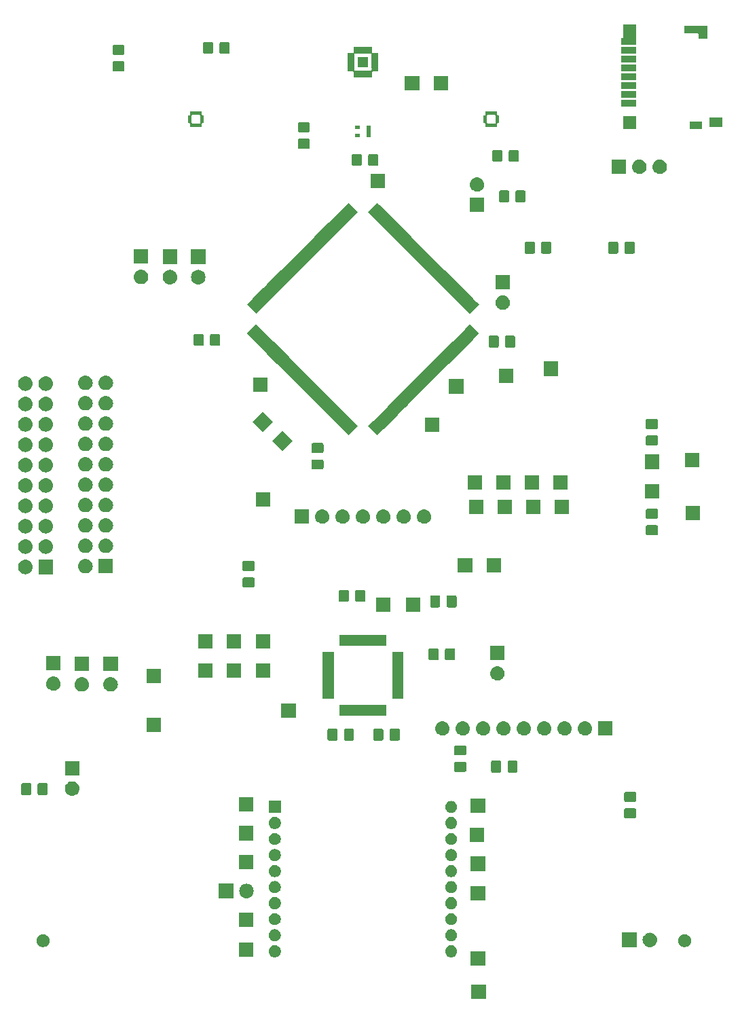
<source format=gbr>
G04 #@! TF.GenerationSoftware,KiCad,Pcbnew,(5.0.1-3-g963ef8bb5)*
G04 #@! TF.CreationDate,2020-01-06T21:10:07-05:00*
G04 #@! TF.ProjectId,SLI HW,534C492048572E6B696361645F706362,rev?*
G04 #@! TF.SameCoordinates,Original*
G04 #@! TF.FileFunction,Soldermask,Top*
G04 #@! TF.FilePolarity,Negative*
%FSLAX46Y46*%
G04 Gerber Fmt 4.6, Leading zero omitted, Abs format (unit mm)*
G04 Created by KiCad (PCBNEW (5.0.1-3-g963ef8bb5)) date Monday, January 06, 2020 at 09:10:07 PM*
%MOMM*%
%LPD*%
G01*
G04 APERTURE LIST*
%ADD10C,0.100000*%
G04 APERTURE END LIST*
D10*
G36*
X106001000Y-152401000D02*
X104199000Y-152401000D01*
X104199000Y-150599000D01*
X106001000Y-150599000D01*
X106001000Y-152401000D01*
X106001000Y-152401000D01*
G37*
G36*
X105901000Y-148201000D02*
X104099000Y-148201000D01*
X104099000Y-146399000D01*
X105901000Y-146399000D01*
X105901000Y-148201000D01*
X105901000Y-148201000D01*
G37*
G36*
X101802004Y-145680544D02*
X101889059Y-145697860D01*
X102025732Y-145754472D01*
X102025733Y-145754473D01*
X102148738Y-145836662D01*
X102253338Y-145941262D01*
X102253340Y-145941265D01*
X102335528Y-146064268D01*
X102392140Y-146200941D01*
X102421000Y-146346033D01*
X102421000Y-146493967D01*
X102392140Y-146639059D01*
X102335528Y-146775732D01*
X102335527Y-146775733D01*
X102253338Y-146898738D01*
X102148738Y-147003338D01*
X102148735Y-147003340D01*
X102025732Y-147085528D01*
X101889059Y-147142140D01*
X101802004Y-147159456D01*
X101743969Y-147171000D01*
X101596031Y-147171000D01*
X101537996Y-147159456D01*
X101450941Y-147142140D01*
X101314268Y-147085528D01*
X101191265Y-147003340D01*
X101191262Y-147003338D01*
X101086662Y-146898738D01*
X101004473Y-146775733D01*
X101004472Y-146775732D01*
X100947860Y-146639059D01*
X100919000Y-146493967D01*
X100919000Y-146346033D01*
X100947860Y-146200941D01*
X101004472Y-146064268D01*
X101086660Y-145941265D01*
X101086662Y-145941262D01*
X101191262Y-145836662D01*
X101314267Y-145754473D01*
X101314268Y-145754472D01*
X101450941Y-145697860D01*
X101537996Y-145680544D01*
X101596031Y-145669000D01*
X101743969Y-145669000D01*
X101802004Y-145680544D01*
X101802004Y-145680544D01*
G37*
G36*
X79802004Y-145680544D02*
X79889059Y-145697860D01*
X80025732Y-145754472D01*
X80025733Y-145754473D01*
X80148738Y-145836662D01*
X80253338Y-145941262D01*
X80253340Y-145941265D01*
X80335528Y-146064268D01*
X80392140Y-146200941D01*
X80421000Y-146346033D01*
X80421000Y-146493967D01*
X80392140Y-146639059D01*
X80335528Y-146775732D01*
X80335527Y-146775733D01*
X80253338Y-146898738D01*
X80148738Y-147003338D01*
X80148735Y-147003340D01*
X80025732Y-147085528D01*
X79889059Y-147142140D01*
X79802004Y-147159456D01*
X79743969Y-147171000D01*
X79596031Y-147171000D01*
X79537996Y-147159456D01*
X79450941Y-147142140D01*
X79314268Y-147085528D01*
X79191265Y-147003340D01*
X79191262Y-147003338D01*
X79086662Y-146898738D01*
X79004473Y-146775733D01*
X79004472Y-146775732D01*
X78947860Y-146639059D01*
X78919000Y-146493967D01*
X78919000Y-146346033D01*
X78947860Y-146200941D01*
X79004472Y-146064268D01*
X79086660Y-145941265D01*
X79086662Y-145941262D01*
X79191262Y-145836662D01*
X79314267Y-145754473D01*
X79314268Y-145754472D01*
X79450941Y-145697860D01*
X79537996Y-145680544D01*
X79596031Y-145669000D01*
X79743969Y-145669000D01*
X79802004Y-145680544D01*
X79802004Y-145680544D01*
G37*
G36*
X77001000Y-147101000D02*
X75199000Y-147101000D01*
X75199000Y-145299000D01*
X77001000Y-145299000D01*
X77001000Y-147101000D01*
X77001000Y-147101000D01*
G37*
G36*
X51007142Y-144318242D02*
X51155102Y-144379530D01*
X51288258Y-144468502D01*
X51401498Y-144581742D01*
X51490470Y-144714898D01*
X51551758Y-144862858D01*
X51583000Y-145019925D01*
X51583000Y-145180075D01*
X51551758Y-145337142D01*
X51547895Y-145346467D01*
X51490471Y-145485100D01*
X51401499Y-145618257D01*
X51288257Y-145731499D01*
X51222130Y-145775683D01*
X51155102Y-145820470D01*
X51007142Y-145881758D01*
X50850075Y-145913000D01*
X50689925Y-145913000D01*
X50532858Y-145881758D01*
X50384898Y-145820470D01*
X50317870Y-145775683D01*
X50251743Y-145731499D01*
X50138501Y-145618257D01*
X50049529Y-145485100D01*
X49992105Y-145346467D01*
X49988242Y-145337142D01*
X49957000Y-145180075D01*
X49957000Y-145019925D01*
X49988242Y-144862858D01*
X50049530Y-144714898D01*
X50138502Y-144581742D01*
X50251742Y-144468502D01*
X50384898Y-144379530D01*
X50532858Y-144318242D01*
X50689925Y-144287000D01*
X50850075Y-144287000D01*
X51007142Y-144318242D01*
X51007142Y-144318242D01*
G37*
G36*
X131017142Y-144318242D02*
X131165102Y-144379530D01*
X131298258Y-144468502D01*
X131411498Y-144581742D01*
X131500470Y-144714898D01*
X131561758Y-144862858D01*
X131593000Y-145019925D01*
X131593000Y-145180075D01*
X131561758Y-145337142D01*
X131557895Y-145346467D01*
X131500471Y-145485100D01*
X131411499Y-145618257D01*
X131298257Y-145731499D01*
X131232130Y-145775683D01*
X131165102Y-145820470D01*
X131017142Y-145881758D01*
X130860075Y-145913000D01*
X130699925Y-145913000D01*
X130542858Y-145881758D01*
X130394898Y-145820470D01*
X130327870Y-145775683D01*
X130261743Y-145731499D01*
X130148501Y-145618257D01*
X130059529Y-145485100D01*
X130002105Y-145346467D01*
X129998242Y-145337142D01*
X129967000Y-145180075D01*
X129967000Y-145019925D01*
X129998242Y-144862858D01*
X130059530Y-144714898D01*
X130148502Y-144581742D01*
X130261742Y-144468502D01*
X130394898Y-144379530D01*
X130542858Y-144318242D01*
X130699925Y-144287000D01*
X130860075Y-144287000D01*
X131017142Y-144318242D01*
X131017142Y-144318242D01*
G37*
G36*
X124801000Y-145901000D02*
X122999000Y-145901000D01*
X122999000Y-144099000D01*
X124801000Y-144099000D01*
X124801000Y-145901000D01*
X124801000Y-145901000D01*
G37*
G36*
X126550442Y-144105518D02*
X126616627Y-144112037D01*
X126729853Y-144146384D01*
X126786467Y-144163557D01*
X126856412Y-144200944D01*
X126942991Y-144247222D01*
X126978729Y-144276552D01*
X127080186Y-144359814D01*
X127163448Y-144461271D01*
X127192778Y-144497009D01*
X127192779Y-144497011D01*
X127276443Y-144653533D01*
X127276443Y-144653534D01*
X127327963Y-144823373D01*
X127345359Y-145000000D01*
X127327963Y-145176627D01*
X127293616Y-145289853D01*
X127276443Y-145346467D01*
X127202348Y-145485087D01*
X127192778Y-145502991D01*
X127163448Y-145538729D01*
X127080186Y-145640186D01*
X126978729Y-145723448D01*
X126942991Y-145752778D01*
X126942989Y-145752779D01*
X126786467Y-145836443D01*
X126729853Y-145853616D01*
X126616627Y-145887963D01*
X126550442Y-145894482D01*
X126484260Y-145901000D01*
X126395740Y-145901000D01*
X126329558Y-145894482D01*
X126263373Y-145887963D01*
X126150147Y-145853616D01*
X126093533Y-145836443D01*
X125937011Y-145752779D01*
X125937009Y-145752778D01*
X125901271Y-145723448D01*
X125799814Y-145640186D01*
X125716552Y-145538729D01*
X125687222Y-145502991D01*
X125677652Y-145485087D01*
X125603557Y-145346467D01*
X125586384Y-145289853D01*
X125552037Y-145176627D01*
X125534641Y-145000000D01*
X125552037Y-144823373D01*
X125603557Y-144653534D01*
X125603557Y-144653533D01*
X125687221Y-144497011D01*
X125687222Y-144497009D01*
X125716552Y-144461271D01*
X125799814Y-144359814D01*
X125901271Y-144276552D01*
X125937009Y-144247222D01*
X126023588Y-144200944D01*
X126093533Y-144163557D01*
X126150147Y-144146384D01*
X126263373Y-144112037D01*
X126329558Y-144105518D01*
X126395740Y-144099000D01*
X126484260Y-144099000D01*
X126550442Y-144105518D01*
X126550442Y-144105518D01*
G37*
G36*
X79802004Y-143680544D02*
X79889059Y-143697860D01*
X80025732Y-143754472D01*
X80025733Y-143754473D01*
X80148738Y-143836662D01*
X80253338Y-143941262D01*
X80253340Y-143941265D01*
X80335528Y-144064268D01*
X80392140Y-144200941D01*
X80409258Y-144287000D01*
X80415473Y-144318243D01*
X80421000Y-144346033D01*
X80421000Y-144493967D01*
X80392140Y-144639059D01*
X80335528Y-144775732D01*
X80335527Y-144775733D01*
X80253338Y-144898738D01*
X80148738Y-145003338D01*
X80148735Y-145003340D01*
X80025732Y-145085528D01*
X79889059Y-145142140D01*
X79802004Y-145159456D01*
X79743969Y-145171000D01*
X79596031Y-145171000D01*
X79537996Y-145159456D01*
X79450941Y-145142140D01*
X79314268Y-145085528D01*
X79191265Y-145003340D01*
X79191262Y-145003338D01*
X79086662Y-144898738D01*
X79004473Y-144775733D01*
X79004472Y-144775732D01*
X78947860Y-144639059D01*
X78919000Y-144493967D01*
X78919000Y-144346033D01*
X78924528Y-144318243D01*
X78930742Y-144287000D01*
X78947860Y-144200941D01*
X79004472Y-144064268D01*
X79086660Y-143941265D01*
X79086662Y-143941262D01*
X79191262Y-143836662D01*
X79314267Y-143754473D01*
X79314268Y-143754472D01*
X79450941Y-143697860D01*
X79537996Y-143680544D01*
X79596031Y-143669000D01*
X79743969Y-143669000D01*
X79802004Y-143680544D01*
X79802004Y-143680544D01*
G37*
G36*
X101802004Y-143680544D02*
X101889059Y-143697860D01*
X102025732Y-143754472D01*
X102025733Y-143754473D01*
X102148738Y-143836662D01*
X102253338Y-143941262D01*
X102253340Y-143941265D01*
X102335528Y-144064268D01*
X102392140Y-144200941D01*
X102409258Y-144287000D01*
X102415473Y-144318243D01*
X102421000Y-144346033D01*
X102421000Y-144493967D01*
X102392140Y-144639059D01*
X102335528Y-144775732D01*
X102335527Y-144775733D01*
X102253338Y-144898738D01*
X102148738Y-145003338D01*
X102148735Y-145003340D01*
X102025732Y-145085528D01*
X101889059Y-145142140D01*
X101802004Y-145159456D01*
X101743969Y-145171000D01*
X101596031Y-145171000D01*
X101537996Y-145159456D01*
X101450941Y-145142140D01*
X101314268Y-145085528D01*
X101191265Y-145003340D01*
X101191262Y-145003338D01*
X101086662Y-144898738D01*
X101004473Y-144775733D01*
X101004472Y-144775732D01*
X100947860Y-144639059D01*
X100919000Y-144493967D01*
X100919000Y-144346033D01*
X100924528Y-144318243D01*
X100930742Y-144287000D01*
X100947860Y-144200941D01*
X101004472Y-144064268D01*
X101086660Y-143941265D01*
X101086662Y-143941262D01*
X101191262Y-143836662D01*
X101314267Y-143754473D01*
X101314268Y-143754472D01*
X101450941Y-143697860D01*
X101537996Y-143680544D01*
X101596031Y-143669000D01*
X101743969Y-143669000D01*
X101802004Y-143680544D01*
X101802004Y-143680544D01*
G37*
G36*
X77001000Y-143401000D02*
X75199000Y-143401000D01*
X75199000Y-141599000D01*
X77001000Y-141599000D01*
X77001000Y-143401000D01*
X77001000Y-143401000D01*
G37*
G36*
X101802004Y-141680544D02*
X101889059Y-141697860D01*
X102025732Y-141754472D01*
X102025733Y-141754473D01*
X102148738Y-141836662D01*
X102253338Y-141941262D01*
X102253340Y-141941265D01*
X102335528Y-142064268D01*
X102392140Y-142200941D01*
X102421000Y-142346033D01*
X102421000Y-142493967D01*
X102392140Y-142639059D01*
X102335528Y-142775732D01*
X102335527Y-142775733D01*
X102253338Y-142898738D01*
X102148738Y-143003338D01*
X102148735Y-143003340D01*
X102025732Y-143085528D01*
X101889059Y-143142140D01*
X101802004Y-143159456D01*
X101743969Y-143171000D01*
X101596031Y-143171000D01*
X101537996Y-143159456D01*
X101450941Y-143142140D01*
X101314268Y-143085528D01*
X101191265Y-143003340D01*
X101191262Y-143003338D01*
X101086662Y-142898738D01*
X101004473Y-142775733D01*
X101004472Y-142775732D01*
X100947860Y-142639059D01*
X100919000Y-142493967D01*
X100919000Y-142346033D01*
X100947860Y-142200941D01*
X101004472Y-142064268D01*
X101086660Y-141941265D01*
X101086662Y-141941262D01*
X101191262Y-141836662D01*
X101314267Y-141754473D01*
X101314268Y-141754472D01*
X101450941Y-141697860D01*
X101537996Y-141680544D01*
X101596031Y-141669000D01*
X101743969Y-141669000D01*
X101802004Y-141680544D01*
X101802004Y-141680544D01*
G37*
G36*
X79802004Y-141680544D02*
X79889059Y-141697860D01*
X80025732Y-141754472D01*
X80025733Y-141754473D01*
X80148738Y-141836662D01*
X80253338Y-141941262D01*
X80253340Y-141941265D01*
X80335528Y-142064268D01*
X80392140Y-142200941D01*
X80421000Y-142346033D01*
X80421000Y-142493967D01*
X80392140Y-142639059D01*
X80335528Y-142775732D01*
X80335527Y-142775733D01*
X80253338Y-142898738D01*
X80148738Y-143003338D01*
X80148735Y-143003340D01*
X80025732Y-143085528D01*
X79889059Y-143142140D01*
X79802004Y-143159456D01*
X79743969Y-143171000D01*
X79596031Y-143171000D01*
X79537996Y-143159456D01*
X79450941Y-143142140D01*
X79314268Y-143085528D01*
X79191265Y-143003340D01*
X79191262Y-143003338D01*
X79086662Y-142898738D01*
X79004473Y-142775733D01*
X79004472Y-142775732D01*
X78947860Y-142639059D01*
X78919000Y-142493967D01*
X78919000Y-142346033D01*
X78947860Y-142200941D01*
X79004472Y-142064268D01*
X79086660Y-141941265D01*
X79086662Y-141941262D01*
X79191262Y-141836662D01*
X79314267Y-141754473D01*
X79314268Y-141754472D01*
X79450941Y-141697860D01*
X79537996Y-141680544D01*
X79596031Y-141669000D01*
X79743969Y-141669000D01*
X79802004Y-141680544D01*
X79802004Y-141680544D01*
G37*
G36*
X101802004Y-139680544D02*
X101889059Y-139697860D01*
X102025732Y-139754472D01*
X102025733Y-139754473D01*
X102148738Y-139836662D01*
X102253338Y-139941262D01*
X102253340Y-139941265D01*
X102335528Y-140064268D01*
X102392140Y-140200941D01*
X102421000Y-140346033D01*
X102421000Y-140493967D01*
X102392140Y-140639059D01*
X102335528Y-140775732D01*
X102335527Y-140775733D01*
X102253338Y-140898738D01*
X102148738Y-141003338D01*
X102148735Y-141003340D01*
X102025732Y-141085528D01*
X101889059Y-141142140D01*
X101802004Y-141159456D01*
X101743969Y-141171000D01*
X101596031Y-141171000D01*
X101537996Y-141159456D01*
X101450941Y-141142140D01*
X101314268Y-141085528D01*
X101191265Y-141003340D01*
X101191262Y-141003338D01*
X101086662Y-140898738D01*
X101004473Y-140775733D01*
X101004472Y-140775732D01*
X100947860Y-140639059D01*
X100919000Y-140493967D01*
X100919000Y-140346033D01*
X100947860Y-140200941D01*
X101004472Y-140064268D01*
X101086660Y-139941265D01*
X101086662Y-139941262D01*
X101191262Y-139836662D01*
X101314267Y-139754473D01*
X101314268Y-139754472D01*
X101450941Y-139697860D01*
X101537996Y-139680544D01*
X101596031Y-139669000D01*
X101743969Y-139669000D01*
X101802004Y-139680544D01*
X101802004Y-139680544D01*
G37*
G36*
X79802004Y-139680544D02*
X79889059Y-139697860D01*
X80025732Y-139754472D01*
X80025733Y-139754473D01*
X80148738Y-139836662D01*
X80253338Y-139941262D01*
X80253340Y-139941265D01*
X80335528Y-140064268D01*
X80392140Y-140200941D01*
X80421000Y-140346033D01*
X80421000Y-140493967D01*
X80392140Y-140639059D01*
X80335528Y-140775732D01*
X80335527Y-140775733D01*
X80253338Y-140898738D01*
X80148738Y-141003338D01*
X80148735Y-141003340D01*
X80025732Y-141085528D01*
X79889059Y-141142140D01*
X79802004Y-141159456D01*
X79743969Y-141171000D01*
X79596031Y-141171000D01*
X79537996Y-141159456D01*
X79450941Y-141142140D01*
X79314268Y-141085528D01*
X79191265Y-141003340D01*
X79191262Y-141003338D01*
X79086662Y-140898738D01*
X79004473Y-140775733D01*
X79004472Y-140775732D01*
X78947860Y-140639059D01*
X78919000Y-140493967D01*
X78919000Y-140346033D01*
X78947860Y-140200941D01*
X79004472Y-140064268D01*
X79086660Y-139941265D01*
X79086662Y-139941262D01*
X79191262Y-139836662D01*
X79314267Y-139754473D01*
X79314268Y-139754472D01*
X79450941Y-139697860D01*
X79537996Y-139680544D01*
X79596031Y-139669000D01*
X79743969Y-139669000D01*
X79802004Y-139680544D01*
X79802004Y-139680544D01*
G37*
G36*
X105901000Y-140101000D02*
X104099000Y-140101000D01*
X104099000Y-138299000D01*
X105901000Y-138299000D01*
X105901000Y-140101000D01*
X105901000Y-140101000D01*
G37*
G36*
X74501000Y-139801000D02*
X72699000Y-139801000D01*
X72699000Y-137999000D01*
X74501000Y-137999000D01*
X74501000Y-139801000D01*
X74501000Y-139801000D01*
G37*
G36*
X76250443Y-138005519D02*
X76316627Y-138012037D01*
X76429853Y-138046384D01*
X76486467Y-138063557D01*
X76625087Y-138137652D01*
X76642991Y-138147222D01*
X76678729Y-138176552D01*
X76780186Y-138259814D01*
X76850941Y-138346031D01*
X76892778Y-138397009D01*
X76892779Y-138397011D01*
X76976443Y-138553533D01*
X76976443Y-138553534D01*
X77027963Y-138723373D01*
X77045359Y-138900000D01*
X77027963Y-139076627D01*
X77008090Y-139142140D01*
X76976443Y-139246467D01*
X76902348Y-139385087D01*
X76892778Y-139402991D01*
X76863448Y-139438729D01*
X76780186Y-139540186D01*
X76678729Y-139623448D01*
X76642991Y-139652778D01*
X76642989Y-139652779D01*
X76486467Y-139736443D01*
X76429853Y-139753616D01*
X76316627Y-139787963D01*
X76250443Y-139794481D01*
X76184260Y-139801000D01*
X76095740Y-139801000D01*
X76029557Y-139794481D01*
X75963373Y-139787963D01*
X75850147Y-139753616D01*
X75793533Y-139736443D01*
X75637011Y-139652779D01*
X75637009Y-139652778D01*
X75601271Y-139623448D01*
X75499814Y-139540186D01*
X75416552Y-139438729D01*
X75387222Y-139402991D01*
X75377652Y-139385087D01*
X75303557Y-139246467D01*
X75271910Y-139142140D01*
X75252037Y-139076627D01*
X75234641Y-138900000D01*
X75252037Y-138723373D01*
X75303557Y-138553534D01*
X75303557Y-138553533D01*
X75387221Y-138397011D01*
X75387222Y-138397009D01*
X75429059Y-138346031D01*
X75499814Y-138259814D01*
X75601271Y-138176552D01*
X75637009Y-138147222D01*
X75654913Y-138137652D01*
X75793533Y-138063557D01*
X75850147Y-138046384D01*
X75963373Y-138012037D01*
X76029557Y-138005519D01*
X76095740Y-137999000D01*
X76184260Y-137999000D01*
X76250443Y-138005519D01*
X76250443Y-138005519D01*
G37*
G36*
X79802004Y-137680544D02*
X79889059Y-137697860D01*
X80025732Y-137754472D01*
X80025733Y-137754473D01*
X80148738Y-137836662D01*
X80253338Y-137941262D01*
X80253340Y-137941265D01*
X80335528Y-138064268D01*
X80392140Y-138200941D01*
X80421000Y-138346033D01*
X80421000Y-138493967D01*
X80392140Y-138639059D01*
X80335528Y-138775732D01*
X80335527Y-138775733D01*
X80253338Y-138898738D01*
X80148738Y-139003338D01*
X80148735Y-139003340D01*
X80025732Y-139085528D01*
X79889059Y-139142140D01*
X79802004Y-139159456D01*
X79743969Y-139171000D01*
X79596031Y-139171000D01*
X79537996Y-139159456D01*
X79450941Y-139142140D01*
X79314268Y-139085528D01*
X79191265Y-139003340D01*
X79191262Y-139003338D01*
X79086662Y-138898738D01*
X79004473Y-138775733D01*
X79004472Y-138775732D01*
X78947860Y-138639059D01*
X78919000Y-138493967D01*
X78919000Y-138346033D01*
X78947860Y-138200941D01*
X79004472Y-138064268D01*
X79086660Y-137941265D01*
X79086662Y-137941262D01*
X79191262Y-137836662D01*
X79314267Y-137754473D01*
X79314268Y-137754472D01*
X79450941Y-137697860D01*
X79537996Y-137680544D01*
X79596031Y-137669000D01*
X79743969Y-137669000D01*
X79802004Y-137680544D01*
X79802004Y-137680544D01*
G37*
G36*
X101802004Y-137680544D02*
X101889059Y-137697860D01*
X102025732Y-137754472D01*
X102025733Y-137754473D01*
X102148738Y-137836662D01*
X102253338Y-137941262D01*
X102253340Y-137941265D01*
X102335528Y-138064268D01*
X102392140Y-138200941D01*
X102421000Y-138346033D01*
X102421000Y-138493967D01*
X102392140Y-138639059D01*
X102335528Y-138775732D01*
X102335527Y-138775733D01*
X102253338Y-138898738D01*
X102148738Y-139003338D01*
X102148735Y-139003340D01*
X102025732Y-139085528D01*
X101889059Y-139142140D01*
X101802004Y-139159456D01*
X101743969Y-139171000D01*
X101596031Y-139171000D01*
X101537996Y-139159456D01*
X101450941Y-139142140D01*
X101314268Y-139085528D01*
X101191265Y-139003340D01*
X101191262Y-139003338D01*
X101086662Y-138898738D01*
X101004473Y-138775733D01*
X101004472Y-138775732D01*
X100947860Y-138639059D01*
X100919000Y-138493967D01*
X100919000Y-138346033D01*
X100947860Y-138200941D01*
X101004472Y-138064268D01*
X101086660Y-137941265D01*
X101086662Y-137941262D01*
X101191262Y-137836662D01*
X101314267Y-137754473D01*
X101314268Y-137754472D01*
X101450941Y-137697860D01*
X101537996Y-137680544D01*
X101596031Y-137669000D01*
X101743969Y-137669000D01*
X101802004Y-137680544D01*
X101802004Y-137680544D01*
G37*
G36*
X101802004Y-135680544D02*
X101889059Y-135697860D01*
X102025732Y-135754472D01*
X102025733Y-135754473D01*
X102148738Y-135836662D01*
X102253338Y-135941262D01*
X102253340Y-135941265D01*
X102335528Y-136064268D01*
X102392140Y-136200941D01*
X102421000Y-136346033D01*
X102421000Y-136493967D01*
X102392140Y-136639059D01*
X102335528Y-136775732D01*
X102335527Y-136775733D01*
X102253338Y-136898738D01*
X102148738Y-137003338D01*
X102148735Y-137003340D01*
X102025732Y-137085528D01*
X101889059Y-137142140D01*
X101802004Y-137159456D01*
X101743969Y-137171000D01*
X101596031Y-137171000D01*
X101537996Y-137159456D01*
X101450941Y-137142140D01*
X101314268Y-137085528D01*
X101191265Y-137003340D01*
X101191262Y-137003338D01*
X101086662Y-136898738D01*
X101004473Y-136775733D01*
X101004472Y-136775732D01*
X100947860Y-136639059D01*
X100919000Y-136493967D01*
X100919000Y-136346033D01*
X100947860Y-136200941D01*
X101004472Y-136064268D01*
X101086660Y-135941265D01*
X101086662Y-135941262D01*
X101191262Y-135836662D01*
X101314267Y-135754473D01*
X101314268Y-135754472D01*
X101450941Y-135697860D01*
X101537996Y-135680544D01*
X101596031Y-135669000D01*
X101743969Y-135669000D01*
X101802004Y-135680544D01*
X101802004Y-135680544D01*
G37*
G36*
X79802004Y-135680544D02*
X79889059Y-135697860D01*
X80025732Y-135754472D01*
X80025733Y-135754473D01*
X80148738Y-135836662D01*
X80253338Y-135941262D01*
X80253340Y-135941265D01*
X80335528Y-136064268D01*
X80392140Y-136200941D01*
X80421000Y-136346033D01*
X80421000Y-136493967D01*
X80392140Y-136639059D01*
X80335528Y-136775732D01*
X80335527Y-136775733D01*
X80253338Y-136898738D01*
X80148738Y-137003338D01*
X80148735Y-137003340D01*
X80025732Y-137085528D01*
X79889059Y-137142140D01*
X79802004Y-137159456D01*
X79743969Y-137171000D01*
X79596031Y-137171000D01*
X79537996Y-137159456D01*
X79450941Y-137142140D01*
X79314268Y-137085528D01*
X79191265Y-137003340D01*
X79191262Y-137003338D01*
X79086662Y-136898738D01*
X79004473Y-136775733D01*
X79004472Y-136775732D01*
X78947860Y-136639059D01*
X78919000Y-136493967D01*
X78919000Y-136346033D01*
X78947860Y-136200941D01*
X79004472Y-136064268D01*
X79086660Y-135941265D01*
X79086662Y-135941262D01*
X79191262Y-135836662D01*
X79314267Y-135754473D01*
X79314268Y-135754472D01*
X79450941Y-135697860D01*
X79537996Y-135680544D01*
X79596031Y-135669000D01*
X79743969Y-135669000D01*
X79802004Y-135680544D01*
X79802004Y-135680544D01*
G37*
G36*
X105901000Y-136401000D02*
X104099000Y-136401000D01*
X104099000Y-134599000D01*
X105901000Y-134599000D01*
X105901000Y-136401000D01*
X105901000Y-136401000D01*
G37*
G36*
X77001000Y-136201000D02*
X75199000Y-136201000D01*
X75199000Y-134399000D01*
X77001000Y-134399000D01*
X77001000Y-136201000D01*
X77001000Y-136201000D01*
G37*
G36*
X79802004Y-133680544D02*
X79889059Y-133697860D01*
X80025732Y-133754472D01*
X80025733Y-133754473D01*
X80148738Y-133836662D01*
X80253338Y-133941262D01*
X80253340Y-133941265D01*
X80335528Y-134064268D01*
X80392140Y-134200941D01*
X80421000Y-134346033D01*
X80421000Y-134493967D01*
X80392140Y-134639059D01*
X80335528Y-134775732D01*
X80335527Y-134775733D01*
X80253338Y-134898738D01*
X80148738Y-135003338D01*
X80148735Y-135003340D01*
X80025732Y-135085528D01*
X79889059Y-135142140D01*
X79802004Y-135159456D01*
X79743969Y-135171000D01*
X79596031Y-135171000D01*
X79537996Y-135159456D01*
X79450941Y-135142140D01*
X79314268Y-135085528D01*
X79191265Y-135003340D01*
X79191262Y-135003338D01*
X79086662Y-134898738D01*
X79004473Y-134775733D01*
X79004472Y-134775732D01*
X78947860Y-134639059D01*
X78919000Y-134493967D01*
X78919000Y-134346033D01*
X78947860Y-134200941D01*
X79004472Y-134064268D01*
X79086660Y-133941265D01*
X79086662Y-133941262D01*
X79191262Y-133836662D01*
X79314267Y-133754473D01*
X79314268Y-133754472D01*
X79450941Y-133697860D01*
X79537996Y-133680544D01*
X79596031Y-133669000D01*
X79743969Y-133669000D01*
X79802004Y-133680544D01*
X79802004Y-133680544D01*
G37*
G36*
X101802004Y-133680544D02*
X101889059Y-133697860D01*
X102025732Y-133754472D01*
X102025733Y-133754473D01*
X102148738Y-133836662D01*
X102253338Y-133941262D01*
X102253340Y-133941265D01*
X102335528Y-134064268D01*
X102392140Y-134200941D01*
X102421000Y-134346033D01*
X102421000Y-134493967D01*
X102392140Y-134639059D01*
X102335528Y-134775732D01*
X102335527Y-134775733D01*
X102253338Y-134898738D01*
X102148738Y-135003338D01*
X102148735Y-135003340D01*
X102025732Y-135085528D01*
X101889059Y-135142140D01*
X101802004Y-135159456D01*
X101743969Y-135171000D01*
X101596031Y-135171000D01*
X101537996Y-135159456D01*
X101450941Y-135142140D01*
X101314268Y-135085528D01*
X101191265Y-135003340D01*
X101191262Y-135003338D01*
X101086662Y-134898738D01*
X101004473Y-134775733D01*
X101004472Y-134775732D01*
X100947860Y-134639059D01*
X100919000Y-134493967D01*
X100919000Y-134346033D01*
X100947860Y-134200941D01*
X101004472Y-134064268D01*
X101086660Y-133941265D01*
X101086662Y-133941262D01*
X101191262Y-133836662D01*
X101314267Y-133754473D01*
X101314268Y-133754472D01*
X101450941Y-133697860D01*
X101537996Y-133680544D01*
X101596031Y-133669000D01*
X101743969Y-133669000D01*
X101802004Y-133680544D01*
X101802004Y-133680544D01*
G37*
G36*
X101802004Y-131680544D02*
X101889059Y-131697860D01*
X102025732Y-131754472D01*
X102025733Y-131754473D01*
X102148738Y-131836662D01*
X102253338Y-131941262D01*
X102253340Y-131941265D01*
X102335528Y-132064268D01*
X102392140Y-132200941D01*
X102421000Y-132346033D01*
X102421000Y-132493967D01*
X102392140Y-132639059D01*
X102335528Y-132775732D01*
X102335527Y-132775733D01*
X102253338Y-132898738D01*
X102148738Y-133003338D01*
X102148735Y-133003340D01*
X102025732Y-133085528D01*
X101889059Y-133142140D01*
X101802004Y-133159456D01*
X101743969Y-133171000D01*
X101596031Y-133171000D01*
X101537996Y-133159456D01*
X101450941Y-133142140D01*
X101314268Y-133085528D01*
X101191265Y-133003340D01*
X101191262Y-133003338D01*
X101086662Y-132898738D01*
X101004473Y-132775733D01*
X101004472Y-132775732D01*
X100947860Y-132639059D01*
X100919000Y-132493967D01*
X100919000Y-132346033D01*
X100947860Y-132200941D01*
X101004472Y-132064268D01*
X101086660Y-131941265D01*
X101086662Y-131941262D01*
X101191262Y-131836662D01*
X101314267Y-131754473D01*
X101314268Y-131754472D01*
X101450941Y-131697860D01*
X101537996Y-131680544D01*
X101596031Y-131669000D01*
X101743969Y-131669000D01*
X101802004Y-131680544D01*
X101802004Y-131680544D01*
G37*
G36*
X79802004Y-131680544D02*
X79889059Y-131697860D01*
X80025732Y-131754472D01*
X80025733Y-131754473D01*
X80148738Y-131836662D01*
X80253338Y-131941262D01*
X80253340Y-131941265D01*
X80335528Y-132064268D01*
X80392140Y-132200941D01*
X80421000Y-132346033D01*
X80421000Y-132493967D01*
X80392140Y-132639059D01*
X80335528Y-132775732D01*
X80335527Y-132775733D01*
X80253338Y-132898738D01*
X80148738Y-133003338D01*
X80148735Y-133003340D01*
X80025732Y-133085528D01*
X79889059Y-133142140D01*
X79802004Y-133159456D01*
X79743969Y-133171000D01*
X79596031Y-133171000D01*
X79537996Y-133159456D01*
X79450941Y-133142140D01*
X79314268Y-133085528D01*
X79191265Y-133003340D01*
X79191262Y-133003338D01*
X79086662Y-132898738D01*
X79004473Y-132775733D01*
X79004472Y-132775732D01*
X78947860Y-132639059D01*
X78919000Y-132493967D01*
X78919000Y-132346033D01*
X78947860Y-132200941D01*
X79004472Y-132064268D01*
X79086660Y-131941265D01*
X79086662Y-131941262D01*
X79191262Y-131836662D01*
X79314267Y-131754473D01*
X79314268Y-131754472D01*
X79450941Y-131697860D01*
X79537996Y-131680544D01*
X79596031Y-131669000D01*
X79743969Y-131669000D01*
X79802004Y-131680544D01*
X79802004Y-131680544D01*
G37*
G36*
X105801000Y-132801000D02*
X103999000Y-132801000D01*
X103999000Y-130999000D01*
X105801000Y-130999000D01*
X105801000Y-132801000D01*
X105801000Y-132801000D01*
G37*
G36*
X77001000Y-132601000D02*
X75199000Y-132601000D01*
X75199000Y-130799000D01*
X77001000Y-130799000D01*
X77001000Y-132601000D01*
X77001000Y-132601000D01*
G37*
G36*
X101802004Y-129680544D02*
X101889059Y-129697860D01*
X102025732Y-129754472D01*
X102118614Y-129816534D01*
X102148738Y-129836662D01*
X102253338Y-129941262D01*
X102253340Y-129941265D01*
X102335528Y-130064268D01*
X102392140Y-130200941D01*
X102421000Y-130346033D01*
X102421000Y-130493967D01*
X102392140Y-130639059D01*
X102335528Y-130775732D01*
X102335527Y-130775733D01*
X102253338Y-130898738D01*
X102148738Y-131003338D01*
X102148735Y-131003340D01*
X102025732Y-131085528D01*
X101889059Y-131142140D01*
X101802004Y-131159456D01*
X101743969Y-131171000D01*
X101596031Y-131171000D01*
X101537996Y-131159456D01*
X101450941Y-131142140D01*
X101314268Y-131085528D01*
X101191265Y-131003340D01*
X101191262Y-131003338D01*
X101086662Y-130898738D01*
X101004473Y-130775733D01*
X101004472Y-130775732D01*
X100947860Y-130639059D01*
X100919000Y-130493967D01*
X100919000Y-130346033D01*
X100947860Y-130200941D01*
X101004472Y-130064268D01*
X101086660Y-129941265D01*
X101086662Y-129941262D01*
X101191262Y-129836662D01*
X101221386Y-129816534D01*
X101314268Y-129754472D01*
X101450941Y-129697860D01*
X101537996Y-129680544D01*
X101596031Y-129669000D01*
X101743969Y-129669000D01*
X101802004Y-129680544D01*
X101802004Y-129680544D01*
G37*
G36*
X79802004Y-129680544D02*
X79889059Y-129697860D01*
X80025732Y-129754472D01*
X80118614Y-129816534D01*
X80148738Y-129836662D01*
X80253338Y-129941262D01*
X80253340Y-129941265D01*
X80335528Y-130064268D01*
X80392140Y-130200941D01*
X80421000Y-130346033D01*
X80421000Y-130493967D01*
X80392140Y-130639059D01*
X80335528Y-130775732D01*
X80335527Y-130775733D01*
X80253338Y-130898738D01*
X80148738Y-131003338D01*
X80148735Y-131003340D01*
X80025732Y-131085528D01*
X79889059Y-131142140D01*
X79802004Y-131159456D01*
X79743969Y-131171000D01*
X79596031Y-131171000D01*
X79537996Y-131159456D01*
X79450941Y-131142140D01*
X79314268Y-131085528D01*
X79191265Y-131003340D01*
X79191262Y-131003338D01*
X79086662Y-130898738D01*
X79004473Y-130775733D01*
X79004472Y-130775732D01*
X78947860Y-130639059D01*
X78919000Y-130493967D01*
X78919000Y-130346033D01*
X78947860Y-130200941D01*
X79004472Y-130064268D01*
X79086660Y-129941265D01*
X79086662Y-129941262D01*
X79191262Y-129836662D01*
X79221386Y-129816534D01*
X79314268Y-129754472D01*
X79450941Y-129697860D01*
X79537996Y-129680544D01*
X79596031Y-129669000D01*
X79743969Y-129669000D01*
X79802004Y-129680544D01*
X79802004Y-129680544D01*
G37*
G36*
X124588677Y-128603465D02*
X124626364Y-128614898D01*
X124661103Y-128633466D01*
X124691548Y-128658452D01*
X124716534Y-128688897D01*
X124735102Y-128723636D01*
X124746535Y-128761323D01*
X124751000Y-128806661D01*
X124751000Y-129643339D01*
X124746535Y-129688677D01*
X124735102Y-129726364D01*
X124716534Y-129761103D01*
X124691548Y-129791548D01*
X124661103Y-129816534D01*
X124626364Y-129835102D01*
X124588677Y-129846535D01*
X124543339Y-129851000D01*
X123456661Y-129851000D01*
X123411323Y-129846535D01*
X123373636Y-129835102D01*
X123338897Y-129816534D01*
X123308452Y-129791548D01*
X123283466Y-129761103D01*
X123264898Y-129726364D01*
X123253465Y-129688677D01*
X123249000Y-129643339D01*
X123249000Y-128806661D01*
X123253465Y-128761323D01*
X123264898Y-128723636D01*
X123283466Y-128688897D01*
X123308452Y-128658452D01*
X123338897Y-128633466D01*
X123373636Y-128614898D01*
X123411323Y-128603465D01*
X123456661Y-128599000D01*
X124543339Y-128599000D01*
X124588677Y-128603465D01*
X124588677Y-128603465D01*
G37*
G36*
X105901000Y-129201000D02*
X104099000Y-129201000D01*
X104099000Y-127399000D01*
X105901000Y-127399000D01*
X105901000Y-129201000D01*
X105901000Y-129201000D01*
G37*
G36*
X101799460Y-127680038D02*
X101889059Y-127697860D01*
X102025732Y-127754472D01*
X102095366Y-127801000D01*
X102148738Y-127836662D01*
X102253338Y-127941262D01*
X102253340Y-127941265D01*
X102335528Y-128064268D01*
X102392140Y-128200941D01*
X102421000Y-128346033D01*
X102421000Y-128493967D01*
X102392140Y-128639059D01*
X102335528Y-128775732D01*
X102335527Y-128775733D01*
X102253338Y-128898738D01*
X102148738Y-129003338D01*
X102148735Y-129003340D01*
X102025732Y-129085528D01*
X101889059Y-129142140D01*
X101802004Y-129159456D01*
X101743969Y-129171000D01*
X101596031Y-129171000D01*
X101537996Y-129159456D01*
X101450941Y-129142140D01*
X101314268Y-129085528D01*
X101191265Y-129003340D01*
X101191262Y-129003338D01*
X101086662Y-128898738D01*
X101004473Y-128775733D01*
X101004472Y-128775732D01*
X100947860Y-128639059D01*
X100919000Y-128493967D01*
X100919000Y-128346033D01*
X100947860Y-128200941D01*
X101004472Y-128064268D01*
X101086660Y-127941265D01*
X101086662Y-127941262D01*
X101191262Y-127836662D01*
X101244634Y-127801000D01*
X101314268Y-127754472D01*
X101450941Y-127697860D01*
X101540540Y-127680038D01*
X101596031Y-127669000D01*
X101743969Y-127669000D01*
X101799460Y-127680038D01*
X101799460Y-127680038D01*
G37*
G36*
X80421000Y-129171000D02*
X78919000Y-129171000D01*
X78919000Y-127669000D01*
X80421000Y-127669000D01*
X80421000Y-129171000D01*
X80421000Y-129171000D01*
G37*
G36*
X77001000Y-129001000D02*
X75199000Y-129001000D01*
X75199000Y-127199000D01*
X77001000Y-127199000D01*
X77001000Y-129001000D01*
X77001000Y-129001000D01*
G37*
G36*
X124588677Y-126553465D02*
X124626364Y-126564898D01*
X124661103Y-126583466D01*
X124691548Y-126608452D01*
X124716534Y-126638897D01*
X124735102Y-126673636D01*
X124746535Y-126711323D01*
X124751000Y-126756661D01*
X124751000Y-127593339D01*
X124746535Y-127638677D01*
X124735102Y-127676364D01*
X124716534Y-127711103D01*
X124691548Y-127741548D01*
X124661103Y-127766534D01*
X124626364Y-127785102D01*
X124588677Y-127796535D01*
X124543339Y-127801000D01*
X123456661Y-127801000D01*
X123411323Y-127796535D01*
X123373636Y-127785102D01*
X123338897Y-127766534D01*
X123308452Y-127741548D01*
X123283466Y-127711103D01*
X123264898Y-127676364D01*
X123253465Y-127638677D01*
X123249000Y-127593339D01*
X123249000Y-126756661D01*
X123253465Y-126711323D01*
X123264898Y-126673636D01*
X123283466Y-126638897D01*
X123308452Y-126608452D01*
X123338897Y-126583466D01*
X123373636Y-126564898D01*
X123411323Y-126553465D01*
X123456661Y-126549000D01*
X124543339Y-126549000D01*
X124588677Y-126553465D01*
X124588677Y-126553465D01*
G37*
G36*
X54510443Y-125245519D02*
X54576627Y-125252037D01*
X54689853Y-125286384D01*
X54746467Y-125303557D01*
X54885087Y-125377652D01*
X54902991Y-125387222D01*
X54938729Y-125416552D01*
X55040186Y-125499814D01*
X55097754Y-125569962D01*
X55152778Y-125637009D01*
X55152779Y-125637011D01*
X55236443Y-125793533D01*
X55236443Y-125793534D01*
X55287963Y-125963373D01*
X55305359Y-126140000D01*
X55287963Y-126316627D01*
X55253616Y-126429853D01*
X55236443Y-126486467D01*
X55203018Y-126549000D01*
X55152778Y-126642991D01*
X55130643Y-126669962D01*
X55040186Y-126780186D01*
X54941587Y-126861103D01*
X54902991Y-126892778D01*
X54902989Y-126892779D01*
X54746467Y-126976443D01*
X54689853Y-126993616D01*
X54576627Y-127027963D01*
X54510442Y-127034482D01*
X54444260Y-127041000D01*
X54355740Y-127041000D01*
X54289558Y-127034482D01*
X54223373Y-127027963D01*
X54110147Y-126993616D01*
X54053533Y-126976443D01*
X53897011Y-126892779D01*
X53897009Y-126892778D01*
X53858413Y-126861103D01*
X53759814Y-126780186D01*
X53669357Y-126669962D01*
X53647222Y-126642991D01*
X53596982Y-126549000D01*
X53563557Y-126486467D01*
X53546384Y-126429853D01*
X53512037Y-126316627D01*
X53494641Y-126140000D01*
X53512037Y-125963373D01*
X53563557Y-125793534D01*
X53563557Y-125793533D01*
X53647221Y-125637011D01*
X53647222Y-125637009D01*
X53702246Y-125569962D01*
X53759814Y-125499814D01*
X53861271Y-125416552D01*
X53897009Y-125387222D01*
X53914913Y-125377652D01*
X54053533Y-125303557D01*
X54110147Y-125286384D01*
X54223373Y-125252037D01*
X54289557Y-125245519D01*
X54355740Y-125239000D01*
X54444260Y-125239000D01*
X54510443Y-125245519D01*
X54510443Y-125245519D01*
G37*
G36*
X51188677Y-125453465D02*
X51226364Y-125464898D01*
X51261103Y-125483466D01*
X51291548Y-125508452D01*
X51316534Y-125538897D01*
X51335102Y-125573636D01*
X51346535Y-125611323D01*
X51351000Y-125656661D01*
X51351000Y-126743339D01*
X51346535Y-126788677D01*
X51335102Y-126826364D01*
X51316534Y-126861103D01*
X51291548Y-126891548D01*
X51261103Y-126916534D01*
X51226364Y-126935102D01*
X51188677Y-126946535D01*
X51143339Y-126951000D01*
X50306661Y-126951000D01*
X50261323Y-126946535D01*
X50223636Y-126935102D01*
X50188897Y-126916534D01*
X50158452Y-126891548D01*
X50133466Y-126861103D01*
X50114898Y-126826364D01*
X50103465Y-126788677D01*
X50099000Y-126743339D01*
X50099000Y-125656661D01*
X50103465Y-125611323D01*
X50114898Y-125573636D01*
X50133466Y-125538897D01*
X50158452Y-125508452D01*
X50188897Y-125483466D01*
X50223636Y-125464898D01*
X50261323Y-125453465D01*
X50306661Y-125449000D01*
X51143339Y-125449000D01*
X51188677Y-125453465D01*
X51188677Y-125453465D01*
G37*
G36*
X49138677Y-125453465D02*
X49176364Y-125464898D01*
X49211103Y-125483466D01*
X49241548Y-125508452D01*
X49266534Y-125538897D01*
X49285102Y-125573636D01*
X49296535Y-125611323D01*
X49301000Y-125656661D01*
X49301000Y-126743339D01*
X49296535Y-126788677D01*
X49285102Y-126826364D01*
X49266534Y-126861103D01*
X49241548Y-126891548D01*
X49211103Y-126916534D01*
X49176364Y-126935102D01*
X49138677Y-126946535D01*
X49093339Y-126951000D01*
X48256661Y-126951000D01*
X48211323Y-126946535D01*
X48173636Y-126935102D01*
X48138897Y-126916534D01*
X48108452Y-126891548D01*
X48083466Y-126861103D01*
X48064898Y-126826364D01*
X48053465Y-126788677D01*
X48049000Y-126743339D01*
X48049000Y-125656661D01*
X48053465Y-125611323D01*
X48064898Y-125573636D01*
X48083466Y-125538897D01*
X48108452Y-125508452D01*
X48138897Y-125483466D01*
X48173636Y-125464898D01*
X48211323Y-125453465D01*
X48256661Y-125449000D01*
X49093339Y-125449000D01*
X49138677Y-125453465D01*
X49138677Y-125453465D01*
G37*
G36*
X55301000Y-124501000D02*
X53499000Y-124501000D01*
X53499000Y-122699000D01*
X55301000Y-122699000D01*
X55301000Y-124501000D01*
X55301000Y-124501000D01*
G37*
G36*
X109788677Y-122653465D02*
X109826364Y-122664898D01*
X109861103Y-122683466D01*
X109891548Y-122708452D01*
X109916534Y-122738897D01*
X109935102Y-122773636D01*
X109946535Y-122811323D01*
X109951000Y-122856661D01*
X109951000Y-123943339D01*
X109946535Y-123988677D01*
X109935102Y-124026364D01*
X109916534Y-124061103D01*
X109891548Y-124091548D01*
X109861103Y-124116534D01*
X109826364Y-124135102D01*
X109788677Y-124146535D01*
X109743339Y-124151000D01*
X108906661Y-124151000D01*
X108861323Y-124146535D01*
X108823636Y-124135102D01*
X108788897Y-124116534D01*
X108758452Y-124091548D01*
X108733466Y-124061103D01*
X108714898Y-124026364D01*
X108703465Y-123988677D01*
X108699000Y-123943339D01*
X108699000Y-122856661D01*
X108703465Y-122811323D01*
X108714898Y-122773636D01*
X108733466Y-122738897D01*
X108758452Y-122708452D01*
X108788897Y-122683466D01*
X108823636Y-122664898D01*
X108861323Y-122653465D01*
X108906661Y-122649000D01*
X109743339Y-122649000D01*
X109788677Y-122653465D01*
X109788677Y-122653465D01*
G37*
G36*
X107738677Y-122653465D02*
X107776364Y-122664898D01*
X107811103Y-122683466D01*
X107841548Y-122708452D01*
X107866534Y-122738897D01*
X107885102Y-122773636D01*
X107896535Y-122811323D01*
X107901000Y-122856661D01*
X107901000Y-123943339D01*
X107896535Y-123988677D01*
X107885102Y-124026364D01*
X107866534Y-124061103D01*
X107841548Y-124091548D01*
X107811103Y-124116534D01*
X107776364Y-124135102D01*
X107738677Y-124146535D01*
X107693339Y-124151000D01*
X106856661Y-124151000D01*
X106811323Y-124146535D01*
X106773636Y-124135102D01*
X106738897Y-124116534D01*
X106708452Y-124091548D01*
X106683466Y-124061103D01*
X106664898Y-124026364D01*
X106653465Y-123988677D01*
X106649000Y-123943339D01*
X106649000Y-122856661D01*
X106653465Y-122811323D01*
X106664898Y-122773636D01*
X106683466Y-122738897D01*
X106708452Y-122708452D01*
X106738897Y-122683466D01*
X106773636Y-122664898D01*
X106811323Y-122653465D01*
X106856661Y-122649000D01*
X107693339Y-122649000D01*
X107738677Y-122653465D01*
X107738677Y-122653465D01*
G37*
G36*
X103388677Y-122803465D02*
X103426364Y-122814898D01*
X103461103Y-122833466D01*
X103491548Y-122858452D01*
X103516534Y-122888897D01*
X103535102Y-122923636D01*
X103546535Y-122961323D01*
X103551000Y-123006661D01*
X103551000Y-123843339D01*
X103546535Y-123888677D01*
X103535102Y-123926364D01*
X103516534Y-123961103D01*
X103491548Y-123991548D01*
X103461103Y-124016534D01*
X103426364Y-124035102D01*
X103388677Y-124046535D01*
X103343339Y-124051000D01*
X102256661Y-124051000D01*
X102211323Y-124046535D01*
X102173636Y-124035102D01*
X102138897Y-124016534D01*
X102108452Y-123991548D01*
X102083466Y-123961103D01*
X102064898Y-123926364D01*
X102053465Y-123888677D01*
X102049000Y-123843339D01*
X102049000Y-123006661D01*
X102053465Y-122961323D01*
X102064898Y-122923636D01*
X102083466Y-122888897D01*
X102108452Y-122858452D01*
X102138897Y-122833466D01*
X102173636Y-122814898D01*
X102211323Y-122803465D01*
X102256661Y-122799000D01*
X103343339Y-122799000D01*
X103388677Y-122803465D01*
X103388677Y-122803465D01*
G37*
G36*
X103388677Y-120753465D02*
X103426364Y-120764898D01*
X103461103Y-120783466D01*
X103491548Y-120808452D01*
X103516534Y-120838897D01*
X103535102Y-120873636D01*
X103546535Y-120911323D01*
X103551000Y-120956661D01*
X103551000Y-121793339D01*
X103546535Y-121838677D01*
X103535102Y-121876364D01*
X103516534Y-121911103D01*
X103491548Y-121941548D01*
X103461103Y-121966534D01*
X103426364Y-121985102D01*
X103388677Y-121996535D01*
X103343339Y-122001000D01*
X102256661Y-122001000D01*
X102211323Y-121996535D01*
X102173636Y-121985102D01*
X102138897Y-121966534D01*
X102108452Y-121941548D01*
X102083466Y-121911103D01*
X102064898Y-121876364D01*
X102053465Y-121838677D01*
X102049000Y-121793339D01*
X102049000Y-120956661D01*
X102053465Y-120911323D01*
X102064898Y-120873636D01*
X102083466Y-120838897D01*
X102108452Y-120808452D01*
X102138897Y-120783466D01*
X102173636Y-120764898D01*
X102211323Y-120753465D01*
X102256661Y-120749000D01*
X103343339Y-120749000D01*
X103388677Y-120753465D01*
X103388677Y-120753465D01*
G37*
G36*
X95088677Y-118653465D02*
X95126364Y-118664898D01*
X95161103Y-118683466D01*
X95191548Y-118708452D01*
X95216534Y-118738897D01*
X95235102Y-118773636D01*
X95246535Y-118811323D01*
X95251000Y-118856661D01*
X95251000Y-119943339D01*
X95246535Y-119988677D01*
X95235102Y-120026364D01*
X95216534Y-120061103D01*
X95191548Y-120091548D01*
X95161103Y-120116534D01*
X95126364Y-120135102D01*
X95088677Y-120146535D01*
X95043339Y-120151000D01*
X94206661Y-120151000D01*
X94161323Y-120146535D01*
X94123636Y-120135102D01*
X94088897Y-120116534D01*
X94058452Y-120091548D01*
X94033466Y-120061103D01*
X94014898Y-120026364D01*
X94003465Y-119988677D01*
X93999000Y-119943339D01*
X93999000Y-118856661D01*
X94003465Y-118811323D01*
X94014898Y-118773636D01*
X94033466Y-118738897D01*
X94058452Y-118708452D01*
X94088897Y-118683466D01*
X94123636Y-118664898D01*
X94161323Y-118653465D01*
X94206661Y-118649000D01*
X95043339Y-118649000D01*
X95088677Y-118653465D01*
X95088677Y-118653465D01*
G37*
G36*
X93038677Y-118653465D02*
X93076364Y-118664898D01*
X93111103Y-118683466D01*
X93141548Y-118708452D01*
X93166534Y-118738897D01*
X93185102Y-118773636D01*
X93196535Y-118811323D01*
X93201000Y-118856661D01*
X93201000Y-119943339D01*
X93196535Y-119988677D01*
X93185102Y-120026364D01*
X93166534Y-120061103D01*
X93141548Y-120091548D01*
X93111103Y-120116534D01*
X93076364Y-120135102D01*
X93038677Y-120146535D01*
X92993339Y-120151000D01*
X92156661Y-120151000D01*
X92111323Y-120146535D01*
X92073636Y-120135102D01*
X92038897Y-120116534D01*
X92008452Y-120091548D01*
X91983466Y-120061103D01*
X91964898Y-120026364D01*
X91953465Y-119988677D01*
X91949000Y-119943339D01*
X91949000Y-118856661D01*
X91953465Y-118811323D01*
X91964898Y-118773636D01*
X91983466Y-118738897D01*
X92008452Y-118708452D01*
X92038897Y-118683466D01*
X92073636Y-118664898D01*
X92111323Y-118653465D01*
X92156661Y-118649000D01*
X92993339Y-118649000D01*
X93038677Y-118653465D01*
X93038677Y-118653465D01*
G37*
G36*
X87338677Y-118653465D02*
X87376364Y-118664898D01*
X87411103Y-118683466D01*
X87441548Y-118708452D01*
X87466534Y-118738897D01*
X87485102Y-118773636D01*
X87496535Y-118811323D01*
X87501000Y-118856661D01*
X87501000Y-119943339D01*
X87496535Y-119988677D01*
X87485102Y-120026364D01*
X87466534Y-120061103D01*
X87441548Y-120091548D01*
X87411103Y-120116534D01*
X87376364Y-120135102D01*
X87338677Y-120146535D01*
X87293339Y-120151000D01*
X86456661Y-120151000D01*
X86411323Y-120146535D01*
X86373636Y-120135102D01*
X86338897Y-120116534D01*
X86308452Y-120091548D01*
X86283466Y-120061103D01*
X86264898Y-120026364D01*
X86253465Y-119988677D01*
X86249000Y-119943339D01*
X86249000Y-118856661D01*
X86253465Y-118811323D01*
X86264898Y-118773636D01*
X86283466Y-118738897D01*
X86308452Y-118708452D01*
X86338897Y-118683466D01*
X86373636Y-118664898D01*
X86411323Y-118653465D01*
X86456661Y-118649000D01*
X87293339Y-118649000D01*
X87338677Y-118653465D01*
X87338677Y-118653465D01*
G37*
G36*
X89388677Y-118653465D02*
X89426364Y-118664898D01*
X89461103Y-118683466D01*
X89491548Y-118708452D01*
X89516534Y-118738897D01*
X89535102Y-118773636D01*
X89546535Y-118811323D01*
X89551000Y-118856661D01*
X89551000Y-119943339D01*
X89546535Y-119988677D01*
X89535102Y-120026364D01*
X89516534Y-120061103D01*
X89491548Y-120091548D01*
X89461103Y-120116534D01*
X89426364Y-120135102D01*
X89388677Y-120146535D01*
X89343339Y-120151000D01*
X88506661Y-120151000D01*
X88461323Y-120146535D01*
X88423636Y-120135102D01*
X88388897Y-120116534D01*
X88358452Y-120091548D01*
X88333466Y-120061103D01*
X88314898Y-120026364D01*
X88303465Y-119988677D01*
X88299000Y-119943339D01*
X88299000Y-118856661D01*
X88303465Y-118811323D01*
X88314898Y-118773636D01*
X88333466Y-118738897D01*
X88358452Y-118708452D01*
X88388897Y-118683466D01*
X88423636Y-118664898D01*
X88461323Y-118653465D01*
X88506661Y-118649000D01*
X89343339Y-118649000D01*
X89388677Y-118653465D01*
X89388677Y-118653465D01*
G37*
G36*
X105766443Y-117733519D02*
X105832627Y-117740037D01*
X105945853Y-117774384D01*
X106002467Y-117791557D01*
X106141087Y-117865652D01*
X106158991Y-117875222D01*
X106194729Y-117904552D01*
X106296186Y-117987814D01*
X106379448Y-118089271D01*
X106408778Y-118125009D01*
X106408779Y-118125011D01*
X106492443Y-118281533D01*
X106492443Y-118281534D01*
X106543963Y-118451373D01*
X106561359Y-118628000D01*
X106543963Y-118804627D01*
X106524716Y-118868075D01*
X106492443Y-118974467D01*
X106424809Y-119101000D01*
X106408778Y-119130991D01*
X106379448Y-119166729D01*
X106296186Y-119268186D01*
X106194729Y-119351448D01*
X106158991Y-119380778D01*
X106158989Y-119380779D01*
X106002467Y-119464443D01*
X105945853Y-119481616D01*
X105832627Y-119515963D01*
X105766442Y-119522482D01*
X105700260Y-119529000D01*
X105611740Y-119529000D01*
X105545558Y-119522482D01*
X105479373Y-119515963D01*
X105366147Y-119481616D01*
X105309533Y-119464443D01*
X105153011Y-119380779D01*
X105153009Y-119380778D01*
X105117271Y-119351448D01*
X105015814Y-119268186D01*
X104932552Y-119166729D01*
X104903222Y-119130991D01*
X104887191Y-119101000D01*
X104819557Y-118974467D01*
X104787284Y-118868075D01*
X104768037Y-118804627D01*
X104750641Y-118628000D01*
X104768037Y-118451373D01*
X104819557Y-118281534D01*
X104819557Y-118281533D01*
X104903221Y-118125011D01*
X104903222Y-118125009D01*
X104932552Y-118089271D01*
X105015814Y-117987814D01*
X105117271Y-117904552D01*
X105153009Y-117875222D01*
X105170913Y-117865652D01*
X105309533Y-117791557D01*
X105366147Y-117774384D01*
X105479373Y-117740037D01*
X105545557Y-117733519D01*
X105611740Y-117727000D01*
X105700260Y-117727000D01*
X105766443Y-117733519D01*
X105766443Y-117733519D01*
G37*
G36*
X118466443Y-117733519D02*
X118532627Y-117740037D01*
X118645853Y-117774384D01*
X118702467Y-117791557D01*
X118841087Y-117865652D01*
X118858991Y-117875222D01*
X118894729Y-117904552D01*
X118996186Y-117987814D01*
X119079448Y-118089271D01*
X119108778Y-118125009D01*
X119108779Y-118125011D01*
X119192443Y-118281533D01*
X119192443Y-118281534D01*
X119243963Y-118451373D01*
X119261359Y-118628000D01*
X119243963Y-118804627D01*
X119224716Y-118868075D01*
X119192443Y-118974467D01*
X119124809Y-119101000D01*
X119108778Y-119130991D01*
X119079448Y-119166729D01*
X118996186Y-119268186D01*
X118894729Y-119351448D01*
X118858991Y-119380778D01*
X118858989Y-119380779D01*
X118702467Y-119464443D01*
X118645853Y-119481616D01*
X118532627Y-119515963D01*
X118466442Y-119522482D01*
X118400260Y-119529000D01*
X118311740Y-119529000D01*
X118245558Y-119522482D01*
X118179373Y-119515963D01*
X118066147Y-119481616D01*
X118009533Y-119464443D01*
X117853011Y-119380779D01*
X117853009Y-119380778D01*
X117817271Y-119351448D01*
X117715814Y-119268186D01*
X117632552Y-119166729D01*
X117603222Y-119130991D01*
X117587191Y-119101000D01*
X117519557Y-118974467D01*
X117487284Y-118868075D01*
X117468037Y-118804627D01*
X117450641Y-118628000D01*
X117468037Y-118451373D01*
X117519557Y-118281534D01*
X117519557Y-118281533D01*
X117603221Y-118125011D01*
X117603222Y-118125009D01*
X117632552Y-118089271D01*
X117715814Y-117987814D01*
X117817271Y-117904552D01*
X117853009Y-117875222D01*
X117870913Y-117865652D01*
X118009533Y-117791557D01*
X118066147Y-117774384D01*
X118179373Y-117740037D01*
X118245557Y-117733519D01*
X118311740Y-117727000D01*
X118400260Y-117727000D01*
X118466443Y-117733519D01*
X118466443Y-117733519D01*
G37*
G36*
X115926443Y-117733519D02*
X115992627Y-117740037D01*
X116105853Y-117774384D01*
X116162467Y-117791557D01*
X116301087Y-117865652D01*
X116318991Y-117875222D01*
X116354729Y-117904552D01*
X116456186Y-117987814D01*
X116539448Y-118089271D01*
X116568778Y-118125009D01*
X116568779Y-118125011D01*
X116652443Y-118281533D01*
X116652443Y-118281534D01*
X116703963Y-118451373D01*
X116721359Y-118628000D01*
X116703963Y-118804627D01*
X116684716Y-118868075D01*
X116652443Y-118974467D01*
X116584809Y-119101000D01*
X116568778Y-119130991D01*
X116539448Y-119166729D01*
X116456186Y-119268186D01*
X116354729Y-119351448D01*
X116318991Y-119380778D01*
X116318989Y-119380779D01*
X116162467Y-119464443D01*
X116105853Y-119481616D01*
X115992627Y-119515963D01*
X115926442Y-119522482D01*
X115860260Y-119529000D01*
X115771740Y-119529000D01*
X115705558Y-119522482D01*
X115639373Y-119515963D01*
X115526147Y-119481616D01*
X115469533Y-119464443D01*
X115313011Y-119380779D01*
X115313009Y-119380778D01*
X115277271Y-119351448D01*
X115175814Y-119268186D01*
X115092552Y-119166729D01*
X115063222Y-119130991D01*
X115047191Y-119101000D01*
X114979557Y-118974467D01*
X114947284Y-118868075D01*
X114928037Y-118804627D01*
X114910641Y-118628000D01*
X114928037Y-118451373D01*
X114979557Y-118281534D01*
X114979557Y-118281533D01*
X115063221Y-118125011D01*
X115063222Y-118125009D01*
X115092552Y-118089271D01*
X115175814Y-117987814D01*
X115277271Y-117904552D01*
X115313009Y-117875222D01*
X115330913Y-117865652D01*
X115469533Y-117791557D01*
X115526147Y-117774384D01*
X115639373Y-117740037D01*
X115705557Y-117733519D01*
X115771740Y-117727000D01*
X115860260Y-117727000D01*
X115926443Y-117733519D01*
X115926443Y-117733519D01*
G37*
G36*
X113386443Y-117733519D02*
X113452627Y-117740037D01*
X113565853Y-117774384D01*
X113622467Y-117791557D01*
X113761087Y-117865652D01*
X113778991Y-117875222D01*
X113814729Y-117904552D01*
X113916186Y-117987814D01*
X113999448Y-118089271D01*
X114028778Y-118125009D01*
X114028779Y-118125011D01*
X114112443Y-118281533D01*
X114112443Y-118281534D01*
X114163963Y-118451373D01*
X114181359Y-118628000D01*
X114163963Y-118804627D01*
X114144716Y-118868075D01*
X114112443Y-118974467D01*
X114044809Y-119101000D01*
X114028778Y-119130991D01*
X113999448Y-119166729D01*
X113916186Y-119268186D01*
X113814729Y-119351448D01*
X113778991Y-119380778D01*
X113778989Y-119380779D01*
X113622467Y-119464443D01*
X113565853Y-119481616D01*
X113452627Y-119515963D01*
X113386442Y-119522482D01*
X113320260Y-119529000D01*
X113231740Y-119529000D01*
X113165558Y-119522482D01*
X113099373Y-119515963D01*
X112986147Y-119481616D01*
X112929533Y-119464443D01*
X112773011Y-119380779D01*
X112773009Y-119380778D01*
X112737271Y-119351448D01*
X112635814Y-119268186D01*
X112552552Y-119166729D01*
X112523222Y-119130991D01*
X112507191Y-119101000D01*
X112439557Y-118974467D01*
X112407284Y-118868075D01*
X112388037Y-118804627D01*
X112370641Y-118628000D01*
X112388037Y-118451373D01*
X112439557Y-118281534D01*
X112439557Y-118281533D01*
X112523221Y-118125011D01*
X112523222Y-118125009D01*
X112552552Y-118089271D01*
X112635814Y-117987814D01*
X112737271Y-117904552D01*
X112773009Y-117875222D01*
X112790913Y-117865652D01*
X112929533Y-117791557D01*
X112986147Y-117774384D01*
X113099373Y-117740037D01*
X113165557Y-117733519D01*
X113231740Y-117727000D01*
X113320260Y-117727000D01*
X113386443Y-117733519D01*
X113386443Y-117733519D01*
G37*
G36*
X110846443Y-117733519D02*
X110912627Y-117740037D01*
X111025853Y-117774384D01*
X111082467Y-117791557D01*
X111221087Y-117865652D01*
X111238991Y-117875222D01*
X111274729Y-117904552D01*
X111376186Y-117987814D01*
X111459448Y-118089271D01*
X111488778Y-118125009D01*
X111488779Y-118125011D01*
X111572443Y-118281533D01*
X111572443Y-118281534D01*
X111623963Y-118451373D01*
X111641359Y-118628000D01*
X111623963Y-118804627D01*
X111604716Y-118868075D01*
X111572443Y-118974467D01*
X111504809Y-119101000D01*
X111488778Y-119130991D01*
X111459448Y-119166729D01*
X111376186Y-119268186D01*
X111274729Y-119351448D01*
X111238991Y-119380778D01*
X111238989Y-119380779D01*
X111082467Y-119464443D01*
X111025853Y-119481616D01*
X110912627Y-119515963D01*
X110846442Y-119522482D01*
X110780260Y-119529000D01*
X110691740Y-119529000D01*
X110625558Y-119522482D01*
X110559373Y-119515963D01*
X110446147Y-119481616D01*
X110389533Y-119464443D01*
X110233011Y-119380779D01*
X110233009Y-119380778D01*
X110197271Y-119351448D01*
X110095814Y-119268186D01*
X110012552Y-119166729D01*
X109983222Y-119130991D01*
X109967191Y-119101000D01*
X109899557Y-118974467D01*
X109867284Y-118868075D01*
X109848037Y-118804627D01*
X109830641Y-118628000D01*
X109848037Y-118451373D01*
X109899557Y-118281534D01*
X109899557Y-118281533D01*
X109983221Y-118125011D01*
X109983222Y-118125009D01*
X110012552Y-118089271D01*
X110095814Y-117987814D01*
X110197271Y-117904552D01*
X110233009Y-117875222D01*
X110250913Y-117865652D01*
X110389533Y-117791557D01*
X110446147Y-117774384D01*
X110559373Y-117740037D01*
X110625557Y-117733519D01*
X110691740Y-117727000D01*
X110780260Y-117727000D01*
X110846443Y-117733519D01*
X110846443Y-117733519D01*
G37*
G36*
X108306443Y-117733519D02*
X108372627Y-117740037D01*
X108485853Y-117774384D01*
X108542467Y-117791557D01*
X108681087Y-117865652D01*
X108698991Y-117875222D01*
X108734729Y-117904552D01*
X108836186Y-117987814D01*
X108919448Y-118089271D01*
X108948778Y-118125009D01*
X108948779Y-118125011D01*
X109032443Y-118281533D01*
X109032443Y-118281534D01*
X109083963Y-118451373D01*
X109101359Y-118628000D01*
X109083963Y-118804627D01*
X109064716Y-118868075D01*
X109032443Y-118974467D01*
X108964809Y-119101000D01*
X108948778Y-119130991D01*
X108919448Y-119166729D01*
X108836186Y-119268186D01*
X108734729Y-119351448D01*
X108698991Y-119380778D01*
X108698989Y-119380779D01*
X108542467Y-119464443D01*
X108485853Y-119481616D01*
X108372627Y-119515963D01*
X108306442Y-119522482D01*
X108240260Y-119529000D01*
X108151740Y-119529000D01*
X108085558Y-119522482D01*
X108019373Y-119515963D01*
X107906147Y-119481616D01*
X107849533Y-119464443D01*
X107693011Y-119380779D01*
X107693009Y-119380778D01*
X107657271Y-119351448D01*
X107555814Y-119268186D01*
X107472552Y-119166729D01*
X107443222Y-119130991D01*
X107427191Y-119101000D01*
X107359557Y-118974467D01*
X107327284Y-118868075D01*
X107308037Y-118804627D01*
X107290641Y-118628000D01*
X107308037Y-118451373D01*
X107359557Y-118281534D01*
X107359557Y-118281533D01*
X107443221Y-118125011D01*
X107443222Y-118125009D01*
X107472552Y-118089271D01*
X107555814Y-117987814D01*
X107657271Y-117904552D01*
X107693009Y-117875222D01*
X107710913Y-117865652D01*
X107849533Y-117791557D01*
X107906147Y-117774384D01*
X108019373Y-117740037D01*
X108085557Y-117733519D01*
X108151740Y-117727000D01*
X108240260Y-117727000D01*
X108306443Y-117733519D01*
X108306443Y-117733519D01*
G37*
G36*
X103226443Y-117733519D02*
X103292627Y-117740037D01*
X103405853Y-117774384D01*
X103462467Y-117791557D01*
X103601087Y-117865652D01*
X103618991Y-117875222D01*
X103654729Y-117904552D01*
X103756186Y-117987814D01*
X103839448Y-118089271D01*
X103868778Y-118125009D01*
X103868779Y-118125011D01*
X103952443Y-118281533D01*
X103952443Y-118281534D01*
X104003963Y-118451373D01*
X104021359Y-118628000D01*
X104003963Y-118804627D01*
X103984716Y-118868075D01*
X103952443Y-118974467D01*
X103884809Y-119101000D01*
X103868778Y-119130991D01*
X103839448Y-119166729D01*
X103756186Y-119268186D01*
X103654729Y-119351448D01*
X103618991Y-119380778D01*
X103618989Y-119380779D01*
X103462467Y-119464443D01*
X103405853Y-119481616D01*
X103292627Y-119515963D01*
X103226442Y-119522482D01*
X103160260Y-119529000D01*
X103071740Y-119529000D01*
X103005558Y-119522482D01*
X102939373Y-119515963D01*
X102826147Y-119481616D01*
X102769533Y-119464443D01*
X102613011Y-119380779D01*
X102613009Y-119380778D01*
X102577271Y-119351448D01*
X102475814Y-119268186D01*
X102392552Y-119166729D01*
X102363222Y-119130991D01*
X102347191Y-119101000D01*
X102279557Y-118974467D01*
X102247284Y-118868075D01*
X102228037Y-118804627D01*
X102210641Y-118628000D01*
X102228037Y-118451373D01*
X102279557Y-118281534D01*
X102279557Y-118281533D01*
X102363221Y-118125011D01*
X102363222Y-118125009D01*
X102392552Y-118089271D01*
X102475814Y-117987814D01*
X102577271Y-117904552D01*
X102613009Y-117875222D01*
X102630913Y-117865652D01*
X102769533Y-117791557D01*
X102826147Y-117774384D01*
X102939373Y-117740037D01*
X103005557Y-117733519D01*
X103071740Y-117727000D01*
X103160260Y-117727000D01*
X103226443Y-117733519D01*
X103226443Y-117733519D01*
G37*
G36*
X100686443Y-117733519D02*
X100752627Y-117740037D01*
X100865853Y-117774384D01*
X100922467Y-117791557D01*
X101061087Y-117865652D01*
X101078991Y-117875222D01*
X101114729Y-117904552D01*
X101216186Y-117987814D01*
X101299448Y-118089271D01*
X101328778Y-118125009D01*
X101328779Y-118125011D01*
X101412443Y-118281533D01*
X101412443Y-118281534D01*
X101463963Y-118451373D01*
X101481359Y-118628000D01*
X101463963Y-118804627D01*
X101444716Y-118868075D01*
X101412443Y-118974467D01*
X101344809Y-119101000D01*
X101328778Y-119130991D01*
X101299448Y-119166729D01*
X101216186Y-119268186D01*
X101114729Y-119351448D01*
X101078991Y-119380778D01*
X101078989Y-119380779D01*
X100922467Y-119464443D01*
X100865853Y-119481616D01*
X100752627Y-119515963D01*
X100686442Y-119522482D01*
X100620260Y-119529000D01*
X100531740Y-119529000D01*
X100465558Y-119522482D01*
X100399373Y-119515963D01*
X100286147Y-119481616D01*
X100229533Y-119464443D01*
X100073011Y-119380779D01*
X100073009Y-119380778D01*
X100037271Y-119351448D01*
X99935814Y-119268186D01*
X99852552Y-119166729D01*
X99823222Y-119130991D01*
X99807191Y-119101000D01*
X99739557Y-118974467D01*
X99707284Y-118868075D01*
X99688037Y-118804627D01*
X99670641Y-118628000D01*
X99688037Y-118451373D01*
X99739557Y-118281534D01*
X99739557Y-118281533D01*
X99823221Y-118125011D01*
X99823222Y-118125009D01*
X99852552Y-118089271D01*
X99935814Y-117987814D01*
X100037271Y-117904552D01*
X100073009Y-117875222D01*
X100090913Y-117865652D01*
X100229533Y-117791557D01*
X100286147Y-117774384D01*
X100399373Y-117740037D01*
X100465557Y-117733519D01*
X100531740Y-117727000D01*
X100620260Y-117727000D01*
X100686443Y-117733519D01*
X100686443Y-117733519D01*
G37*
G36*
X121797000Y-119529000D02*
X119995000Y-119529000D01*
X119995000Y-117727000D01*
X121797000Y-117727000D01*
X121797000Y-119529000D01*
X121797000Y-119529000D01*
G37*
G36*
X65501000Y-119101000D02*
X63699000Y-119101000D01*
X63699000Y-117299000D01*
X65501000Y-117299000D01*
X65501000Y-119101000D01*
X65501000Y-119101000D01*
G37*
G36*
X82301000Y-117301000D02*
X80499000Y-117301000D01*
X80499000Y-115499000D01*
X82301000Y-115499000D01*
X82301000Y-117301000D01*
X82301000Y-117301000D01*
G37*
G36*
X93596000Y-117075000D02*
X87744000Y-117075000D01*
X87744000Y-115673000D01*
X93596000Y-115673000D01*
X93596000Y-117075000D01*
X93596000Y-117075000D01*
G37*
G36*
X95721000Y-114950000D02*
X94319000Y-114950000D01*
X94319000Y-109098000D01*
X95721000Y-109098000D01*
X95721000Y-114950000D01*
X95721000Y-114950000D01*
G37*
G36*
X87021000Y-114950000D02*
X85619000Y-114950000D01*
X85619000Y-109098000D01*
X87021000Y-109098000D01*
X87021000Y-114950000D01*
X87021000Y-114950000D01*
G37*
G36*
X59310442Y-112245518D02*
X59376627Y-112252037D01*
X59489853Y-112286384D01*
X59546467Y-112303557D01*
X59685087Y-112377652D01*
X59702991Y-112387222D01*
X59738729Y-112416552D01*
X59840186Y-112499814D01*
X59920764Y-112598000D01*
X59952778Y-112637009D01*
X59952779Y-112637011D01*
X60036443Y-112793533D01*
X60036443Y-112793534D01*
X60087963Y-112963373D01*
X60105359Y-113140000D01*
X60087963Y-113316627D01*
X60066777Y-113386467D01*
X60036443Y-113486467D01*
X60006231Y-113542989D01*
X59952778Y-113642991D01*
X59923448Y-113678729D01*
X59840186Y-113780186D01*
X59738729Y-113863448D01*
X59702991Y-113892778D01*
X59702989Y-113892779D01*
X59546467Y-113976443D01*
X59489853Y-113993616D01*
X59376627Y-114027963D01*
X59310442Y-114034482D01*
X59244260Y-114041000D01*
X59155740Y-114041000D01*
X59089558Y-114034482D01*
X59023373Y-114027963D01*
X58910147Y-113993616D01*
X58853533Y-113976443D01*
X58697011Y-113892779D01*
X58697009Y-113892778D01*
X58661271Y-113863448D01*
X58559814Y-113780186D01*
X58476552Y-113678729D01*
X58447222Y-113642991D01*
X58393769Y-113542989D01*
X58363557Y-113486467D01*
X58333223Y-113386467D01*
X58312037Y-113316627D01*
X58294641Y-113140000D01*
X58312037Y-112963373D01*
X58363557Y-112793534D01*
X58363557Y-112793533D01*
X58447221Y-112637011D01*
X58447222Y-112637009D01*
X58479236Y-112598000D01*
X58559814Y-112499814D01*
X58661271Y-112416552D01*
X58697009Y-112387222D01*
X58714913Y-112377652D01*
X58853533Y-112303557D01*
X58910147Y-112286384D01*
X59023373Y-112252037D01*
X59089558Y-112245518D01*
X59155740Y-112239000D01*
X59244260Y-112239000D01*
X59310442Y-112245518D01*
X59310442Y-112245518D01*
G37*
G36*
X55710442Y-112245518D02*
X55776627Y-112252037D01*
X55889853Y-112286384D01*
X55946467Y-112303557D01*
X56085087Y-112377652D01*
X56102991Y-112387222D01*
X56138729Y-112416552D01*
X56240186Y-112499814D01*
X56320764Y-112598000D01*
X56352778Y-112637009D01*
X56352779Y-112637011D01*
X56436443Y-112793533D01*
X56436443Y-112793534D01*
X56487963Y-112963373D01*
X56505359Y-113140000D01*
X56487963Y-113316627D01*
X56466777Y-113386467D01*
X56436443Y-113486467D01*
X56406231Y-113542989D01*
X56352778Y-113642991D01*
X56323448Y-113678729D01*
X56240186Y-113780186D01*
X56138729Y-113863448D01*
X56102991Y-113892778D01*
X56102989Y-113892779D01*
X55946467Y-113976443D01*
X55889853Y-113993616D01*
X55776627Y-114027963D01*
X55710442Y-114034482D01*
X55644260Y-114041000D01*
X55555740Y-114041000D01*
X55489558Y-114034482D01*
X55423373Y-114027963D01*
X55310147Y-113993616D01*
X55253533Y-113976443D01*
X55097011Y-113892779D01*
X55097009Y-113892778D01*
X55061271Y-113863448D01*
X54959814Y-113780186D01*
X54876552Y-113678729D01*
X54847222Y-113642991D01*
X54793769Y-113542989D01*
X54763557Y-113486467D01*
X54733223Y-113386467D01*
X54712037Y-113316627D01*
X54694641Y-113140000D01*
X54712037Y-112963373D01*
X54763557Y-112793534D01*
X54763557Y-112793533D01*
X54847221Y-112637011D01*
X54847222Y-112637009D01*
X54879236Y-112598000D01*
X54959814Y-112499814D01*
X55061271Y-112416552D01*
X55097009Y-112387222D01*
X55114913Y-112377652D01*
X55253533Y-112303557D01*
X55310147Y-112286384D01*
X55423373Y-112252037D01*
X55489558Y-112245518D01*
X55555740Y-112239000D01*
X55644260Y-112239000D01*
X55710442Y-112245518D01*
X55710442Y-112245518D01*
G37*
G36*
X52172443Y-112145519D02*
X52238627Y-112152037D01*
X52351853Y-112186384D01*
X52408467Y-112203557D01*
X52474775Y-112239000D01*
X52564991Y-112287222D01*
X52581779Y-112301000D01*
X52702186Y-112399814D01*
X52784253Y-112499814D01*
X52814778Y-112537009D01*
X52814779Y-112537011D01*
X52898443Y-112693533D01*
X52898443Y-112693534D01*
X52949963Y-112863373D01*
X52967359Y-113040000D01*
X52949963Y-113216627D01*
X52919629Y-113316625D01*
X52898443Y-113386467D01*
X52844991Y-113486467D01*
X52814778Y-113542991D01*
X52785448Y-113578729D01*
X52702186Y-113680186D01*
X52600729Y-113763448D01*
X52564991Y-113792778D01*
X52564989Y-113792779D01*
X52408467Y-113876443D01*
X52354617Y-113892778D01*
X52238627Y-113927963D01*
X52172442Y-113934482D01*
X52106260Y-113941000D01*
X52017740Y-113941000D01*
X51951558Y-113934482D01*
X51885373Y-113927963D01*
X51769383Y-113892778D01*
X51715533Y-113876443D01*
X51559011Y-113792779D01*
X51559009Y-113792778D01*
X51523271Y-113763448D01*
X51421814Y-113680186D01*
X51338552Y-113578729D01*
X51309222Y-113542991D01*
X51279009Y-113486467D01*
X51225557Y-113386467D01*
X51204371Y-113316625D01*
X51174037Y-113216627D01*
X51156641Y-113040000D01*
X51174037Y-112863373D01*
X51225557Y-112693534D01*
X51225557Y-112693533D01*
X51309221Y-112537011D01*
X51309222Y-112537009D01*
X51339747Y-112499814D01*
X51421814Y-112399814D01*
X51542221Y-112301000D01*
X51559009Y-112287222D01*
X51649225Y-112239000D01*
X51715533Y-112203557D01*
X51772147Y-112186384D01*
X51885373Y-112152037D01*
X51951557Y-112145519D01*
X52017740Y-112139000D01*
X52106260Y-112139000D01*
X52172443Y-112145519D01*
X52172443Y-112145519D01*
G37*
G36*
X65501000Y-113001000D02*
X63699000Y-113001000D01*
X63699000Y-111199000D01*
X65501000Y-111199000D01*
X65501000Y-113001000D01*
X65501000Y-113001000D01*
G37*
G36*
X107544443Y-110875519D02*
X107610627Y-110882037D01*
X107723853Y-110916384D01*
X107780467Y-110933557D01*
X107919087Y-111007652D01*
X107936991Y-111017222D01*
X107972729Y-111046552D01*
X108074186Y-111129814D01*
X108157448Y-111231271D01*
X108186778Y-111267009D01*
X108186779Y-111267011D01*
X108270443Y-111423533D01*
X108287616Y-111480147D01*
X108321963Y-111593373D01*
X108339359Y-111770000D01*
X108321963Y-111946627D01*
X108287616Y-112059853D01*
X108270443Y-112116467D01*
X108251430Y-112152037D01*
X108186778Y-112272991D01*
X108163791Y-112301000D01*
X108074186Y-112410186D01*
X107972729Y-112493448D01*
X107936991Y-112522778D01*
X107936989Y-112522779D01*
X107780467Y-112606443D01*
X107723853Y-112623616D01*
X107610627Y-112657963D01*
X107544443Y-112664481D01*
X107478260Y-112671000D01*
X107389740Y-112671000D01*
X107323557Y-112664481D01*
X107257373Y-112657963D01*
X107144147Y-112623616D01*
X107087533Y-112606443D01*
X106931011Y-112522779D01*
X106931009Y-112522778D01*
X106895271Y-112493448D01*
X106793814Y-112410186D01*
X106704209Y-112301000D01*
X106681222Y-112272991D01*
X106616570Y-112152037D01*
X106597557Y-112116467D01*
X106580384Y-112059853D01*
X106546037Y-111946627D01*
X106528641Y-111770000D01*
X106546037Y-111593373D01*
X106580384Y-111480147D01*
X106597557Y-111423533D01*
X106681221Y-111267011D01*
X106681222Y-111267009D01*
X106710552Y-111231271D01*
X106793814Y-111129814D01*
X106895271Y-111046552D01*
X106931009Y-111017222D01*
X106948913Y-111007652D01*
X107087533Y-110933557D01*
X107144147Y-110916384D01*
X107257373Y-110882037D01*
X107323557Y-110875519D01*
X107389740Y-110869000D01*
X107478260Y-110869000D01*
X107544443Y-110875519D01*
X107544443Y-110875519D01*
G37*
G36*
X79101000Y-112301000D02*
X77299000Y-112301000D01*
X77299000Y-110499000D01*
X79101000Y-110499000D01*
X79101000Y-112301000D01*
X79101000Y-112301000D01*
G37*
G36*
X75501000Y-112301000D02*
X73699000Y-112301000D01*
X73699000Y-110499000D01*
X75501000Y-110499000D01*
X75501000Y-112301000D01*
X75501000Y-112301000D01*
G37*
G36*
X71901000Y-112301000D02*
X70099000Y-112301000D01*
X70099000Y-110499000D01*
X71901000Y-110499000D01*
X71901000Y-112301000D01*
X71901000Y-112301000D01*
G37*
G36*
X60101000Y-111501000D02*
X58299000Y-111501000D01*
X58299000Y-109699000D01*
X60101000Y-109699000D01*
X60101000Y-111501000D01*
X60101000Y-111501000D01*
G37*
G36*
X56501000Y-111501000D02*
X54699000Y-111501000D01*
X54699000Y-109699000D01*
X56501000Y-109699000D01*
X56501000Y-111501000D01*
X56501000Y-111501000D01*
G37*
G36*
X52963000Y-111401000D02*
X51161000Y-111401000D01*
X51161000Y-109599000D01*
X52963000Y-109599000D01*
X52963000Y-111401000D01*
X52963000Y-111401000D01*
G37*
G36*
X99938677Y-108653465D02*
X99976364Y-108664898D01*
X100011103Y-108683466D01*
X100041548Y-108708452D01*
X100066534Y-108738897D01*
X100085102Y-108773636D01*
X100096535Y-108811323D01*
X100101000Y-108856661D01*
X100101000Y-109943339D01*
X100096535Y-109988677D01*
X100085102Y-110026364D01*
X100066534Y-110061103D01*
X100041548Y-110091548D01*
X100011103Y-110116534D01*
X99976364Y-110135102D01*
X99938677Y-110146535D01*
X99893339Y-110151000D01*
X99056661Y-110151000D01*
X99011323Y-110146535D01*
X98973636Y-110135102D01*
X98938897Y-110116534D01*
X98908452Y-110091548D01*
X98883466Y-110061103D01*
X98864898Y-110026364D01*
X98853465Y-109988677D01*
X98849000Y-109943339D01*
X98849000Y-108856661D01*
X98853465Y-108811323D01*
X98864898Y-108773636D01*
X98883466Y-108738897D01*
X98908452Y-108708452D01*
X98938897Y-108683466D01*
X98973636Y-108664898D01*
X99011323Y-108653465D01*
X99056661Y-108649000D01*
X99893339Y-108649000D01*
X99938677Y-108653465D01*
X99938677Y-108653465D01*
G37*
G36*
X101988677Y-108653465D02*
X102026364Y-108664898D01*
X102061103Y-108683466D01*
X102091548Y-108708452D01*
X102116534Y-108738897D01*
X102135102Y-108773636D01*
X102146535Y-108811323D01*
X102151000Y-108856661D01*
X102151000Y-109943339D01*
X102146535Y-109988677D01*
X102135102Y-110026364D01*
X102116534Y-110061103D01*
X102091548Y-110091548D01*
X102061103Y-110116534D01*
X102026364Y-110135102D01*
X101988677Y-110146535D01*
X101943339Y-110151000D01*
X101106661Y-110151000D01*
X101061323Y-110146535D01*
X101023636Y-110135102D01*
X100988897Y-110116534D01*
X100958452Y-110091548D01*
X100933466Y-110061103D01*
X100914898Y-110026364D01*
X100903465Y-109988677D01*
X100899000Y-109943339D01*
X100899000Y-108856661D01*
X100903465Y-108811323D01*
X100914898Y-108773636D01*
X100933466Y-108738897D01*
X100958452Y-108708452D01*
X100988897Y-108683466D01*
X101023636Y-108664898D01*
X101061323Y-108653465D01*
X101106661Y-108649000D01*
X101943339Y-108649000D01*
X101988677Y-108653465D01*
X101988677Y-108653465D01*
G37*
G36*
X108335000Y-110131000D02*
X106533000Y-110131000D01*
X106533000Y-108329000D01*
X108335000Y-108329000D01*
X108335000Y-110131000D01*
X108335000Y-110131000D01*
G37*
G36*
X71901000Y-108701000D02*
X70099000Y-108701000D01*
X70099000Y-106899000D01*
X71901000Y-106899000D01*
X71901000Y-108701000D01*
X71901000Y-108701000D01*
G37*
G36*
X79101000Y-108701000D02*
X77299000Y-108701000D01*
X77299000Y-106899000D01*
X79101000Y-106899000D01*
X79101000Y-108701000D01*
X79101000Y-108701000D01*
G37*
G36*
X75501000Y-108701000D02*
X73699000Y-108701000D01*
X73699000Y-106899000D01*
X75501000Y-106899000D01*
X75501000Y-108701000D01*
X75501000Y-108701000D01*
G37*
G36*
X93596000Y-108375000D02*
X87744000Y-108375000D01*
X87744000Y-106973000D01*
X93596000Y-106973000D01*
X93596000Y-108375000D01*
X93596000Y-108375000D01*
G37*
G36*
X94101000Y-104101000D02*
X92299000Y-104101000D01*
X92299000Y-102299000D01*
X94101000Y-102299000D01*
X94101000Y-104101000D01*
X94101000Y-104101000D01*
G37*
G36*
X97801000Y-104101000D02*
X95999000Y-104101000D01*
X95999000Y-102299000D01*
X97801000Y-102299000D01*
X97801000Y-104101000D01*
X97801000Y-104101000D01*
G37*
G36*
X102188677Y-102053465D02*
X102226364Y-102064898D01*
X102261103Y-102083466D01*
X102291548Y-102108452D01*
X102316534Y-102138897D01*
X102335102Y-102173636D01*
X102346535Y-102211323D01*
X102351000Y-102256661D01*
X102351000Y-103343339D01*
X102346535Y-103388677D01*
X102335102Y-103426364D01*
X102316534Y-103461103D01*
X102291548Y-103491548D01*
X102261103Y-103516534D01*
X102226364Y-103535102D01*
X102188677Y-103546535D01*
X102143339Y-103551000D01*
X101306661Y-103551000D01*
X101261323Y-103546535D01*
X101223636Y-103535102D01*
X101188897Y-103516534D01*
X101158452Y-103491548D01*
X101133466Y-103461103D01*
X101114898Y-103426364D01*
X101103465Y-103388677D01*
X101099000Y-103343339D01*
X101099000Y-102256661D01*
X101103465Y-102211323D01*
X101114898Y-102173636D01*
X101133466Y-102138897D01*
X101158452Y-102108452D01*
X101188897Y-102083466D01*
X101223636Y-102064898D01*
X101261323Y-102053465D01*
X101306661Y-102049000D01*
X102143339Y-102049000D01*
X102188677Y-102053465D01*
X102188677Y-102053465D01*
G37*
G36*
X100138677Y-102053465D02*
X100176364Y-102064898D01*
X100211103Y-102083466D01*
X100241548Y-102108452D01*
X100266534Y-102138897D01*
X100285102Y-102173636D01*
X100296535Y-102211323D01*
X100301000Y-102256661D01*
X100301000Y-103343339D01*
X100296535Y-103388677D01*
X100285102Y-103426364D01*
X100266534Y-103461103D01*
X100241548Y-103491548D01*
X100211103Y-103516534D01*
X100176364Y-103535102D01*
X100138677Y-103546535D01*
X100093339Y-103551000D01*
X99256661Y-103551000D01*
X99211323Y-103546535D01*
X99173636Y-103535102D01*
X99138897Y-103516534D01*
X99108452Y-103491548D01*
X99083466Y-103461103D01*
X99064898Y-103426364D01*
X99053465Y-103388677D01*
X99049000Y-103343339D01*
X99049000Y-102256661D01*
X99053465Y-102211323D01*
X99064898Y-102173636D01*
X99083466Y-102138897D01*
X99108452Y-102108452D01*
X99138897Y-102083466D01*
X99173636Y-102064898D01*
X99211323Y-102053465D01*
X99256661Y-102049000D01*
X100093339Y-102049000D01*
X100138677Y-102053465D01*
X100138677Y-102053465D01*
G37*
G36*
X90788677Y-101353465D02*
X90826364Y-101364898D01*
X90861103Y-101383466D01*
X90891548Y-101408452D01*
X90916534Y-101438897D01*
X90935102Y-101473636D01*
X90946535Y-101511323D01*
X90951000Y-101556661D01*
X90951000Y-102643339D01*
X90946535Y-102688677D01*
X90935102Y-102726364D01*
X90916534Y-102761103D01*
X90891548Y-102791548D01*
X90861103Y-102816534D01*
X90826364Y-102835102D01*
X90788677Y-102846535D01*
X90743339Y-102851000D01*
X89906661Y-102851000D01*
X89861323Y-102846535D01*
X89823636Y-102835102D01*
X89788897Y-102816534D01*
X89758452Y-102791548D01*
X89733466Y-102761103D01*
X89714898Y-102726364D01*
X89703465Y-102688677D01*
X89699000Y-102643339D01*
X89699000Y-101556661D01*
X89703465Y-101511323D01*
X89714898Y-101473636D01*
X89733466Y-101438897D01*
X89758452Y-101408452D01*
X89788897Y-101383466D01*
X89823636Y-101364898D01*
X89861323Y-101353465D01*
X89906661Y-101349000D01*
X90743339Y-101349000D01*
X90788677Y-101353465D01*
X90788677Y-101353465D01*
G37*
G36*
X88738677Y-101353465D02*
X88776364Y-101364898D01*
X88811103Y-101383466D01*
X88841548Y-101408452D01*
X88866534Y-101438897D01*
X88885102Y-101473636D01*
X88896535Y-101511323D01*
X88901000Y-101556661D01*
X88901000Y-102643339D01*
X88896535Y-102688677D01*
X88885102Y-102726364D01*
X88866534Y-102761103D01*
X88841548Y-102791548D01*
X88811103Y-102816534D01*
X88776364Y-102835102D01*
X88738677Y-102846535D01*
X88693339Y-102851000D01*
X87856661Y-102851000D01*
X87811323Y-102846535D01*
X87773636Y-102835102D01*
X87738897Y-102816534D01*
X87708452Y-102791548D01*
X87683466Y-102761103D01*
X87664898Y-102726364D01*
X87653465Y-102688677D01*
X87649000Y-102643339D01*
X87649000Y-101556661D01*
X87653465Y-101511323D01*
X87664898Y-101473636D01*
X87683466Y-101438897D01*
X87708452Y-101408452D01*
X87738897Y-101383466D01*
X87773636Y-101364898D01*
X87811323Y-101353465D01*
X87856661Y-101349000D01*
X88693339Y-101349000D01*
X88738677Y-101353465D01*
X88738677Y-101353465D01*
G37*
G36*
X76988677Y-99803465D02*
X77026364Y-99814898D01*
X77061103Y-99833466D01*
X77091548Y-99858452D01*
X77116534Y-99888897D01*
X77135102Y-99923636D01*
X77146535Y-99961323D01*
X77151000Y-100006661D01*
X77151000Y-100843339D01*
X77146535Y-100888677D01*
X77135102Y-100926364D01*
X77116534Y-100961103D01*
X77091548Y-100991548D01*
X77061103Y-101016534D01*
X77026364Y-101035102D01*
X76988677Y-101046535D01*
X76943339Y-101051000D01*
X75856661Y-101051000D01*
X75811323Y-101046535D01*
X75773636Y-101035102D01*
X75738897Y-101016534D01*
X75708452Y-100991548D01*
X75683466Y-100961103D01*
X75664898Y-100926364D01*
X75653465Y-100888677D01*
X75649000Y-100843339D01*
X75649000Y-100006661D01*
X75653465Y-99961323D01*
X75664898Y-99923636D01*
X75683466Y-99888897D01*
X75708452Y-99858452D01*
X75738897Y-99833466D01*
X75773636Y-99814898D01*
X75811323Y-99803465D01*
X75856661Y-99799000D01*
X76943339Y-99799000D01*
X76988677Y-99803465D01*
X76988677Y-99803465D01*
G37*
G36*
X52001000Y-99401000D02*
X50199000Y-99401000D01*
X50199000Y-97599000D01*
X52001000Y-97599000D01*
X52001000Y-99401000D01*
X52001000Y-99401000D01*
G37*
G36*
X48670443Y-97605519D02*
X48736627Y-97612037D01*
X48849853Y-97646384D01*
X48906467Y-97663557D01*
X49045087Y-97737652D01*
X49062991Y-97747222D01*
X49084529Y-97764898D01*
X49200186Y-97859814D01*
X49279665Y-97956661D01*
X49312778Y-97997009D01*
X49312779Y-97997011D01*
X49396443Y-98153533D01*
X49396443Y-98153534D01*
X49447963Y-98323373D01*
X49465359Y-98500000D01*
X49447963Y-98676627D01*
X49426777Y-98746467D01*
X49396443Y-98846467D01*
X49366231Y-98902989D01*
X49312778Y-99002991D01*
X49283448Y-99038729D01*
X49200186Y-99140186D01*
X49098729Y-99223448D01*
X49062991Y-99252778D01*
X49062989Y-99252779D01*
X48906467Y-99336443D01*
X48849853Y-99353616D01*
X48736627Y-99387963D01*
X48670442Y-99394482D01*
X48604260Y-99401000D01*
X48515740Y-99401000D01*
X48449558Y-99394482D01*
X48383373Y-99387963D01*
X48270147Y-99353616D01*
X48213533Y-99336443D01*
X48057011Y-99252779D01*
X48057009Y-99252778D01*
X48021271Y-99223448D01*
X47919814Y-99140186D01*
X47836552Y-99038729D01*
X47807222Y-99002991D01*
X47753769Y-98902989D01*
X47723557Y-98846467D01*
X47693223Y-98746467D01*
X47672037Y-98676627D01*
X47654641Y-98500000D01*
X47672037Y-98323373D01*
X47723557Y-98153534D01*
X47723557Y-98153533D01*
X47807221Y-97997011D01*
X47807222Y-97997009D01*
X47840335Y-97956661D01*
X47919814Y-97859814D01*
X48035471Y-97764898D01*
X48057009Y-97747222D01*
X48074913Y-97737652D01*
X48213533Y-97663557D01*
X48270147Y-97646384D01*
X48383373Y-97612037D01*
X48449557Y-97605519D01*
X48515740Y-97599000D01*
X48604260Y-97599000D01*
X48670443Y-97605519D01*
X48670443Y-97605519D01*
G37*
G36*
X59501000Y-99301000D02*
X57699000Y-99301000D01*
X57699000Y-97499000D01*
X59501000Y-97499000D01*
X59501000Y-99301000D01*
X59501000Y-99301000D01*
G37*
G36*
X56170442Y-97505518D02*
X56236627Y-97512037D01*
X56349853Y-97546384D01*
X56406467Y-97563557D01*
X56472775Y-97599000D01*
X56562991Y-97647222D01*
X56582895Y-97663557D01*
X56700186Y-97759814D01*
X56782253Y-97859814D01*
X56812778Y-97897009D01*
X56812779Y-97897011D01*
X56896443Y-98053533D01*
X56896443Y-98053534D01*
X56947963Y-98223373D01*
X56965359Y-98400000D01*
X56947963Y-98576627D01*
X56917629Y-98676625D01*
X56896443Y-98746467D01*
X56842991Y-98846467D01*
X56812778Y-98902991D01*
X56797767Y-98921282D01*
X56700186Y-99040186D01*
X56598729Y-99123448D01*
X56562991Y-99152778D01*
X56562989Y-99152779D01*
X56406467Y-99236443D01*
X56352617Y-99252778D01*
X56236627Y-99287963D01*
X56170442Y-99294482D01*
X56104260Y-99301000D01*
X56015740Y-99301000D01*
X55949558Y-99294482D01*
X55883373Y-99287963D01*
X55767383Y-99252778D01*
X55713533Y-99236443D01*
X55557011Y-99152779D01*
X55557009Y-99152778D01*
X55521271Y-99123448D01*
X55419814Y-99040186D01*
X55322233Y-98921282D01*
X55307222Y-98902991D01*
X55277009Y-98846467D01*
X55223557Y-98746467D01*
X55202371Y-98676625D01*
X55172037Y-98576627D01*
X55154641Y-98400000D01*
X55172037Y-98223373D01*
X55223557Y-98053534D01*
X55223557Y-98053533D01*
X55307221Y-97897011D01*
X55307222Y-97897009D01*
X55337747Y-97859814D01*
X55419814Y-97759814D01*
X55537105Y-97663557D01*
X55557009Y-97647222D01*
X55647225Y-97599000D01*
X55713533Y-97563557D01*
X55770147Y-97546384D01*
X55883373Y-97512037D01*
X55949558Y-97505518D01*
X56015740Y-97499000D01*
X56104260Y-97499000D01*
X56170442Y-97505518D01*
X56170442Y-97505518D01*
G37*
G36*
X104301000Y-99201000D02*
X102499000Y-99201000D01*
X102499000Y-97399000D01*
X104301000Y-97399000D01*
X104301000Y-99201000D01*
X104301000Y-99201000D01*
G37*
G36*
X107901000Y-99201000D02*
X106099000Y-99201000D01*
X106099000Y-97399000D01*
X107901000Y-97399000D01*
X107901000Y-99201000D01*
X107901000Y-99201000D01*
G37*
G36*
X76988677Y-97753465D02*
X77026364Y-97764898D01*
X77061103Y-97783466D01*
X77091548Y-97808452D01*
X77116534Y-97838897D01*
X77135102Y-97873636D01*
X77146535Y-97911323D01*
X77151000Y-97956661D01*
X77151000Y-98793339D01*
X77146535Y-98838677D01*
X77135102Y-98876364D01*
X77116534Y-98911103D01*
X77091548Y-98941548D01*
X77061103Y-98966534D01*
X77026364Y-98985102D01*
X76988677Y-98996535D01*
X76943339Y-99001000D01*
X75856661Y-99001000D01*
X75811323Y-98996535D01*
X75773636Y-98985102D01*
X75738897Y-98966534D01*
X75708452Y-98941548D01*
X75683466Y-98911103D01*
X75664898Y-98876364D01*
X75653465Y-98838677D01*
X75649000Y-98793339D01*
X75649000Y-97956661D01*
X75653465Y-97911323D01*
X75664898Y-97873636D01*
X75683466Y-97838897D01*
X75708452Y-97808452D01*
X75738897Y-97783466D01*
X75773636Y-97764898D01*
X75811323Y-97753465D01*
X75856661Y-97749000D01*
X76943339Y-97749000D01*
X76988677Y-97753465D01*
X76988677Y-97753465D01*
G37*
G36*
X51210442Y-95065518D02*
X51276627Y-95072037D01*
X51389853Y-95106384D01*
X51446467Y-95123557D01*
X51585087Y-95197652D01*
X51602991Y-95207222D01*
X51638729Y-95236552D01*
X51740186Y-95319814D01*
X51823448Y-95421271D01*
X51852778Y-95457009D01*
X51852779Y-95457011D01*
X51936443Y-95613533D01*
X51936443Y-95613534D01*
X51987963Y-95783373D01*
X52005359Y-95960000D01*
X51987963Y-96136627D01*
X51966777Y-96206467D01*
X51936443Y-96306467D01*
X51906231Y-96362989D01*
X51852778Y-96462991D01*
X51823448Y-96498729D01*
X51740186Y-96600186D01*
X51638729Y-96683448D01*
X51602991Y-96712778D01*
X51602989Y-96712779D01*
X51446467Y-96796443D01*
X51389853Y-96813616D01*
X51276627Y-96847963D01*
X51210442Y-96854482D01*
X51144260Y-96861000D01*
X51055740Y-96861000D01*
X50989558Y-96854482D01*
X50923373Y-96847963D01*
X50810147Y-96813616D01*
X50753533Y-96796443D01*
X50597011Y-96712779D01*
X50597009Y-96712778D01*
X50561271Y-96683448D01*
X50459814Y-96600186D01*
X50376552Y-96498729D01*
X50347222Y-96462991D01*
X50293769Y-96362989D01*
X50263557Y-96306467D01*
X50233223Y-96206467D01*
X50212037Y-96136627D01*
X50194641Y-95960000D01*
X50212037Y-95783373D01*
X50263557Y-95613534D01*
X50263557Y-95613533D01*
X50347221Y-95457011D01*
X50347222Y-95457009D01*
X50376552Y-95421271D01*
X50459814Y-95319814D01*
X50561271Y-95236552D01*
X50597009Y-95207222D01*
X50614913Y-95197652D01*
X50753533Y-95123557D01*
X50810147Y-95106384D01*
X50923373Y-95072037D01*
X50989558Y-95065518D01*
X51055740Y-95059000D01*
X51144260Y-95059000D01*
X51210442Y-95065518D01*
X51210442Y-95065518D01*
G37*
G36*
X48670442Y-95065518D02*
X48736627Y-95072037D01*
X48849853Y-95106384D01*
X48906467Y-95123557D01*
X49045087Y-95197652D01*
X49062991Y-95207222D01*
X49098729Y-95236552D01*
X49200186Y-95319814D01*
X49283448Y-95421271D01*
X49312778Y-95457009D01*
X49312779Y-95457011D01*
X49396443Y-95613533D01*
X49396443Y-95613534D01*
X49447963Y-95783373D01*
X49465359Y-95960000D01*
X49447963Y-96136627D01*
X49426777Y-96206467D01*
X49396443Y-96306467D01*
X49366231Y-96362989D01*
X49312778Y-96462991D01*
X49283448Y-96498729D01*
X49200186Y-96600186D01*
X49098729Y-96683448D01*
X49062991Y-96712778D01*
X49062989Y-96712779D01*
X48906467Y-96796443D01*
X48849853Y-96813616D01*
X48736627Y-96847963D01*
X48670442Y-96854482D01*
X48604260Y-96861000D01*
X48515740Y-96861000D01*
X48449558Y-96854482D01*
X48383373Y-96847963D01*
X48270147Y-96813616D01*
X48213533Y-96796443D01*
X48057011Y-96712779D01*
X48057009Y-96712778D01*
X48021271Y-96683448D01*
X47919814Y-96600186D01*
X47836552Y-96498729D01*
X47807222Y-96462991D01*
X47753769Y-96362989D01*
X47723557Y-96306467D01*
X47693223Y-96206467D01*
X47672037Y-96136627D01*
X47654641Y-95960000D01*
X47672037Y-95783373D01*
X47723557Y-95613534D01*
X47723557Y-95613533D01*
X47807221Y-95457011D01*
X47807222Y-95457009D01*
X47836552Y-95421271D01*
X47919814Y-95319814D01*
X48021271Y-95236552D01*
X48057009Y-95207222D01*
X48074913Y-95197652D01*
X48213533Y-95123557D01*
X48270147Y-95106384D01*
X48383373Y-95072037D01*
X48449558Y-95065518D01*
X48515740Y-95059000D01*
X48604260Y-95059000D01*
X48670442Y-95065518D01*
X48670442Y-95065518D01*
G37*
G36*
X56170442Y-94965518D02*
X56236627Y-94972037D01*
X56349853Y-95006384D01*
X56406467Y-95023557D01*
X56472775Y-95059000D01*
X56562991Y-95107222D01*
X56582895Y-95123557D01*
X56700186Y-95219814D01*
X56782253Y-95319814D01*
X56812778Y-95357009D01*
X56812779Y-95357011D01*
X56896443Y-95513533D01*
X56896443Y-95513534D01*
X56947963Y-95683373D01*
X56965359Y-95860000D01*
X56947963Y-96036627D01*
X56917629Y-96136625D01*
X56896443Y-96206467D01*
X56842991Y-96306467D01*
X56812778Y-96362991D01*
X56783448Y-96398729D01*
X56700186Y-96500186D01*
X56598729Y-96583448D01*
X56562991Y-96612778D01*
X56562989Y-96612779D01*
X56406467Y-96696443D01*
X56352617Y-96712778D01*
X56236627Y-96747963D01*
X56170442Y-96754482D01*
X56104260Y-96761000D01*
X56015740Y-96761000D01*
X55949558Y-96754482D01*
X55883373Y-96747963D01*
X55767383Y-96712778D01*
X55713533Y-96696443D01*
X55557011Y-96612779D01*
X55557009Y-96612778D01*
X55521271Y-96583448D01*
X55419814Y-96500186D01*
X55336552Y-96398729D01*
X55307222Y-96362991D01*
X55277009Y-96306467D01*
X55223557Y-96206467D01*
X55202371Y-96136625D01*
X55172037Y-96036627D01*
X55154641Y-95860000D01*
X55172037Y-95683373D01*
X55223557Y-95513534D01*
X55223557Y-95513533D01*
X55307221Y-95357011D01*
X55307222Y-95357009D01*
X55337747Y-95319814D01*
X55419814Y-95219814D01*
X55537105Y-95123557D01*
X55557009Y-95107222D01*
X55647225Y-95059000D01*
X55713533Y-95023557D01*
X55770147Y-95006384D01*
X55883373Y-94972037D01*
X55949558Y-94965518D01*
X56015740Y-94959000D01*
X56104260Y-94959000D01*
X56170442Y-94965518D01*
X56170442Y-94965518D01*
G37*
G36*
X58710442Y-94965518D02*
X58776627Y-94972037D01*
X58889853Y-95006384D01*
X58946467Y-95023557D01*
X59012775Y-95059000D01*
X59102991Y-95107222D01*
X59122895Y-95123557D01*
X59240186Y-95219814D01*
X59322253Y-95319814D01*
X59352778Y-95357009D01*
X59352779Y-95357011D01*
X59436443Y-95513533D01*
X59436443Y-95513534D01*
X59487963Y-95683373D01*
X59505359Y-95860000D01*
X59487963Y-96036627D01*
X59457629Y-96136625D01*
X59436443Y-96206467D01*
X59382991Y-96306467D01*
X59352778Y-96362991D01*
X59323448Y-96398729D01*
X59240186Y-96500186D01*
X59138729Y-96583448D01*
X59102991Y-96612778D01*
X59102989Y-96612779D01*
X58946467Y-96696443D01*
X58892617Y-96712778D01*
X58776627Y-96747963D01*
X58710442Y-96754482D01*
X58644260Y-96761000D01*
X58555740Y-96761000D01*
X58489558Y-96754482D01*
X58423373Y-96747963D01*
X58307383Y-96712778D01*
X58253533Y-96696443D01*
X58097011Y-96612779D01*
X58097009Y-96612778D01*
X58061271Y-96583448D01*
X57959814Y-96500186D01*
X57876552Y-96398729D01*
X57847222Y-96362991D01*
X57817009Y-96306467D01*
X57763557Y-96206467D01*
X57742371Y-96136625D01*
X57712037Y-96036627D01*
X57694641Y-95860000D01*
X57712037Y-95683373D01*
X57763557Y-95513534D01*
X57763557Y-95513533D01*
X57847221Y-95357011D01*
X57847222Y-95357009D01*
X57877747Y-95319814D01*
X57959814Y-95219814D01*
X58077105Y-95123557D01*
X58097009Y-95107222D01*
X58187225Y-95059000D01*
X58253533Y-95023557D01*
X58310147Y-95006384D01*
X58423373Y-94972037D01*
X58489558Y-94965518D01*
X58555740Y-94959000D01*
X58644260Y-94959000D01*
X58710442Y-94965518D01*
X58710442Y-94965518D01*
G37*
G36*
X127288677Y-93303465D02*
X127326364Y-93314898D01*
X127361103Y-93333466D01*
X127391548Y-93358452D01*
X127416534Y-93388897D01*
X127435102Y-93423636D01*
X127446535Y-93461323D01*
X127451000Y-93506661D01*
X127451000Y-94343339D01*
X127446535Y-94388677D01*
X127435102Y-94426364D01*
X127416534Y-94461103D01*
X127391548Y-94491548D01*
X127361103Y-94516534D01*
X127326364Y-94535102D01*
X127288677Y-94546535D01*
X127243339Y-94551000D01*
X126156661Y-94551000D01*
X126111323Y-94546535D01*
X126073636Y-94535102D01*
X126038897Y-94516534D01*
X126008452Y-94491548D01*
X125983466Y-94461103D01*
X125964898Y-94426364D01*
X125953465Y-94388677D01*
X125949000Y-94343339D01*
X125949000Y-93506661D01*
X125953465Y-93461323D01*
X125964898Y-93423636D01*
X125983466Y-93388897D01*
X126008452Y-93358452D01*
X126038897Y-93333466D01*
X126073636Y-93314898D01*
X126111323Y-93303465D01*
X126156661Y-93299000D01*
X127243339Y-93299000D01*
X127288677Y-93303465D01*
X127288677Y-93303465D01*
G37*
G36*
X48670442Y-92525518D02*
X48736627Y-92532037D01*
X48823755Y-92558467D01*
X48906467Y-92583557D01*
X49045087Y-92657652D01*
X49062991Y-92667222D01*
X49098729Y-92696552D01*
X49200186Y-92779814D01*
X49259578Y-92852185D01*
X49312778Y-92917009D01*
X49312779Y-92917011D01*
X49396443Y-93073533D01*
X49396443Y-93073534D01*
X49447963Y-93243373D01*
X49465359Y-93420000D01*
X49447963Y-93596627D01*
X49426777Y-93666467D01*
X49396443Y-93766467D01*
X49366231Y-93822989D01*
X49312778Y-93922991D01*
X49283448Y-93958729D01*
X49200186Y-94060186D01*
X49098729Y-94143448D01*
X49062991Y-94172778D01*
X49062989Y-94172779D01*
X48906467Y-94256443D01*
X48849853Y-94273616D01*
X48736627Y-94307963D01*
X48670443Y-94314481D01*
X48604260Y-94321000D01*
X48515740Y-94321000D01*
X48449557Y-94314481D01*
X48383373Y-94307963D01*
X48270147Y-94273616D01*
X48213533Y-94256443D01*
X48057011Y-94172779D01*
X48057009Y-94172778D01*
X48021271Y-94143448D01*
X47919814Y-94060186D01*
X47836552Y-93958729D01*
X47807222Y-93922991D01*
X47753769Y-93822989D01*
X47723557Y-93766467D01*
X47693223Y-93666467D01*
X47672037Y-93596627D01*
X47654641Y-93420000D01*
X47672037Y-93243373D01*
X47723557Y-93073534D01*
X47723557Y-93073533D01*
X47807221Y-92917011D01*
X47807222Y-92917009D01*
X47860422Y-92852185D01*
X47919814Y-92779814D01*
X48021271Y-92696552D01*
X48057009Y-92667222D01*
X48074913Y-92657652D01*
X48213533Y-92583557D01*
X48296245Y-92558467D01*
X48383373Y-92532037D01*
X48449558Y-92525518D01*
X48515740Y-92519000D01*
X48604260Y-92519000D01*
X48670442Y-92525518D01*
X48670442Y-92525518D01*
G37*
G36*
X51210442Y-92525518D02*
X51276627Y-92532037D01*
X51363755Y-92558467D01*
X51446467Y-92583557D01*
X51585087Y-92657652D01*
X51602991Y-92667222D01*
X51638729Y-92696552D01*
X51740186Y-92779814D01*
X51799578Y-92852185D01*
X51852778Y-92917009D01*
X51852779Y-92917011D01*
X51936443Y-93073533D01*
X51936443Y-93073534D01*
X51987963Y-93243373D01*
X52005359Y-93420000D01*
X51987963Y-93596627D01*
X51966777Y-93666467D01*
X51936443Y-93766467D01*
X51906231Y-93822989D01*
X51852778Y-93922991D01*
X51823448Y-93958729D01*
X51740186Y-94060186D01*
X51638729Y-94143448D01*
X51602991Y-94172778D01*
X51602989Y-94172779D01*
X51446467Y-94256443D01*
X51389853Y-94273616D01*
X51276627Y-94307963D01*
X51210443Y-94314481D01*
X51144260Y-94321000D01*
X51055740Y-94321000D01*
X50989557Y-94314481D01*
X50923373Y-94307963D01*
X50810147Y-94273616D01*
X50753533Y-94256443D01*
X50597011Y-94172779D01*
X50597009Y-94172778D01*
X50561271Y-94143448D01*
X50459814Y-94060186D01*
X50376552Y-93958729D01*
X50347222Y-93922991D01*
X50293769Y-93822989D01*
X50263557Y-93766467D01*
X50233223Y-93666467D01*
X50212037Y-93596627D01*
X50194641Y-93420000D01*
X50212037Y-93243373D01*
X50263557Y-93073534D01*
X50263557Y-93073533D01*
X50347221Y-92917011D01*
X50347222Y-92917009D01*
X50400422Y-92852185D01*
X50459814Y-92779814D01*
X50561271Y-92696552D01*
X50597009Y-92667222D01*
X50614913Y-92657652D01*
X50753533Y-92583557D01*
X50836245Y-92558467D01*
X50923373Y-92532037D01*
X50989558Y-92525518D01*
X51055740Y-92519000D01*
X51144260Y-92519000D01*
X51210442Y-92525518D01*
X51210442Y-92525518D01*
G37*
G36*
X56170443Y-92425519D02*
X56236627Y-92432037D01*
X56349853Y-92466384D01*
X56406467Y-92483557D01*
X56472775Y-92519000D01*
X56562991Y-92567222D01*
X56582895Y-92583557D01*
X56700186Y-92679814D01*
X56782253Y-92779814D01*
X56812778Y-92817009D01*
X56812779Y-92817011D01*
X56896443Y-92973533D01*
X56896443Y-92973534D01*
X56947963Y-93143373D01*
X56965359Y-93320000D01*
X56947963Y-93496627D01*
X56925350Y-93571173D01*
X56896443Y-93666467D01*
X56842991Y-93766467D01*
X56812778Y-93822991D01*
X56783448Y-93858729D01*
X56700186Y-93960186D01*
X56598729Y-94043448D01*
X56562991Y-94072778D01*
X56562989Y-94072779D01*
X56406467Y-94156443D01*
X56352617Y-94172778D01*
X56236627Y-94207963D01*
X56170442Y-94214482D01*
X56104260Y-94221000D01*
X56015740Y-94221000D01*
X55949558Y-94214482D01*
X55883373Y-94207963D01*
X55767383Y-94172778D01*
X55713533Y-94156443D01*
X55557011Y-94072779D01*
X55557009Y-94072778D01*
X55521271Y-94043448D01*
X55419814Y-93960186D01*
X55336552Y-93858729D01*
X55307222Y-93822991D01*
X55277009Y-93766467D01*
X55223557Y-93666467D01*
X55194650Y-93571173D01*
X55172037Y-93496627D01*
X55154641Y-93320000D01*
X55172037Y-93143373D01*
X55223557Y-92973534D01*
X55223557Y-92973533D01*
X55307221Y-92817011D01*
X55307222Y-92817009D01*
X55337747Y-92779814D01*
X55419814Y-92679814D01*
X55537105Y-92583557D01*
X55557009Y-92567222D01*
X55647225Y-92519000D01*
X55713533Y-92483557D01*
X55770147Y-92466384D01*
X55883373Y-92432037D01*
X55949557Y-92425519D01*
X56015740Y-92419000D01*
X56104260Y-92419000D01*
X56170443Y-92425519D01*
X56170443Y-92425519D01*
G37*
G36*
X58710443Y-92425519D02*
X58776627Y-92432037D01*
X58889853Y-92466384D01*
X58946467Y-92483557D01*
X59012775Y-92519000D01*
X59102991Y-92567222D01*
X59122895Y-92583557D01*
X59240186Y-92679814D01*
X59322253Y-92779814D01*
X59352778Y-92817009D01*
X59352779Y-92817011D01*
X59436443Y-92973533D01*
X59436443Y-92973534D01*
X59487963Y-93143373D01*
X59505359Y-93320000D01*
X59487963Y-93496627D01*
X59465350Y-93571173D01*
X59436443Y-93666467D01*
X59382991Y-93766467D01*
X59352778Y-93822991D01*
X59323448Y-93858729D01*
X59240186Y-93960186D01*
X59138729Y-94043448D01*
X59102991Y-94072778D01*
X59102989Y-94072779D01*
X58946467Y-94156443D01*
X58892617Y-94172778D01*
X58776627Y-94207963D01*
X58710442Y-94214482D01*
X58644260Y-94221000D01*
X58555740Y-94221000D01*
X58489558Y-94214482D01*
X58423373Y-94207963D01*
X58307383Y-94172778D01*
X58253533Y-94156443D01*
X58097011Y-94072779D01*
X58097009Y-94072778D01*
X58061271Y-94043448D01*
X57959814Y-93960186D01*
X57876552Y-93858729D01*
X57847222Y-93822991D01*
X57817009Y-93766467D01*
X57763557Y-93666467D01*
X57734650Y-93571173D01*
X57712037Y-93496627D01*
X57694641Y-93320000D01*
X57712037Y-93143373D01*
X57763557Y-92973534D01*
X57763557Y-92973533D01*
X57847221Y-92817011D01*
X57847222Y-92817009D01*
X57877747Y-92779814D01*
X57959814Y-92679814D01*
X58077105Y-92583557D01*
X58097009Y-92567222D01*
X58187225Y-92519000D01*
X58253533Y-92483557D01*
X58310147Y-92466384D01*
X58423373Y-92432037D01*
X58489557Y-92425519D01*
X58555740Y-92419000D01*
X58644260Y-92419000D01*
X58710443Y-92425519D01*
X58710443Y-92425519D01*
G37*
G36*
X85700443Y-91317519D02*
X85766627Y-91324037D01*
X85879853Y-91358384D01*
X85936467Y-91375557D01*
X86075087Y-91449652D01*
X86092991Y-91459222D01*
X86103778Y-91468075D01*
X86230186Y-91571814D01*
X86309092Y-91667963D01*
X86342778Y-91709009D01*
X86342779Y-91709011D01*
X86426443Y-91865533D01*
X86426443Y-91865534D01*
X86477963Y-92035373D01*
X86495359Y-92212000D01*
X86477963Y-92388627D01*
X86443875Y-92501000D01*
X86426443Y-92558467D01*
X86368312Y-92667221D01*
X86342778Y-92714991D01*
X86313448Y-92750729D01*
X86230186Y-92852186D01*
X86151195Y-92917011D01*
X86092991Y-92964778D01*
X86092989Y-92964779D01*
X85936467Y-93048443D01*
X85879853Y-93065616D01*
X85766627Y-93099963D01*
X85700443Y-93106481D01*
X85634260Y-93113000D01*
X85545740Y-93113000D01*
X85479557Y-93106481D01*
X85413373Y-93099963D01*
X85300147Y-93065616D01*
X85243533Y-93048443D01*
X85087011Y-92964779D01*
X85087009Y-92964778D01*
X85028805Y-92917011D01*
X84949814Y-92852186D01*
X84866552Y-92750729D01*
X84837222Y-92714991D01*
X84811688Y-92667221D01*
X84753557Y-92558467D01*
X84736125Y-92501000D01*
X84702037Y-92388627D01*
X84684641Y-92212000D01*
X84702037Y-92035373D01*
X84753557Y-91865534D01*
X84753557Y-91865533D01*
X84837221Y-91709011D01*
X84837222Y-91709009D01*
X84870908Y-91667963D01*
X84949814Y-91571814D01*
X85076222Y-91468075D01*
X85087009Y-91459222D01*
X85104913Y-91449652D01*
X85243533Y-91375557D01*
X85300147Y-91358384D01*
X85413373Y-91324037D01*
X85479557Y-91317519D01*
X85545740Y-91311000D01*
X85634260Y-91311000D01*
X85700443Y-91317519D01*
X85700443Y-91317519D01*
G37*
G36*
X88240443Y-91317519D02*
X88306627Y-91324037D01*
X88419853Y-91358384D01*
X88476467Y-91375557D01*
X88615087Y-91449652D01*
X88632991Y-91459222D01*
X88643778Y-91468075D01*
X88770186Y-91571814D01*
X88849092Y-91667963D01*
X88882778Y-91709009D01*
X88882779Y-91709011D01*
X88966443Y-91865533D01*
X88966443Y-91865534D01*
X89017963Y-92035373D01*
X89035359Y-92212000D01*
X89017963Y-92388627D01*
X88983875Y-92501000D01*
X88966443Y-92558467D01*
X88908312Y-92667221D01*
X88882778Y-92714991D01*
X88853448Y-92750729D01*
X88770186Y-92852186D01*
X88691195Y-92917011D01*
X88632991Y-92964778D01*
X88632989Y-92964779D01*
X88476467Y-93048443D01*
X88419853Y-93065616D01*
X88306627Y-93099963D01*
X88240443Y-93106481D01*
X88174260Y-93113000D01*
X88085740Y-93113000D01*
X88019557Y-93106481D01*
X87953373Y-93099963D01*
X87840147Y-93065616D01*
X87783533Y-93048443D01*
X87627011Y-92964779D01*
X87627009Y-92964778D01*
X87568805Y-92917011D01*
X87489814Y-92852186D01*
X87406552Y-92750729D01*
X87377222Y-92714991D01*
X87351688Y-92667221D01*
X87293557Y-92558467D01*
X87276125Y-92501000D01*
X87242037Y-92388627D01*
X87224641Y-92212000D01*
X87242037Y-92035373D01*
X87293557Y-91865534D01*
X87293557Y-91865533D01*
X87377221Y-91709011D01*
X87377222Y-91709009D01*
X87410908Y-91667963D01*
X87489814Y-91571814D01*
X87616222Y-91468075D01*
X87627009Y-91459222D01*
X87644913Y-91449652D01*
X87783533Y-91375557D01*
X87840147Y-91358384D01*
X87953373Y-91324037D01*
X88019557Y-91317519D01*
X88085740Y-91311000D01*
X88174260Y-91311000D01*
X88240443Y-91317519D01*
X88240443Y-91317519D01*
G37*
G36*
X95860443Y-91317519D02*
X95926627Y-91324037D01*
X96039853Y-91358384D01*
X96096467Y-91375557D01*
X96235087Y-91449652D01*
X96252991Y-91459222D01*
X96263778Y-91468075D01*
X96390186Y-91571814D01*
X96469092Y-91667963D01*
X96502778Y-91709009D01*
X96502779Y-91709011D01*
X96586443Y-91865533D01*
X96586443Y-91865534D01*
X96637963Y-92035373D01*
X96655359Y-92212000D01*
X96637963Y-92388627D01*
X96603875Y-92501000D01*
X96586443Y-92558467D01*
X96528312Y-92667221D01*
X96502778Y-92714991D01*
X96473448Y-92750729D01*
X96390186Y-92852186D01*
X96311195Y-92917011D01*
X96252991Y-92964778D01*
X96252989Y-92964779D01*
X96096467Y-93048443D01*
X96039853Y-93065616D01*
X95926627Y-93099963D01*
X95860443Y-93106481D01*
X95794260Y-93113000D01*
X95705740Y-93113000D01*
X95639557Y-93106481D01*
X95573373Y-93099963D01*
X95460147Y-93065616D01*
X95403533Y-93048443D01*
X95247011Y-92964779D01*
X95247009Y-92964778D01*
X95188805Y-92917011D01*
X95109814Y-92852186D01*
X95026552Y-92750729D01*
X94997222Y-92714991D01*
X94971688Y-92667221D01*
X94913557Y-92558467D01*
X94896125Y-92501000D01*
X94862037Y-92388627D01*
X94844641Y-92212000D01*
X94862037Y-92035373D01*
X94913557Y-91865534D01*
X94913557Y-91865533D01*
X94997221Y-91709011D01*
X94997222Y-91709009D01*
X95030908Y-91667963D01*
X95109814Y-91571814D01*
X95236222Y-91468075D01*
X95247009Y-91459222D01*
X95264913Y-91449652D01*
X95403533Y-91375557D01*
X95460147Y-91358384D01*
X95573373Y-91324037D01*
X95639557Y-91317519D01*
X95705740Y-91311000D01*
X95794260Y-91311000D01*
X95860443Y-91317519D01*
X95860443Y-91317519D01*
G37*
G36*
X93320443Y-91317519D02*
X93386627Y-91324037D01*
X93499853Y-91358384D01*
X93556467Y-91375557D01*
X93695087Y-91449652D01*
X93712991Y-91459222D01*
X93723778Y-91468075D01*
X93850186Y-91571814D01*
X93929092Y-91667963D01*
X93962778Y-91709009D01*
X93962779Y-91709011D01*
X94046443Y-91865533D01*
X94046443Y-91865534D01*
X94097963Y-92035373D01*
X94115359Y-92212000D01*
X94097963Y-92388627D01*
X94063875Y-92501000D01*
X94046443Y-92558467D01*
X93988312Y-92667221D01*
X93962778Y-92714991D01*
X93933448Y-92750729D01*
X93850186Y-92852186D01*
X93771195Y-92917011D01*
X93712991Y-92964778D01*
X93712989Y-92964779D01*
X93556467Y-93048443D01*
X93499853Y-93065616D01*
X93386627Y-93099963D01*
X93320443Y-93106481D01*
X93254260Y-93113000D01*
X93165740Y-93113000D01*
X93099557Y-93106481D01*
X93033373Y-93099963D01*
X92920147Y-93065616D01*
X92863533Y-93048443D01*
X92707011Y-92964779D01*
X92707009Y-92964778D01*
X92648805Y-92917011D01*
X92569814Y-92852186D01*
X92486552Y-92750729D01*
X92457222Y-92714991D01*
X92431688Y-92667221D01*
X92373557Y-92558467D01*
X92356125Y-92501000D01*
X92322037Y-92388627D01*
X92304641Y-92212000D01*
X92322037Y-92035373D01*
X92373557Y-91865534D01*
X92373557Y-91865533D01*
X92457221Y-91709011D01*
X92457222Y-91709009D01*
X92490908Y-91667963D01*
X92569814Y-91571814D01*
X92696222Y-91468075D01*
X92707009Y-91459222D01*
X92724913Y-91449652D01*
X92863533Y-91375557D01*
X92920147Y-91358384D01*
X93033373Y-91324037D01*
X93099557Y-91317519D01*
X93165740Y-91311000D01*
X93254260Y-91311000D01*
X93320443Y-91317519D01*
X93320443Y-91317519D01*
G37*
G36*
X90780443Y-91317519D02*
X90846627Y-91324037D01*
X90959853Y-91358384D01*
X91016467Y-91375557D01*
X91155087Y-91449652D01*
X91172991Y-91459222D01*
X91183778Y-91468075D01*
X91310186Y-91571814D01*
X91389092Y-91667963D01*
X91422778Y-91709009D01*
X91422779Y-91709011D01*
X91506443Y-91865533D01*
X91506443Y-91865534D01*
X91557963Y-92035373D01*
X91575359Y-92212000D01*
X91557963Y-92388627D01*
X91523875Y-92501000D01*
X91506443Y-92558467D01*
X91448312Y-92667221D01*
X91422778Y-92714991D01*
X91393448Y-92750729D01*
X91310186Y-92852186D01*
X91231195Y-92917011D01*
X91172991Y-92964778D01*
X91172989Y-92964779D01*
X91016467Y-93048443D01*
X90959853Y-93065616D01*
X90846627Y-93099963D01*
X90780443Y-93106481D01*
X90714260Y-93113000D01*
X90625740Y-93113000D01*
X90559557Y-93106481D01*
X90493373Y-93099963D01*
X90380147Y-93065616D01*
X90323533Y-93048443D01*
X90167011Y-92964779D01*
X90167009Y-92964778D01*
X90108805Y-92917011D01*
X90029814Y-92852186D01*
X89946552Y-92750729D01*
X89917222Y-92714991D01*
X89891688Y-92667221D01*
X89833557Y-92558467D01*
X89816125Y-92501000D01*
X89782037Y-92388627D01*
X89764641Y-92212000D01*
X89782037Y-92035373D01*
X89833557Y-91865534D01*
X89833557Y-91865533D01*
X89917221Y-91709011D01*
X89917222Y-91709009D01*
X89950908Y-91667963D01*
X90029814Y-91571814D01*
X90156222Y-91468075D01*
X90167009Y-91459222D01*
X90184913Y-91449652D01*
X90323533Y-91375557D01*
X90380147Y-91358384D01*
X90493373Y-91324037D01*
X90559557Y-91317519D01*
X90625740Y-91311000D01*
X90714260Y-91311000D01*
X90780443Y-91317519D01*
X90780443Y-91317519D01*
G37*
G36*
X83951000Y-93113000D02*
X82149000Y-93113000D01*
X82149000Y-91311000D01*
X83951000Y-91311000D01*
X83951000Y-93113000D01*
X83951000Y-93113000D01*
G37*
G36*
X98400443Y-91317519D02*
X98466627Y-91324037D01*
X98579853Y-91358384D01*
X98636467Y-91375557D01*
X98775087Y-91449652D01*
X98792991Y-91459222D01*
X98803778Y-91468075D01*
X98930186Y-91571814D01*
X99009092Y-91667963D01*
X99042778Y-91709009D01*
X99042779Y-91709011D01*
X99126443Y-91865533D01*
X99126443Y-91865534D01*
X99177963Y-92035373D01*
X99195359Y-92212000D01*
X99177963Y-92388627D01*
X99143875Y-92501000D01*
X99126443Y-92558467D01*
X99068312Y-92667221D01*
X99042778Y-92714991D01*
X99013448Y-92750729D01*
X98930186Y-92852186D01*
X98851195Y-92917011D01*
X98792991Y-92964778D01*
X98792989Y-92964779D01*
X98636467Y-93048443D01*
X98579853Y-93065616D01*
X98466627Y-93099963D01*
X98400443Y-93106481D01*
X98334260Y-93113000D01*
X98245740Y-93113000D01*
X98179557Y-93106481D01*
X98113373Y-93099963D01*
X98000147Y-93065616D01*
X97943533Y-93048443D01*
X97787011Y-92964779D01*
X97787009Y-92964778D01*
X97728805Y-92917011D01*
X97649814Y-92852186D01*
X97566552Y-92750729D01*
X97537222Y-92714991D01*
X97511688Y-92667221D01*
X97453557Y-92558467D01*
X97436125Y-92501000D01*
X97402037Y-92388627D01*
X97384641Y-92212000D01*
X97402037Y-92035373D01*
X97453557Y-91865534D01*
X97453557Y-91865533D01*
X97537221Y-91709011D01*
X97537222Y-91709009D01*
X97570908Y-91667963D01*
X97649814Y-91571814D01*
X97776222Y-91468075D01*
X97787009Y-91459222D01*
X97804913Y-91449652D01*
X97943533Y-91375557D01*
X98000147Y-91358384D01*
X98113373Y-91324037D01*
X98179557Y-91317519D01*
X98245740Y-91311000D01*
X98334260Y-91311000D01*
X98400443Y-91317519D01*
X98400443Y-91317519D01*
G37*
G36*
X132701000Y-92701000D02*
X130899000Y-92701000D01*
X130899000Y-90899000D01*
X132701000Y-90899000D01*
X132701000Y-92701000D01*
X132701000Y-92701000D01*
G37*
G36*
X127288677Y-91253465D02*
X127326364Y-91264898D01*
X127361103Y-91283466D01*
X127391548Y-91308452D01*
X127416534Y-91338897D01*
X127435102Y-91373636D01*
X127446535Y-91411323D01*
X127451000Y-91456661D01*
X127451000Y-92293339D01*
X127446535Y-92338677D01*
X127435102Y-92376364D01*
X127416534Y-92411103D01*
X127391548Y-92441548D01*
X127361103Y-92466534D01*
X127326364Y-92485102D01*
X127288677Y-92496535D01*
X127243339Y-92501000D01*
X126156661Y-92501000D01*
X126111323Y-92496535D01*
X126073636Y-92485102D01*
X126038897Y-92466534D01*
X126008452Y-92441548D01*
X125983466Y-92411103D01*
X125964898Y-92376364D01*
X125953465Y-92338677D01*
X125949000Y-92293339D01*
X125949000Y-91456661D01*
X125953465Y-91411323D01*
X125964898Y-91373636D01*
X125983466Y-91338897D01*
X126008452Y-91308452D01*
X126038897Y-91283466D01*
X126073636Y-91264898D01*
X126111323Y-91253465D01*
X126156661Y-91249000D01*
X127243339Y-91249000D01*
X127288677Y-91253465D01*
X127288677Y-91253465D01*
G37*
G36*
X109241218Y-91943662D02*
X107439218Y-91943662D01*
X107439218Y-90141662D01*
X109241218Y-90141662D01*
X109241218Y-91943662D01*
X109241218Y-91943662D01*
G37*
G36*
X112797218Y-91943662D02*
X110995218Y-91943662D01*
X110995218Y-90141662D01*
X112797218Y-90141662D01*
X112797218Y-91943662D01*
X112797218Y-91943662D01*
G37*
G36*
X116353218Y-91943662D02*
X114551218Y-91943662D01*
X114551218Y-90141662D01*
X116353218Y-90141662D01*
X116353218Y-91943662D01*
X116353218Y-91943662D01*
G37*
G36*
X105685218Y-91943662D02*
X103883218Y-91943662D01*
X103883218Y-90141662D01*
X105685218Y-90141662D01*
X105685218Y-91943662D01*
X105685218Y-91943662D01*
G37*
G36*
X51210443Y-89985519D02*
X51276627Y-89992037D01*
X51389853Y-90026384D01*
X51446467Y-90043557D01*
X51585087Y-90117652D01*
X51602991Y-90127222D01*
X51620586Y-90141662D01*
X51740186Y-90239814D01*
X51823448Y-90341271D01*
X51852778Y-90377009D01*
X51852779Y-90377011D01*
X51936443Y-90533533D01*
X51936443Y-90533534D01*
X51987963Y-90703373D01*
X52005359Y-90880000D01*
X51987963Y-91056627D01*
X51966777Y-91126467D01*
X51936443Y-91226467D01*
X51906231Y-91282989D01*
X51852778Y-91382991D01*
X51829526Y-91411323D01*
X51740186Y-91520186D01*
X51638729Y-91603448D01*
X51602991Y-91632778D01*
X51602989Y-91632779D01*
X51446467Y-91716443D01*
X51389853Y-91733616D01*
X51276627Y-91767963D01*
X51210442Y-91774482D01*
X51144260Y-91781000D01*
X51055740Y-91781000D01*
X50989558Y-91774482D01*
X50923373Y-91767963D01*
X50810147Y-91733616D01*
X50753533Y-91716443D01*
X50597011Y-91632779D01*
X50597009Y-91632778D01*
X50561271Y-91603448D01*
X50459814Y-91520186D01*
X50370474Y-91411323D01*
X50347222Y-91382991D01*
X50293769Y-91282989D01*
X50263557Y-91226467D01*
X50233223Y-91126467D01*
X50212037Y-91056627D01*
X50194641Y-90880000D01*
X50212037Y-90703373D01*
X50263557Y-90533534D01*
X50263557Y-90533533D01*
X50347221Y-90377011D01*
X50347222Y-90377009D01*
X50376552Y-90341271D01*
X50459814Y-90239814D01*
X50579414Y-90141662D01*
X50597009Y-90127222D01*
X50614913Y-90117652D01*
X50753533Y-90043557D01*
X50810147Y-90026384D01*
X50923373Y-89992037D01*
X50989557Y-89985519D01*
X51055740Y-89979000D01*
X51144260Y-89979000D01*
X51210443Y-89985519D01*
X51210443Y-89985519D01*
G37*
G36*
X48670443Y-89985519D02*
X48736627Y-89992037D01*
X48849853Y-90026384D01*
X48906467Y-90043557D01*
X49045087Y-90117652D01*
X49062991Y-90127222D01*
X49080586Y-90141662D01*
X49200186Y-90239814D01*
X49283448Y-90341271D01*
X49312778Y-90377009D01*
X49312779Y-90377011D01*
X49396443Y-90533533D01*
X49396443Y-90533534D01*
X49447963Y-90703373D01*
X49465359Y-90880000D01*
X49447963Y-91056627D01*
X49426777Y-91126467D01*
X49396443Y-91226467D01*
X49366231Y-91282989D01*
X49312778Y-91382991D01*
X49289526Y-91411323D01*
X49200186Y-91520186D01*
X49098729Y-91603448D01*
X49062991Y-91632778D01*
X49062989Y-91632779D01*
X48906467Y-91716443D01*
X48849853Y-91733616D01*
X48736627Y-91767963D01*
X48670442Y-91774482D01*
X48604260Y-91781000D01*
X48515740Y-91781000D01*
X48449558Y-91774482D01*
X48383373Y-91767963D01*
X48270147Y-91733616D01*
X48213533Y-91716443D01*
X48057011Y-91632779D01*
X48057009Y-91632778D01*
X48021271Y-91603448D01*
X47919814Y-91520186D01*
X47830474Y-91411323D01*
X47807222Y-91382991D01*
X47753769Y-91282989D01*
X47723557Y-91226467D01*
X47693223Y-91126467D01*
X47672037Y-91056627D01*
X47654641Y-90880000D01*
X47672037Y-90703373D01*
X47723557Y-90533534D01*
X47723557Y-90533533D01*
X47807221Y-90377011D01*
X47807222Y-90377009D01*
X47836552Y-90341271D01*
X47919814Y-90239814D01*
X48039414Y-90141662D01*
X48057009Y-90127222D01*
X48074913Y-90117652D01*
X48213533Y-90043557D01*
X48270147Y-90026384D01*
X48383373Y-89992037D01*
X48449557Y-89985519D01*
X48515740Y-89979000D01*
X48604260Y-89979000D01*
X48670443Y-89985519D01*
X48670443Y-89985519D01*
G37*
G36*
X58710442Y-89885518D02*
X58776627Y-89892037D01*
X58889853Y-89926384D01*
X58946467Y-89943557D01*
X59085087Y-90017652D01*
X59102991Y-90027222D01*
X59122895Y-90043557D01*
X59240186Y-90139814D01*
X59322253Y-90239814D01*
X59352778Y-90277009D01*
X59352779Y-90277011D01*
X59436443Y-90433533D01*
X59436443Y-90433534D01*
X59487963Y-90603373D01*
X59505359Y-90780000D01*
X59487963Y-90956627D01*
X59457629Y-91056625D01*
X59436443Y-91126467D01*
X59382991Y-91226467D01*
X59352778Y-91282991D01*
X59329791Y-91311000D01*
X59240186Y-91420186D01*
X59138729Y-91503448D01*
X59102991Y-91532778D01*
X59102989Y-91532779D01*
X58946467Y-91616443D01*
X58892617Y-91632778D01*
X58776627Y-91667963D01*
X58710443Y-91674481D01*
X58644260Y-91681000D01*
X58555740Y-91681000D01*
X58489557Y-91674481D01*
X58423373Y-91667963D01*
X58307383Y-91632778D01*
X58253533Y-91616443D01*
X58097011Y-91532779D01*
X58097009Y-91532778D01*
X58061271Y-91503448D01*
X57959814Y-91420186D01*
X57870209Y-91311000D01*
X57847222Y-91282991D01*
X57817009Y-91226467D01*
X57763557Y-91126467D01*
X57742371Y-91056625D01*
X57712037Y-90956627D01*
X57694641Y-90780000D01*
X57712037Y-90603373D01*
X57763557Y-90433534D01*
X57763557Y-90433533D01*
X57847221Y-90277011D01*
X57847222Y-90277009D01*
X57877747Y-90239814D01*
X57959814Y-90139814D01*
X58077105Y-90043557D01*
X58097009Y-90027222D01*
X58114913Y-90017652D01*
X58253533Y-89943557D01*
X58310147Y-89926384D01*
X58423373Y-89892037D01*
X58489558Y-89885518D01*
X58555740Y-89879000D01*
X58644260Y-89879000D01*
X58710442Y-89885518D01*
X58710442Y-89885518D01*
G37*
G36*
X56170442Y-89885518D02*
X56236627Y-89892037D01*
X56349853Y-89926384D01*
X56406467Y-89943557D01*
X56545087Y-90017652D01*
X56562991Y-90027222D01*
X56582895Y-90043557D01*
X56700186Y-90139814D01*
X56782253Y-90239814D01*
X56812778Y-90277009D01*
X56812779Y-90277011D01*
X56896443Y-90433533D01*
X56896443Y-90433534D01*
X56947963Y-90603373D01*
X56965359Y-90780000D01*
X56947963Y-90956627D01*
X56917629Y-91056625D01*
X56896443Y-91126467D01*
X56842991Y-91226467D01*
X56812778Y-91282991D01*
X56789791Y-91311000D01*
X56700186Y-91420186D01*
X56598729Y-91503448D01*
X56562991Y-91532778D01*
X56562989Y-91532779D01*
X56406467Y-91616443D01*
X56352617Y-91632778D01*
X56236627Y-91667963D01*
X56170443Y-91674481D01*
X56104260Y-91681000D01*
X56015740Y-91681000D01*
X55949557Y-91674481D01*
X55883373Y-91667963D01*
X55767383Y-91632778D01*
X55713533Y-91616443D01*
X55557011Y-91532779D01*
X55557009Y-91532778D01*
X55521271Y-91503448D01*
X55419814Y-91420186D01*
X55330209Y-91311000D01*
X55307222Y-91282991D01*
X55277009Y-91226467D01*
X55223557Y-91126467D01*
X55202371Y-91056625D01*
X55172037Y-90956627D01*
X55154641Y-90780000D01*
X55172037Y-90603373D01*
X55223557Y-90433534D01*
X55223557Y-90433533D01*
X55307221Y-90277011D01*
X55307222Y-90277009D01*
X55337747Y-90239814D01*
X55419814Y-90139814D01*
X55537105Y-90043557D01*
X55557009Y-90027222D01*
X55574913Y-90017652D01*
X55713533Y-89943557D01*
X55770147Y-89926384D01*
X55883373Y-89892037D01*
X55949558Y-89885518D01*
X56015740Y-89879000D01*
X56104260Y-89879000D01*
X56170442Y-89885518D01*
X56170442Y-89885518D01*
G37*
G36*
X79101000Y-91001000D02*
X77299000Y-91001000D01*
X77299000Y-89199000D01*
X79101000Y-89199000D01*
X79101000Y-91001000D01*
X79101000Y-91001000D01*
G37*
G36*
X127601000Y-90001000D02*
X125799000Y-90001000D01*
X125799000Y-88199000D01*
X127601000Y-88199000D01*
X127601000Y-90001000D01*
X127601000Y-90001000D01*
G37*
G36*
X51210442Y-87445518D02*
X51276627Y-87452037D01*
X51389853Y-87486384D01*
X51446467Y-87503557D01*
X51585087Y-87577652D01*
X51602991Y-87587222D01*
X51638729Y-87616552D01*
X51740186Y-87699814D01*
X51823448Y-87801271D01*
X51852778Y-87837009D01*
X51852779Y-87837011D01*
X51936443Y-87993533D01*
X51936443Y-87993534D01*
X51987963Y-88163373D01*
X52005359Y-88340000D01*
X51987963Y-88516627D01*
X51966777Y-88586467D01*
X51936443Y-88686467D01*
X51906231Y-88742989D01*
X51852778Y-88842991D01*
X51823448Y-88878729D01*
X51740186Y-88980186D01*
X51638729Y-89063448D01*
X51602991Y-89092778D01*
X51602989Y-89092779D01*
X51446467Y-89176443D01*
X51389853Y-89193616D01*
X51276627Y-89227963D01*
X51210443Y-89234481D01*
X51144260Y-89241000D01*
X51055740Y-89241000D01*
X50989557Y-89234481D01*
X50923373Y-89227963D01*
X50810147Y-89193616D01*
X50753533Y-89176443D01*
X50597011Y-89092779D01*
X50597009Y-89092778D01*
X50561271Y-89063448D01*
X50459814Y-88980186D01*
X50376552Y-88878729D01*
X50347222Y-88842991D01*
X50293769Y-88742989D01*
X50263557Y-88686467D01*
X50233223Y-88586467D01*
X50212037Y-88516627D01*
X50194641Y-88340000D01*
X50212037Y-88163373D01*
X50263557Y-87993534D01*
X50263557Y-87993533D01*
X50347221Y-87837011D01*
X50347222Y-87837009D01*
X50376552Y-87801271D01*
X50459814Y-87699814D01*
X50561271Y-87616552D01*
X50597009Y-87587222D01*
X50614913Y-87577652D01*
X50753533Y-87503557D01*
X50810147Y-87486384D01*
X50923373Y-87452037D01*
X50989558Y-87445518D01*
X51055740Y-87439000D01*
X51144260Y-87439000D01*
X51210442Y-87445518D01*
X51210442Y-87445518D01*
G37*
G36*
X48670442Y-87445518D02*
X48736627Y-87452037D01*
X48849853Y-87486384D01*
X48906467Y-87503557D01*
X49045087Y-87577652D01*
X49062991Y-87587222D01*
X49098729Y-87616552D01*
X49200186Y-87699814D01*
X49283448Y-87801271D01*
X49312778Y-87837009D01*
X49312779Y-87837011D01*
X49396443Y-87993533D01*
X49396443Y-87993534D01*
X49447963Y-88163373D01*
X49465359Y-88340000D01*
X49447963Y-88516627D01*
X49426777Y-88586467D01*
X49396443Y-88686467D01*
X49366231Y-88742989D01*
X49312778Y-88842991D01*
X49283448Y-88878729D01*
X49200186Y-88980186D01*
X49098729Y-89063448D01*
X49062991Y-89092778D01*
X49062989Y-89092779D01*
X48906467Y-89176443D01*
X48849853Y-89193616D01*
X48736627Y-89227963D01*
X48670443Y-89234481D01*
X48604260Y-89241000D01*
X48515740Y-89241000D01*
X48449557Y-89234481D01*
X48383373Y-89227963D01*
X48270147Y-89193616D01*
X48213533Y-89176443D01*
X48057011Y-89092779D01*
X48057009Y-89092778D01*
X48021271Y-89063448D01*
X47919814Y-88980186D01*
X47836552Y-88878729D01*
X47807222Y-88842991D01*
X47753769Y-88742989D01*
X47723557Y-88686467D01*
X47693223Y-88586467D01*
X47672037Y-88516627D01*
X47654641Y-88340000D01*
X47672037Y-88163373D01*
X47723557Y-87993534D01*
X47723557Y-87993533D01*
X47807221Y-87837011D01*
X47807222Y-87837009D01*
X47836552Y-87801271D01*
X47919814Y-87699814D01*
X48021271Y-87616552D01*
X48057009Y-87587222D01*
X48074913Y-87577652D01*
X48213533Y-87503557D01*
X48270147Y-87486384D01*
X48383373Y-87452037D01*
X48449558Y-87445518D01*
X48515740Y-87439000D01*
X48604260Y-87439000D01*
X48670442Y-87445518D01*
X48670442Y-87445518D01*
G37*
G36*
X58710442Y-87345518D02*
X58776627Y-87352037D01*
X58889853Y-87386384D01*
X58946467Y-87403557D01*
X59012775Y-87439000D01*
X59102991Y-87487222D01*
X59122895Y-87503557D01*
X59240186Y-87599814D01*
X59322253Y-87699814D01*
X59352778Y-87737009D01*
X59352779Y-87737011D01*
X59436443Y-87893533D01*
X59436443Y-87893534D01*
X59487963Y-88063373D01*
X59505359Y-88240000D01*
X59487963Y-88416627D01*
X59457629Y-88516625D01*
X59436443Y-88586467D01*
X59382991Y-88686467D01*
X59352778Y-88742991D01*
X59323448Y-88778729D01*
X59240186Y-88880186D01*
X59138729Y-88963448D01*
X59102991Y-88992778D01*
X59102989Y-88992779D01*
X58946467Y-89076443D01*
X58892617Y-89092778D01*
X58776627Y-89127963D01*
X58710442Y-89134482D01*
X58644260Y-89141000D01*
X58555740Y-89141000D01*
X58489558Y-89134482D01*
X58423373Y-89127963D01*
X58307383Y-89092778D01*
X58253533Y-89076443D01*
X58097011Y-88992779D01*
X58097009Y-88992778D01*
X58061271Y-88963448D01*
X57959814Y-88880186D01*
X57876552Y-88778729D01*
X57847222Y-88742991D01*
X57817009Y-88686467D01*
X57763557Y-88586467D01*
X57742371Y-88516625D01*
X57712037Y-88416627D01*
X57694641Y-88240000D01*
X57712037Y-88063373D01*
X57763557Y-87893534D01*
X57763557Y-87893533D01*
X57847221Y-87737011D01*
X57847222Y-87737009D01*
X57877747Y-87699814D01*
X57959814Y-87599814D01*
X58077105Y-87503557D01*
X58097009Y-87487222D01*
X58187225Y-87439000D01*
X58253533Y-87403557D01*
X58310147Y-87386384D01*
X58423373Y-87352037D01*
X58489558Y-87345518D01*
X58555740Y-87339000D01*
X58644260Y-87339000D01*
X58710442Y-87345518D01*
X58710442Y-87345518D01*
G37*
G36*
X56170442Y-87345518D02*
X56236627Y-87352037D01*
X56349853Y-87386384D01*
X56406467Y-87403557D01*
X56472775Y-87439000D01*
X56562991Y-87487222D01*
X56582895Y-87503557D01*
X56700186Y-87599814D01*
X56782253Y-87699814D01*
X56812778Y-87737009D01*
X56812779Y-87737011D01*
X56896443Y-87893533D01*
X56896443Y-87893534D01*
X56947963Y-88063373D01*
X56965359Y-88240000D01*
X56947963Y-88416627D01*
X56917629Y-88516625D01*
X56896443Y-88586467D01*
X56842991Y-88686467D01*
X56812778Y-88742991D01*
X56783448Y-88778729D01*
X56700186Y-88880186D01*
X56598729Y-88963448D01*
X56562991Y-88992778D01*
X56562989Y-88992779D01*
X56406467Y-89076443D01*
X56352617Y-89092778D01*
X56236627Y-89127963D01*
X56170442Y-89134482D01*
X56104260Y-89141000D01*
X56015740Y-89141000D01*
X55949558Y-89134482D01*
X55883373Y-89127963D01*
X55767383Y-89092778D01*
X55713533Y-89076443D01*
X55557011Y-88992779D01*
X55557009Y-88992778D01*
X55521271Y-88963448D01*
X55419814Y-88880186D01*
X55336552Y-88778729D01*
X55307222Y-88742991D01*
X55277009Y-88686467D01*
X55223557Y-88586467D01*
X55202371Y-88516625D01*
X55172037Y-88416627D01*
X55154641Y-88240000D01*
X55172037Y-88063373D01*
X55223557Y-87893534D01*
X55223557Y-87893533D01*
X55307221Y-87737011D01*
X55307222Y-87737009D01*
X55337747Y-87699814D01*
X55419814Y-87599814D01*
X55537105Y-87503557D01*
X55557009Y-87487222D01*
X55647225Y-87439000D01*
X55713533Y-87403557D01*
X55770147Y-87386384D01*
X55883373Y-87352037D01*
X55949558Y-87345518D01*
X56015740Y-87339000D01*
X56104260Y-87339000D01*
X56170442Y-87345518D01*
X56170442Y-87345518D01*
G37*
G36*
X116216560Y-88853374D02*
X114414560Y-88853374D01*
X114414560Y-87051374D01*
X116216560Y-87051374D01*
X116216560Y-88853374D01*
X116216560Y-88853374D01*
G37*
G36*
X112660560Y-88853374D02*
X110858560Y-88853374D01*
X110858560Y-87051374D01*
X112660560Y-87051374D01*
X112660560Y-88853374D01*
X112660560Y-88853374D01*
G37*
G36*
X109104560Y-88853374D02*
X107302560Y-88853374D01*
X107302560Y-87051374D01*
X109104560Y-87051374D01*
X109104560Y-88853374D01*
X109104560Y-88853374D01*
G37*
G36*
X105548560Y-88853374D02*
X103746560Y-88853374D01*
X103746560Y-87051374D01*
X105548560Y-87051374D01*
X105548560Y-88853374D01*
X105548560Y-88853374D01*
G37*
G36*
X51210442Y-84905518D02*
X51276627Y-84912037D01*
X51389853Y-84946384D01*
X51446467Y-84963557D01*
X51585087Y-85037652D01*
X51602991Y-85047222D01*
X51638729Y-85076552D01*
X51740186Y-85159814D01*
X51823448Y-85261271D01*
X51852778Y-85297009D01*
X51852779Y-85297011D01*
X51936443Y-85453533D01*
X51936443Y-85453534D01*
X51987963Y-85623373D01*
X52005359Y-85800000D01*
X51987963Y-85976627D01*
X51966777Y-86046467D01*
X51936443Y-86146467D01*
X51875168Y-86261103D01*
X51852778Y-86302991D01*
X51841663Y-86316534D01*
X51740186Y-86440186D01*
X51638729Y-86523448D01*
X51602991Y-86552778D01*
X51602989Y-86552779D01*
X51446467Y-86636443D01*
X51389853Y-86653616D01*
X51276627Y-86687963D01*
X51210442Y-86694482D01*
X51144260Y-86701000D01*
X51055740Y-86701000D01*
X50989558Y-86694482D01*
X50923373Y-86687963D01*
X50810147Y-86653616D01*
X50753533Y-86636443D01*
X50597011Y-86552779D01*
X50597009Y-86552778D01*
X50561271Y-86523448D01*
X50459814Y-86440186D01*
X50358337Y-86316534D01*
X50347222Y-86302991D01*
X50324832Y-86261103D01*
X50263557Y-86146467D01*
X50233223Y-86046467D01*
X50212037Y-85976627D01*
X50194641Y-85800000D01*
X50212037Y-85623373D01*
X50263557Y-85453534D01*
X50263557Y-85453533D01*
X50347221Y-85297011D01*
X50347222Y-85297009D01*
X50376552Y-85261271D01*
X50459814Y-85159814D01*
X50561271Y-85076552D01*
X50597009Y-85047222D01*
X50614913Y-85037652D01*
X50753533Y-84963557D01*
X50810147Y-84946384D01*
X50923373Y-84912037D01*
X50989558Y-84905518D01*
X51055740Y-84899000D01*
X51144260Y-84899000D01*
X51210442Y-84905518D01*
X51210442Y-84905518D01*
G37*
G36*
X48670442Y-84905518D02*
X48736627Y-84912037D01*
X48849853Y-84946384D01*
X48906467Y-84963557D01*
X49045087Y-85037652D01*
X49062991Y-85047222D01*
X49098729Y-85076552D01*
X49200186Y-85159814D01*
X49283448Y-85261271D01*
X49312778Y-85297009D01*
X49312779Y-85297011D01*
X49396443Y-85453533D01*
X49396443Y-85453534D01*
X49447963Y-85623373D01*
X49465359Y-85800000D01*
X49447963Y-85976627D01*
X49426777Y-86046467D01*
X49396443Y-86146467D01*
X49335168Y-86261103D01*
X49312778Y-86302991D01*
X49301663Y-86316534D01*
X49200186Y-86440186D01*
X49098729Y-86523448D01*
X49062991Y-86552778D01*
X49062989Y-86552779D01*
X48906467Y-86636443D01*
X48849853Y-86653616D01*
X48736627Y-86687963D01*
X48670442Y-86694482D01*
X48604260Y-86701000D01*
X48515740Y-86701000D01*
X48449558Y-86694482D01*
X48383373Y-86687963D01*
X48270147Y-86653616D01*
X48213533Y-86636443D01*
X48057011Y-86552779D01*
X48057009Y-86552778D01*
X48021271Y-86523448D01*
X47919814Y-86440186D01*
X47818337Y-86316534D01*
X47807222Y-86302991D01*
X47784832Y-86261103D01*
X47723557Y-86146467D01*
X47693223Y-86046467D01*
X47672037Y-85976627D01*
X47654641Y-85800000D01*
X47672037Y-85623373D01*
X47723557Y-85453534D01*
X47723557Y-85453533D01*
X47807221Y-85297011D01*
X47807222Y-85297009D01*
X47836552Y-85261271D01*
X47919814Y-85159814D01*
X48021271Y-85076552D01*
X48057009Y-85047222D01*
X48074913Y-85037652D01*
X48213533Y-84963557D01*
X48270147Y-84946384D01*
X48383373Y-84912037D01*
X48449558Y-84905518D01*
X48515740Y-84899000D01*
X48604260Y-84899000D01*
X48670442Y-84905518D01*
X48670442Y-84905518D01*
G37*
G36*
X58710442Y-84805518D02*
X58776627Y-84812037D01*
X58889853Y-84846384D01*
X58946467Y-84863557D01*
X59012775Y-84899000D01*
X59102991Y-84947222D01*
X59122895Y-84963557D01*
X59240186Y-85059814D01*
X59309988Y-85144869D01*
X59352778Y-85197009D01*
X59352779Y-85197011D01*
X59436443Y-85353533D01*
X59436443Y-85353534D01*
X59487963Y-85523373D01*
X59505359Y-85700000D01*
X59487963Y-85876627D01*
X59457629Y-85976625D01*
X59436443Y-86046467D01*
X59382991Y-86146467D01*
X59352778Y-86202991D01*
X59333596Y-86226364D01*
X59240186Y-86340186D01*
X59138729Y-86423448D01*
X59102991Y-86452778D01*
X59102989Y-86452779D01*
X58946467Y-86536443D01*
X58892617Y-86552778D01*
X58776627Y-86587963D01*
X58710442Y-86594482D01*
X58644260Y-86601000D01*
X58555740Y-86601000D01*
X58489558Y-86594482D01*
X58423373Y-86587963D01*
X58307383Y-86552778D01*
X58253533Y-86536443D01*
X58097011Y-86452779D01*
X58097009Y-86452778D01*
X58061271Y-86423448D01*
X57959814Y-86340186D01*
X57866404Y-86226364D01*
X57847222Y-86202991D01*
X57817009Y-86146467D01*
X57763557Y-86046467D01*
X57742371Y-85976625D01*
X57712037Y-85876627D01*
X57694641Y-85700000D01*
X57712037Y-85523373D01*
X57763557Y-85353534D01*
X57763557Y-85353533D01*
X57847221Y-85197011D01*
X57847222Y-85197009D01*
X57890012Y-85144869D01*
X57959814Y-85059814D01*
X58077105Y-84963557D01*
X58097009Y-84947222D01*
X58187225Y-84899000D01*
X58253533Y-84863557D01*
X58310147Y-84846384D01*
X58423373Y-84812037D01*
X58489558Y-84805518D01*
X58555740Y-84799000D01*
X58644260Y-84799000D01*
X58710442Y-84805518D01*
X58710442Y-84805518D01*
G37*
G36*
X56170442Y-84805518D02*
X56236627Y-84812037D01*
X56349853Y-84846384D01*
X56406467Y-84863557D01*
X56472775Y-84899000D01*
X56562991Y-84947222D01*
X56582895Y-84963557D01*
X56700186Y-85059814D01*
X56769988Y-85144869D01*
X56812778Y-85197009D01*
X56812779Y-85197011D01*
X56896443Y-85353533D01*
X56896443Y-85353534D01*
X56947963Y-85523373D01*
X56965359Y-85700000D01*
X56947963Y-85876627D01*
X56917629Y-85976625D01*
X56896443Y-86046467D01*
X56842991Y-86146467D01*
X56812778Y-86202991D01*
X56793596Y-86226364D01*
X56700186Y-86340186D01*
X56598729Y-86423448D01*
X56562991Y-86452778D01*
X56562989Y-86452779D01*
X56406467Y-86536443D01*
X56352617Y-86552778D01*
X56236627Y-86587963D01*
X56170442Y-86594482D01*
X56104260Y-86601000D01*
X56015740Y-86601000D01*
X55949558Y-86594482D01*
X55883373Y-86587963D01*
X55767383Y-86552778D01*
X55713533Y-86536443D01*
X55557011Y-86452779D01*
X55557009Y-86452778D01*
X55521271Y-86423448D01*
X55419814Y-86340186D01*
X55326404Y-86226364D01*
X55307222Y-86202991D01*
X55277009Y-86146467D01*
X55223557Y-86046467D01*
X55202371Y-85976625D01*
X55172037Y-85876627D01*
X55154641Y-85700000D01*
X55172037Y-85523373D01*
X55223557Y-85353534D01*
X55223557Y-85353533D01*
X55307221Y-85197011D01*
X55307222Y-85197009D01*
X55350012Y-85144869D01*
X55419814Y-85059814D01*
X55537105Y-84963557D01*
X55557009Y-84947222D01*
X55647225Y-84899000D01*
X55713533Y-84863557D01*
X55770147Y-84846384D01*
X55883373Y-84812037D01*
X55949558Y-84805518D01*
X56015740Y-84799000D01*
X56104260Y-84799000D01*
X56170442Y-84805518D01*
X56170442Y-84805518D01*
G37*
G36*
X85588677Y-85103465D02*
X85626364Y-85114898D01*
X85661103Y-85133466D01*
X85691548Y-85158452D01*
X85716534Y-85188897D01*
X85735102Y-85223636D01*
X85746535Y-85261323D01*
X85751000Y-85306661D01*
X85751000Y-86143339D01*
X85746535Y-86188677D01*
X85735102Y-86226364D01*
X85716534Y-86261103D01*
X85691548Y-86291548D01*
X85661103Y-86316534D01*
X85626364Y-86335102D01*
X85588677Y-86346535D01*
X85543339Y-86351000D01*
X84456661Y-86351000D01*
X84411323Y-86346535D01*
X84373636Y-86335102D01*
X84338897Y-86316534D01*
X84308452Y-86291548D01*
X84283466Y-86261103D01*
X84264898Y-86226364D01*
X84253465Y-86188677D01*
X84249000Y-86143339D01*
X84249000Y-85306661D01*
X84253465Y-85261323D01*
X84264898Y-85223636D01*
X84283466Y-85188897D01*
X84308452Y-85158452D01*
X84338897Y-85133466D01*
X84373636Y-85114898D01*
X84411323Y-85103465D01*
X84456661Y-85099000D01*
X85543339Y-85099000D01*
X85588677Y-85103465D01*
X85588677Y-85103465D01*
G37*
G36*
X127601000Y-86301000D02*
X125799000Y-86301000D01*
X125799000Y-84499000D01*
X127601000Y-84499000D01*
X127601000Y-86301000D01*
X127601000Y-86301000D01*
G37*
G36*
X132601000Y-86101000D02*
X130799000Y-86101000D01*
X130799000Y-84299000D01*
X132601000Y-84299000D01*
X132601000Y-86101000D01*
X132601000Y-86101000D01*
G37*
G36*
X85588677Y-83053465D02*
X85626364Y-83064898D01*
X85661103Y-83083466D01*
X85691548Y-83108452D01*
X85716534Y-83138897D01*
X85735102Y-83173636D01*
X85746535Y-83211323D01*
X85751000Y-83256661D01*
X85751000Y-84093339D01*
X85746535Y-84138677D01*
X85735102Y-84176364D01*
X85716534Y-84211103D01*
X85691548Y-84241548D01*
X85661103Y-84266534D01*
X85626364Y-84285102D01*
X85588677Y-84296535D01*
X85543339Y-84301000D01*
X84456661Y-84301000D01*
X84411323Y-84296535D01*
X84373636Y-84285102D01*
X84338897Y-84266534D01*
X84308452Y-84241548D01*
X84283466Y-84211103D01*
X84264898Y-84176364D01*
X84253465Y-84138677D01*
X84249000Y-84093339D01*
X84249000Y-83256661D01*
X84253465Y-83211323D01*
X84264898Y-83173636D01*
X84283466Y-83138897D01*
X84308452Y-83108452D01*
X84338897Y-83083466D01*
X84373636Y-83064898D01*
X84411323Y-83053465D01*
X84456661Y-83049000D01*
X85543339Y-83049000D01*
X85588677Y-83053465D01*
X85588677Y-83053465D01*
G37*
G36*
X48670443Y-82365519D02*
X48736627Y-82372037D01*
X48849853Y-82406384D01*
X48906467Y-82423557D01*
X49045087Y-82497652D01*
X49062991Y-82507222D01*
X49098729Y-82536552D01*
X49200186Y-82619814D01*
X49283448Y-82721271D01*
X49312778Y-82757009D01*
X49312779Y-82757011D01*
X49396443Y-82913533D01*
X49396443Y-82913534D01*
X49447963Y-83083373D01*
X49465359Y-83260000D01*
X49447963Y-83436627D01*
X49426777Y-83506467D01*
X49396443Y-83606467D01*
X49366231Y-83662989D01*
X49312778Y-83762991D01*
X49283448Y-83798729D01*
X49200186Y-83900186D01*
X49098729Y-83983448D01*
X49062991Y-84012778D01*
X49062989Y-84012779D01*
X48906467Y-84096443D01*
X48849853Y-84113616D01*
X48736627Y-84147963D01*
X48670443Y-84154481D01*
X48604260Y-84161000D01*
X48515740Y-84161000D01*
X48449557Y-84154481D01*
X48383373Y-84147963D01*
X48270147Y-84113616D01*
X48213533Y-84096443D01*
X48057011Y-84012779D01*
X48057009Y-84012778D01*
X48021271Y-83983448D01*
X47919814Y-83900186D01*
X47836552Y-83798729D01*
X47807222Y-83762991D01*
X47753769Y-83662989D01*
X47723557Y-83606467D01*
X47693223Y-83506467D01*
X47672037Y-83436627D01*
X47654641Y-83260000D01*
X47672037Y-83083373D01*
X47723557Y-82913534D01*
X47723557Y-82913533D01*
X47807221Y-82757011D01*
X47807222Y-82757009D01*
X47836552Y-82721271D01*
X47919814Y-82619814D01*
X48021271Y-82536552D01*
X48057009Y-82507222D01*
X48074913Y-82497652D01*
X48213533Y-82423557D01*
X48270147Y-82406384D01*
X48383373Y-82372037D01*
X48449557Y-82365519D01*
X48515740Y-82359000D01*
X48604260Y-82359000D01*
X48670443Y-82365519D01*
X48670443Y-82365519D01*
G37*
G36*
X51210443Y-82365519D02*
X51276627Y-82372037D01*
X51389853Y-82406384D01*
X51446467Y-82423557D01*
X51585087Y-82497652D01*
X51602991Y-82507222D01*
X51638729Y-82536552D01*
X51740186Y-82619814D01*
X51823448Y-82721271D01*
X51852778Y-82757009D01*
X51852779Y-82757011D01*
X51936443Y-82913533D01*
X51936443Y-82913534D01*
X51987963Y-83083373D01*
X52005359Y-83260000D01*
X51987963Y-83436627D01*
X51966777Y-83506467D01*
X51936443Y-83606467D01*
X51906231Y-83662989D01*
X51852778Y-83762991D01*
X51823448Y-83798729D01*
X51740186Y-83900186D01*
X51638729Y-83983448D01*
X51602991Y-84012778D01*
X51602989Y-84012779D01*
X51446467Y-84096443D01*
X51389853Y-84113616D01*
X51276627Y-84147963D01*
X51210443Y-84154481D01*
X51144260Y-84161000D01*
X51055740Y-84161000D01*
X50989557Y-84154481D01*
X50923373Y-84147963D01*
X50810147Y-84113616D01*
X50753533Y-84096443D01*
X50597011Y-84012779D01*
X50597009Y-84012778D01*
X50561271Y-83983448D01*
X50459814Y-83900186D01*
X50376552Y-83798729D01*
X50347222Y-83762991D01*
X50293769Y-83662989D01*
X50263557Y-83606467D01*
X50233223Y-83506467D01*
X50212037Y-83436627D01*
X50194641Y-83260000D01*
X50212037Y-83083373D01*
X50263557Y-82913534D01*
X50263557Y-82913533D01*
X50347221Y-82757011D01*
X50347222Y-82757009D01*
X50376552Y-82721271D01*
X50459814Y-82619814D01*
X50561271Y-82536552D01*
X50597009Y-82507222D01*
X50614913Y-82497652D01*
X50753533Y-82423557D01*
X50810147Y-82406384D01*
X50923373Y-82372037D01*
X50989557Y-82365519D01*
X51055740Y-82359000D01*
X51144260Y-82359000D01*
X51210443Y-82365519D01*
X51210443Y-82365519D01*
G37*
G36*
X81876289Y-82802082D02*
X80602082Y-84076289D01*
X79327875Y-82802082D01*
X80602082Y-81527875D01*
X81876289Y-82802082D01*
X81876289Y-82802082D01*
G37*
G36*
X56170442Y-82265518D02*
X56236627Y-82272037D01*
X56349853Y-82306384D01*
X56406467Y-82323557D01*
X56472775Y-82359000D01*
X56562991Y-82407222D01*
X56582895Y-82423557D01*
X56700186Y-82519814D01*
X56782253Y-82619814D01*
X56812778Y-82657009D01*
X56812779Y-82657011D01*
X56896443Y-82813533D01*
X56896443Y-82813534D01*
X56947963Y-82983373D01*
X56965359Y-83160000D01*
X56947963Y-83336627D01*
X56917629Y-83436625D01*
X56896443Y-83506467D01*
X56842991Y-83606467D01*
X56812778Y-83662991D01*
X56783448Y-83698729D01*
X56700186Y-83800186D01*
X56598729Y-83883448D01*
X56562991Y-83912778D01*
X56562989Y-83912779D01*
X56406467Y-83996443D01*
X56352617Y-84012778D01*
X56236627Y-84047963D01*
X56170443Y-84054481D01*
X56104260Y-84061000D01*
X56015740Y-84061000D01*
X55949557Y-84054481D01*
X55883373Y-84047963D01*
X55767383Y-84012778D01*
X55713533Y-83996443D01*
X55557011Y-83912779D01*
X55557009Y-83912778D01*
X55521271Y-83883448D01*
X55419814Y-83800186D01*
X55336552Y-83698729D01*
X55307222Y-83662991D01*
X55277009Y-83606467D01*
X55223557Y-83506467D01*
X55202371Y-83436625D01*
X55172037Y-83336627D01*
X55154641Y-83160000D01*
X55172037Y-82983373D01*
X55223557Y-82813534D01*
X55223557Y-82813533D01*
X55307221Y-82657011D01*
X55307222Y-82657009D01*
X55337747Y-82619814D01*
X55419814Y-82519814D01*
X55537105Y-82423557D01*
X55557009Y-82407222D01*
X55647225Y-82359000D01*
X55713533Y-82323557D01*
X55770147Y-82306384D01*
X55883373Y-82272037D01*
X55949558Y-82265518D01*
X56015740Y-82259000D01*
X56104260Y-82259000D01*
X56170442Y-82265518D01*
X56170442Y-82265518D01*
G37*
G36*
X58710442Y-82265518D02*
X58776627Y-82272037D01*
X58889853Y-82306384D01*
X58946467Y-82323557D01*
X59012775Y-82359000D01*
X59102991Y-82407222D01*
X59122895Y-82423557D01*
X59240186Y-82519814D01*
X59322253Y-82619814D01*
X59352778Y-82657009D01*
X59352779Y-82657011D01*
X59436443Y-82813533D01*
X59436443Y-82813534D01*
X59487963Y-82983373D01*
X59505359Y-83160000D01*
X59487963Y-83336627D01*
X59457629Y-83436625D01*
X59436443Y-83506467D01*
X59382991Y-83606467D01*
X59352778Y-83662991D01*
X59323448Y-83698729D01*
X59240186Y-83800186D01*
X59138729Y-83883448D01*
X59102991Y-83912778D01*
X59102989Y-83912779D01*
X58946467Y-83996443D01*
X58892617Y-84012778D01*
X58776627Y-84047963D01*
X58710443Y-84054481D01*
X58644260Y-84061000D01*
X58555740Y-84061000D01*
X58489557Y-84054481D01*
X58423373Y-84047963D01*
X58307383Y-84012778D01*
X58253533Y-83996443D01*
X58097011Y-83912779D01*
X58097009Y-83912778D01*
X58061271Y-83883448D01*
X57959814Y-83800186D01*
X57876552Y-83698729D01*
X57847222Y-83662991D01*
X57817009Y-83606467D01*
X57763557Y-83506467D01*
X57742371Y-83436625D01*
X57712037Y-83336627D01*
X57694641Y-83160000D01*
X57712037Y-82983373D01*
X57763557Y-82813534D01*
X57763557Y-82813533D01*
X57847221Y-82657011D01*
X57847222Y-82657009D01*
X57877747Y-82619814D01*
X57959814Y-82519814D01*
X58077105Y-82423557D01*
X58097009Y-82407222D01*
X58187225Y-82359000D01*
X58253533Y-82323557D01*
X58310147Y-82306384D01*
X58423373Y-82272037D01*
X58489558Y-82265518D01*
X58555740Y-82259000D01*
X58644260Y-82259000D01*
X58710442Y-82265518D01*
X58710442Y-82265518D01*
G37*
G36*
X127288677Y-82103465D02*
X127326364Y-82114898D01*
X127361103Y-82133466D01*
X127391548Y-82158452D01*
X127416534Y-82188897D01*
X127435102Y-82223636D01*
X127446535Y-82261323D01*
X127451000Y-82306661D01*
X127451000Y-83143339D01*
X127446535Y-83188677D01*
X127435102Y-83226364D01*
X127416534Y-83261103D01*
X127391548Y-83291548D01*
X127361103Y-83316534D01*
X127326364Y-83335102D01*
X127288677Y-83346535D01*
X127243339Y-83351000D01*
X126156661Y-83351000D01*
X126111323Y-83346535D01*
X126073636Y-83335102D01*
X126038897Y-83316534D01*
X126008452Y-83291548D01*
X125983466Y-83261103D01*
X125964898Y-83226364D01*
X125953465Y-83188677D01*
X125949000Y-83143339D01*
X125949000Y-82306661D01*
X125953465Y-82261323D01*
X125964898Y-82223636D01*
X125983466Y-82188897D01*
X126008452Y-82158452D01*
X126038897Y-82133466D01*
X126073636Y-82114898D01*
X126111323Y-82103465D01*
X126156661Y-82099000D01*
X127243339Y-82099000D01*
X127288677Y-82103465D01*
X127288677Y-82103465D01*
G37*
G36*
X105149426Y-69394800D02*
X104884261Y-69659966D01*
X104423228Y-70120999D01*
X104088766Y-70455460D01*
X103362567Y-71181659D01*
X103116494Y-71427733D01*
X102655461Y-71888766D01*
X102320999Y-72223227D01*
X101594800Y-72949426D01*
X101348727Y-73195500D01*
X100887694Y-73656533D01*
X100553232Y-73990994D01*
X96998606Y-77545620D01*
X96752533Y-77791694D01*
X96291500Y-78252727D01*
X95957038Y-78587188D01*
X95230839Y-79313387D01*
X94984766Y-79559461D01*
X94523733Y-80020494D01*
X94189271Y-80354955D01*
X93463072Y-81081154D01*
X93216999Y-81327228D01*
X92755966Y-81788261D01*
X92490800Y-82053426D01*
X91322659Y-80885285D01*
X91695294Y-80512650D01*
X91695300Y-80512645D01*
X91941384Y-80266561D01*
X91941388Y-80266556D01*
X93463061Y-78744883D01*
X93463067Y-78744879D01*
X93709151Y-78498794D01*
X93709155Y-78498789D01*
X95230828Y-76977116D01*
X95230833Y-76977112D01*
X95476918Y-76731027D01*
X95476922Y-76731022D01*
X99827022Y-72380922D01*
X99827027Y-72380918D01*
X100073112Y-72134833D01*
X100073116Y-72134828D01*
X101594789Y-70613155D01*
X101594795Y-70613150D01*
X101840879Y-70367066D01*
X101840883Y-70367061D01*
X103362556Y-68845388D01*
X103362562Y-68845383D01*
X103608646Y-68599299D01*
X103608650Y-68599294D01*
X103981285Y-68226659D01*
X105149426Y-69394800D01*
X105149426Y-69394800D01*
G37*
G36*
X77731355Y-68599299D02*
X77731360Y-68599305D01*
X77977434Y-68845379D01*
X77977440Y-68845384D01*
X79499122Y-70367066D01*
X79499127Y-70367072D01*
X79745201Y-70613146D01*
X79745207Y-70613151D01*
X81266889Y-72134833D01*
X81266894Y-72134839D01*
X81512968Y-72380913D01*
X81512974Y-72380918D01*
X85863083Y-76731027D01*
X85863088Y-76731033D01*
X86109162Y-76977107D01*
X86109168Y-76977112D01*
X87630850Y-78498794D01*
X87630855Y-78498800D01*
X87876929Y-78744874D01*
X87876935Y-78744879D01*
X89398617Y-80266561D01*
X89398622Y-80266567D01*
X89644696Y-80512641D01*
X89644702Y-80512646D01*
X90017341Y-80885285D01*
X88849200Y-82053426D01*
X88584035Y-81788261D01*
X88584029Y-81788256D01*
X88123007Y-81327234D01*
X88123002Y-81327228D01*
X86816268Y-80020494D01*
X86816262Y-80020489D01*
X86355240Y-79559467D01*
X86355235Y-79559461D01*
X85048501Y-78252727D01*
X85048495Y-78252722D01*
X84587473Y-77791700D01*
X84587468Y-77791694D01*
X80452307Y-73656533D01*
X80452301Y-73656528D01*
X79991279Y-73195506D01*
X79991274Y-73195500D01*
X78684540Y-71888766D01*
X78684534Y-71888761D01*
X78223512Y-71427739D01*
X78223507Y-71427733D01*
X76916773Y-70120999D01*
X76916767Y-70120994D01*
X76455745Y-69659972D01*
X76455740Y-69659966D01*
X76190574Y-69394800D01*
X77358715Y-68226659D01*
X77731355Y-68599299D01*
X77731355Y-68599299D01*
G37*
G36*
X100201000Y-81701000D02*
X98399000Y-81701000D01*
X98399000Y-79899000D01*
X100201000Y-79899000D01*
X100201000Y-81701000D01*
X100201000Y-81701000D01*
G37*
G36*
X79472125Y-80397918D02*
X78197918Y-81672125D01*
X76923711Y-80397918D01*
X78197918Y-79123711D01*
X79472125Y-80397918D01*
X79472125Y-80397918D01*
G37*
G36*
X51210443Y-79825519D02*
X51276627Y-79832037D01*
X51389853Y-79866384D01*
X51446467Y-79883557D01*
X51465856Y-79893921D01*
X51602991Y-79967222D01*
X51638729Y-79996552D01*
X51740186Y-80079814D01*
X51820910Y-80178178D01*
X51852778Y-80217009D01*
X51852779Y-80217011D01*
X51936443Y-80373533D01*
X51936443Y-80373534D01*
X51987963Y-80543373D01*
X52005359Y-80720000D01*
X51987963Y-80896627D01*
X51966777Y-80966467D01*
X51936443Y-81066467D01*
X51928180Y-81081925D01*
X51852778Y-81222991D01*
X51826401Y-81255131D01*
X51740186Y-81360186D01*
X51672643Y-81415616D01*
X51602991Y-81472778D01*
X51602989Y-81472779D01*
X51446467Y-81556443D01*
X51389853Y-81573616D01*
X51276627Y-81607963D01*
X51210443Y-81614481D01*
X51144260Y-81621000D01*
X51055740Y-81621000D01*
X50989557Y-81614481D01*
X50923373Y-81607963D01*
X50810147Y-81573616D01*
X50753533Y-81556443D01*
X50597011Y-81472779D01*
X50597009Y-81472778D01*
X50527357Y-81415616D01*
X50459814Y-81360186D01*
X50373599Y-81255131D01*
X50347222Y-81222991D01*
X50271820Y-81081925D01*
X50263557Y-81066467D01*
X50233223Y-80966467D01*
X50212037Y-80896627D01*
X50194641Y-80720000D01*
X50212037Y-80543373D01*
X50263557Y-80373534D01*
X50263557Y-80373533D01*
X50347221Y-80217011D01*
X50347222Y-80217009D01*
X50379090Y-80178178D01*
X50459814Y-80079814D01*
X50561271Y-79996552D01*
X50597009Y-79967222D01*
X50734144Y-79893921D01*
X50753533Y-79883557D01*
X50810147Y-79866384D01*
X50923373Y-79832037D01*
X50989557Y-79825519D01*
X51055740Y-79819000D01*
X51144260Y-79819000D01*
X51210443Y-79825519D01*
X51210443Y-79825519D01*
G37*
G36*
X48670443Y-79825519D02*
X48736627Y-79832037D01*
X48849853Y-79866384D01*
X48906467Y-79883557D01*
X48925856Y-79893921D01*
X49062991Y-79967222D01*
X49098729Y-79996552D01*
X49200186Y-80079814D01*
X49280910Y-80178178D01*
X49312778Y-80217009D01*
X49312779Y-80217011D01*
X49396443Y-80373533D01*
X49396443Y-80373534D01*
X49447963Y-80543373D01*
X49465359Y-80720000D01*
X49447963Y-80896627D01*
X49426777Y-80966467D01*
X49396443Y-81066467D01*
X49388180Y-81081925D01*
X49312778Y-81222991D01*
X49286401Y-81255131D01*
X49200186Y-81360186D01*
X49132643Y-81415616D01*
X49062991Y-81472778D01*
X49062989Y-81472779D01*
X48906467Y-81556443D01*
X48849853Y-81573616D01*
X48736627Y-81607963D01*
X48670443Y-81614481D01*
X48604260Y-81621000D01*
X48515740Y-81621000D01*
X48449557Y-81614481D01*
X48383373Y-81607963D01*
X48270147Y-81573616D01*
X48213533Y-81556443D01*
X48057011Y-81472779D01*
X48057009Y-81472778D01*
X47987357Y-81415616D01*
X47919814Y-81360186D01*
X47833599Y-81255131D01*
X47807222Y-81222991D01*
X47731820Y-81081925D01*
X47723557Y-81066467D01*
X47693223Y-80966467D01*
X47672037Y-80896627D01*
X47654641Y-80720000D01*
X47672037Y-80543373D01*
X47723557Y-80373534D01*
X47723557Y-80373533D01*
X47807221Y-80217011D01*
X47807222Y-80217009D01*
X47839090Y-80178178D01*
X47919814Y-80079814D01*
X48021271Y-79996552D01*
X48057009Y-79967222D01*
X48194144Y-79893921D01*
X48213533Y-79883557D01*
X48270147Y-79866384D01*
X48383373Y-79832037D01*
X48449557Y-79825519D01*
X48515740Y-79819000D01*
X48604260Y-79819000D01*
X48670443Y-79825519D01*
X48670443Y-79825519D01*
G37*
G36*
X58710443Y-79725519D02*
X58776627Y-79732037D01*
X58889853Y-79766384D01*
X58946467Y-79783557D01*
X59037165Y-79832037D01*
X59102991Y-79867222D01*
X59122895Y-79883557D01*
X59240186Y-79979814D01*
X59313967Y-80069718D01*
X59352778Y-80117009D01*
X59352779Y-80117011D01*
X59436443Y-80273533D01*
X59436443Y-80273534D01*
X59487963Y-80443373D01*
X59505359Y-80620000D01*
X59487963Y-80796627D01*
X59461069Y-80885285D01*
X59436443Y-80966467D01*
X59382991Y-81066467D01*
X59352778Y-81122991D01*
X59323448Y-81158729D01*
X59240186Y-81260186D01*
X59138729Y-81343448D01*
X59102991Y-81372778D01*
X59102989Y-81372779D01*
X58946467Y-81456443D01*
X58892617Y-81472778D01*
X58776627Y-81507963D01*
X58710443Y-81514481D01*
X58644260Y-81521000D01*
X58555740Y-81521000D01*
X58489557Y-81514481D01*
X58423373Y-81507963D01*
X58307383Y-81472778D01*
X58253533Y-81456443D01*
X58097011Y-81372779D01*
X58097009Y-81372778D01*
X58061271Y-81343448D01*
X57959814Y-81260186D01*
X57876552Y-81158729D01*
X57847222Y-81122991D01*
X57817009Y-81066467D01*
X57763557Y-80966467D01*
X57738931Y-80885285D01*
X57712037Y-80796627D01*
X57694641Y-80620000D01*
X57712037Y-80443373D01*
X57763557Y-80273534D01*
X57763557Y-80273533D01*
X57847221Y-80117011D01*
X57847222Y-80117009D01*
X57886033Y-80069718D01*
X57959814Y-79979814D01*
X58077105Y-79883557D01*
X58097009Y-79867222D01*
X58162835Y-79832037D01*
X58253533Y-79783557D01*
X58310147Y-79766384D01*
X58423373Y-79732037D01*
X58489557Y-79725519D01*
X58555740Y-79719000D01*
X58644260Y-79719000D01*
X58710443Y-79725519D01*
X58710443Y-79725519D01*
G37*
G36*
X56170443Y-79725519D02*
X56236627Y-79732037D01*
X56349853Y-79766384D01*
X56406467Y-79783557D01*
X56497165Y-79832037D01*
X56562991Y-79867222D01*
X56582895Y-79883557D01*
X56700186Y-79979814D01*
X56773967Y-80069718D01*
X56812778Y-80117009D01*
X56812779Y-80117011D01*
X56896443Y-80273533D01*
X56896443Y-80273534D01*
X56947963Y-80443373D01*
X56965359Y-80620000D01*
X56947963Y-80796627D01*
X56921069Y-80885285D01*
X56896443Y-80966467D01*
X56842991Y-81066467D01*
X56812778Y-81122991D01*
X56783448Y-81158729D01*
X56700186Y-81260186D01*
X56598729Y-81343448D01*
X56562991Y-81372778D01*
X56562989Y-81372779D01*
X56406467Y-81456443D01*
X56352617Y-81472778D01*
X56236627Y-81507963D01*
X56170443Y-81514481D01*
X56104260Y-81521000D01*
X56015740Y-81521000D01*
X55949557Y-81514481D01*
X55883373Y-81507963D01*
X55767383Y-81472778D01*
X55713533Y-81456443D01*
X55557011Y-81372779D01*
X55557009Y-81372778D01*
X55521271Y-81343448D01*
X55419814Y-81260186D01*
X55336552Y-81158729D01*
X55307222Y-81122991D01*
X55277009Y-81066467D01*
X55223557Y-80966467D01*
X55198931Y-80885285D01*
X55172037Y-80796627D01*
X55154641Y-80620000D01*
X55172037Y-80443373D01*
X55223557Y-80273534D01*
X55223557Y-80273533D01*
X55307221Y-80117011D01*
X55307222Y-80117009D01*
X55346033Y-80069718D01*
X55419814Y-79979814D01*
X55537105Y-79883557D01*
X55557009Y-79867222D01*
X55622835Y-79832037D01*
X55713533Y-79783557D01*
X55770147Y-79766384D01*
X55883373Y-79732037D01*
X55949557Y-79725519D01*
X56015740Y-79719000D01*
X56104260Y-79719000D01*
X56170443Y-79725519D01*
X56170443Y-79725519D01*
G37*
G36*
X127288677Y-80053465D02*
X127326364Y-80064898D01*
X127361103Y-80083466D01*
X127391548Y-80108452D01*
X127416534Y-80138897D01*
X127435102Y-80173636D01*
X127446535Y-80211323D01*
X127451000Y-80256661D01*
X127451000Y-81093339D01*
X127446535Y-81138677D01*
X127435102Y-81176364D01*
X127416534Y-81211103D01*
X127391548Y-81241548D01*
X127361103Y-81266534D01*
X127326364Y-81285102D01*
X127288677Y-81296535D01*
X127243339Y-81301000D01*
X126156661Y-81301000D01*
X126111323Y-81296535D01*
X126073636Y-81285102D01*
X126038897Y-81266534D01*
X126008452Y-81241548D01*
X125983466Y-81211103D01*
X125964898Y-81176364D01*
X125953465Y-81138677D01*
X125949000Y-81093339D01*
X125949000Y-80256661D01*
X125953465Y-80211323D01*
X125964898Y-80173636D01*
X125983466Y-80138897D01*
X126008452Y-80108452D01*
X126038897Y-80083466D01*
X126073636Y-80064898D01*
X126111323Y-80053465D01*
X126156661Y-80049000D01*
X127243339Y-80049000D01*
X127288677Y-80053465D01*
X127288677Y-80053465D01*
G37*
G36*
X48670443Y-77285519D02*
X48736627Y-77292037D01*
X48849853Y-77326384D01*
X48906467Y-77343557D01*
X49045087Y-77417652D01*
X49062991Y-77427222D01*
X49098729Y-77456552D01*
X49200186Y-77539814D01*
X49283448Y-77641271D01*
X49312778Y-77677009D01*
X49312779Y-77677011D01*
X49396443Y-77833533D01*
X49396443Y-77833534D01*
X49447963Y-78003373D01*
X49465359Y-78180000D01*
X49447963Y-78356627D01*
X49426777Y-78426467D01*
X49396443Y-78526467D01*
X49366231Y-78582989D01*
X49312778Y-78682991D01*
X49283448Y-78718729D01*
X49200186Y-78820186D01*
X49098729Y-78903448D01*
X49062991Y-78932778D01*
X49045087Y-78942348D01*
X48906467Y-79016443D01*
X48849853Y-79033616D01*
X48736627Y-79067963D01*
X48670443Y-79074481D01*
X48604260Y-79081000D01*
X48515740Y-79081000D01*
X48449557Y-79074481D01*
X48383373Y-79067963D01*
X48270147Y-79033616D01*
X48213533Y-79016443D01*
X48074913Y-78942348D01*
X48057009Y-78932778D01*
X48021271Y-78903448D01*
X47919814Y-78820186D01*
X47836552Y-78718729D01*
X47807222Y-78682991D01*
X47753769Y-78582989D01*
X47723557Y-78526467D01*
X47693223Y-78426467D01*
X47672037Y-78356627D01*
X47654641Y-78180000D01*
X47672037Y-78003373D01*
X47723557Y-77833534D01*
X47723557Y-77833533D01*
X47807221Y-77677011D01*
X47807222Y-77677009D01*
X47836552Y-77641271D01*
X47919814Y-77539814D01*
X48021271Y-77456552D01*
X48057009Y-77427222D01*
X48074913Y-77417652D01*
X48213533Y-77343557D01*
X48270147Y-77326384D01*
X48383373Y-77292037D01*
X48449557Y-77285519D01*
X48515740Y-77279000D01*
X48604260Y-77279000D01*
X48670443Y-77285519D01*
X48670443Y-77285519D01*
G37*
G36*
X51210443Y-77285519D02*
X51276627Y-77292037D01*
X51389853Y-77326384D01*
X51446467Y-77343557D01*
X51585087Y-77417652D01*
X51602991Y-77427222D01*
X51638729Y-77456552D01*
X51740186Y-77539814D01*
X51823448Y-77641271D01*
X51852778Y-77677009D01*
X51852779Y-77677011D01*
X51936443Y-77833533D01*
X51936443Y-77833534D01*
X51987963Y-78003373D01*
X52005359Y-78180000D01*
X51987963Y-78356627D01*
X51966777Y-78426467D01*
X51936443Y-78526467D01*
X51906231Y-78582989D01*
X51852778Y-78682991D01*
X51823448Y-78718729D01*
X51740186Y-78820186D01*
X51638729Y-78903448D01*
X51602991Y-78932778D01*
X51585087Y-78942348D01*
X51446467Y-79016443D01*
X51389853Y-79033616D01*
X51276627Y-79067963D01*
X51210443Y-79074481D01*
X51144260Y-79081000D01*
X51055740Y-79081000D01*
X50989557Y-79074481D01*
X50923373Y-79067963D01*
X50810147Y-79033616D01*
X50753533Y-79016443D01*
X50614913Y-78942348D01*
X50597009Y-78932778D01*
X50561271Y-78903448D01*
X50459814Y-78820186D01*
X50376552Y-78718729D01*
X50347222Y-78682991D01*
X50293769Y-78582989D01*
X50263557Y-78526467D01*
X50233223Y-78426467D01*
X50212037Y-78356627D01*
X50194641Y-78180000D01*
X50212037Y-78003373D01*
X50263557Y-77833534D01*
X50263557Y-77833533D01*
X50347221Y-77677011D01*
X50347222Y-77677009D01*
X50376552Y-77641271D01*
X50459814Y-77539814D01*
X50561271Y-77456552D01*
X50597009Y-77427222D01*
X50614913Y-77417652D01*
X50753533Y-77343557D01*
X50810147Y-77326384D01*
X50923373Y-77292037D01*
X50989557Y-77285519D01*
X51055740Y-77279000D01*
X51144260Y-77279000D01*
X51210443Y-77285519D01*
X51210443Y-77285519D01*
G37*
G36*
X58710443Y-77185519D02*
X58776627Y-77192037D01*
X58889853Y-77226384D01*
X58946467Y-77243557D01*
X59012775Y-77279000D01*
X59102991Y-77327222D01*
X59122895Y-77343557D01*
X59240186Y-77439814D01*
X59311349Y-77526528D01*
X59352778Y-77577009D01*
X59352779Y-77577011D01*
X59436443Y-77733533D01*
X59436443Y-77733534D01*
X59487963Y-77903373D01*
X59505359Y-78080000D01*
X59487963Y-78256627D01*
X59457629Y-78356625D01*
X59436443Y-78426467D01*
X59382991Y-78526467D01*
X59352778Y-78582991D01*
X59333665Y-78606280D01*
X59240186Y-78720186D01*
X59138729Y-78803448D01*
X59102991Y-78832778D01*
X59102989Y-78832779D01*
X58946467Y-78916443D01*
X58892617Y-78932778D01*
X58776627Y-78967963D01*
X58710442Y-78974482D01*
X58644260Y-78981000D01*
X58555740Y-78981000D01*
X58489558Y-78974482D01*
X58423373Y-78967963D01*
X58307383Y-78932778D01*
X58253533Y-78916443D01*
X58097011Y-78832779D01*
X58097009Y-78832778D01*
X58061271Y-78803448D01*
X57959814Y-78720186D01*
X57866335Y-78606280D01*
X57847222Y-78582991D01*
X57817009Y-78526467D01*
X57763557Y-78426467D01*
X57742371Y-78356625D01*
X57712037Y-78256627D01*
X57694641Y-78080000D01*
X57712037Y-77903373D01*
X57763557Y-77733534D01*
X57763557Y-77733533D01*
X57847221Y-77577011D01*
X57847222Y-77577009D01*
X57888651Y-77526528D01*
X57959814Y-77439814D01*
X58077105Y-77343557D01*
X58097009Y-77327222D01*
X58187225Y-77279000D01*
X58253533Y-77243557D01*
X58310147Y-77226384D01*
X58423373Y-77192037D01*
X58489557Y-77185519D01*
X58555740Y-77179000D01*
X58644260Y-77179000D01*
X58710443Y-77185519D01*
X58710443Y-77185519D01*
G37*
G36*
X56170443Y-77185519D02*
X56236627Y-77192037D01*
X56349853Y-77226384D01*
X56406467Y-77243557D01*
X56472775Y-77279000D01*
X56562991Y-77327222D01*
X56582895Y-77343557D01*
X56700186Y-77439814D01*
X56771349Y-77526528D01*
X56812778Y-77577009D01*
X56812779Y-77577011D01*
X56896443Y-77733533D01*
X56896443Y-77733534D01*
X56947963Y-77903373D01*
X56965359Y-78080000D01*
X56947963Y-78256627D01*
X56917629Y-78356625D01*
X56896443Y-78426467D01*
X56842991Y-78526467D01*
X56812778Y-78582991D01*
X56793665Y-78606280D01*
X56700186Y-78720186D01*
X56598729Y-78803448D01*
X56562991Y-78832778D01*
X56562989Y-78832779D01*
X56406467Y-78916443D01*
X56352617Y-78932778D01*
X56236627Y-78967963D01*
X56170442Y-78974482D01*
X56104260Y-78981000D01*
X56015740Y-78981000D01*
X55949558Y-78974482D01*
X55883373Y-78967963D01*
X55767383Y-78932778D01*
X55713533Y-78916443D01*
X55557011Y-78832779D01*
X55557009Y-78832778D01*
X55521271Y-78803448D01*
X55419814Y-78720186D01*
X55326335Y-78606280D01*
X55307222Y-78582991D01*
X55277009Y-78526467D01*
X55223557Y-78426467D01*
X55202371Y-78356625D01*
X55172037Y-78256627D01*
X55154641Y-78080000D01*
X55172037Y-77903373D01*
X55223557Y-77733534D01*
X55223557Y-77733533D01*
X55307221Y-77577011D01*
X55307222Y-77577009D01*
X55348651Y-77526528D01*
X55419814Y-77439814D01*
X55537105Y-77343557D01*
X55557009Y-77327222D01*
X55647225Y-77279000D01*
X55713533Y-77243557D01*
X55770147Y-77226384D01*
X55883373Y-77192037D01*
X55949557Y-77185519D01*
X56015740Y-77179000D01*
X56104260Y-77179000D01*
X56170443Y-77185519D01*
X56170443Y-77185519D01*
G37*
G36*
X103201000Y-76901000D02*
X101399000Y-76901000D01*
X101399000Y-75099000D01*
X103201000Y-75099000D01*
X103201000Y-76901000D01*
X103201000Y-76901000D01*
G37*
G36*
X78801000Y-76701000D02*
X76999000Y-76701000D01*
X76999000Y-74899000D01*
X78801000Y-74899000D01*
X78801000Y-76701000D01*
X78801000Y-76701000D01*
G37*
G36*
X48670442Y-74745518D02*
X48736627Y-74752037D01*
X48849853Y-74786384D01*
X48906467Y-74803557D01*
X49039895Y-74874877D01*
X49062991Y-74887222D01*
X49098729Y-74916552D01*
X49200186Y-74999814D01*
X49281585Y-75099000D01*
X49312778Y-75137009D01*
X49312779Y-75137011D01*
X49396443Y-75293533D01*
X49396443Y-75293534D01*
X49447963Y-75463373D01*
X49465359Y-75640000D01*
X49447963Y-75816627D01*
X49426777Y-75886467D01*
X49396443Y-75986467D01*
X49386625Y-76004834D01*
X49312778Y-76142991D01*
X49283448Y-76178729D01*
X49200186Y-76280186D01*
X49104896Y-76358387D01*
X49062991Y-76392778D01*
X49062989Y-76392779D01*
X48906467Y-76476443D01*
X48849853Y-76493616D01*
X48736627Y-76527963D01*
X48670442Y-76534482D01*
X48604260Y-76541000D01*
X48515740Y-76541000D01*
X48449558Y-76534482D01*
X48383373Y-76527963D01*
X48270147Y-76493616D01*
X48213533Y-76476443D01*
X48057011Y-76392779D01*
X48057009Y-76392778D01*
X48015104Y-76358387D01*
X47919814Y-76280186D01*
X47836552Y-76178729D01*
X47807222Y-76142991D01*
X47733375Y-76004834D01*
X47723557Y-75986467D01*
X47693223Y-75886467D01*
X47672037Y-75816627D01*
X47654641Y-75640000D01*
X47672037Y-75463373D01*
X47723557Y-75293534D01*
X47723557Y-75293533D01*
X47807221Y-75137011D01*
X47807222Y-75137009D01*
X47838415Y-75099000D01*
X47919814Y-74999814D01*
X48021271Y-74916552D01*
X48057009Y-74887222D01*
X48080105Y-74874877D01*
X48213533Y-74803557D01*
X48270147Y-74786384D01*
X48383373Y-74752037D01*
X48449558Y-74745518D01*
X48515740Y-74739000D01*
X48604260Y-74739000D01*
X48670442Y-74745518D01*
X48670442Y-74745518D01*
G37*
G36*
X51210442Y-74745518D02*
X51276627Y-74752037D01*
X51389853Y-74786384D01*
X51446467Y-74803557D01*
X51579895Y-74874877D01*
X51602991Y-74887222D01*
X51638729Y-74916552D01*
X51740186Y-74999814D01*
X51821585Y-75099000D01*
X51852778Y-75137009D01*
X51852779Y-75137011D01*
X51936443Y-75293533D01*
X51936443Y-75293534D01*
X51987963Y-75463373D01*
X52005359Y-75640000D01*
X51987963Y-75816627D01*
X51966777Y-75886467D01*
X51936443Y-75986467D01*
X51926625Y-76004834D01*
X51852778Y-76142991D01*
X51823448Y-76178729D01*
X51740186Y-76280186D01*
X51644896Y-76358387D01*
X51602991Y-76392778D01*
X51602989Y-76392779D01*
X51446467Y-76476443D01*
X51389853Y-76493616D01*
X51276627Y-76527963D01*
X51210442Y-76534482D01*
X51144260Y-76541000D01*
X51055740Y-76541000D01*
X50989558Y-76534482D01*
X50923373Y-76527963D01*
X50810147Y-76493616D01*
X50753533Y-76476443D01*
X50597011Y-76392779D01*
X50597009Y-76392778D01*
X50555104Y-76358387D01*
X50459814Y-76280186D01*
X50376552Y-76178729D01*
X50347222Y-76142991D01*
X50273375Y-76004834D01*
X50263557Y-75986467D01*
X50233223Y-75886467D01*
X50212037Y-75816627D01*
X50194641Y-75640000D01*
X50212037Y-75463373D01*
X50263557Y-75293534D01*
X50263557Y-75293533D01*
X50347221Y-75137011D01*
X50347222Y-75137009D01*
X50378415Y-75099000D01*
X50459814Y-74999814D01*
X50561271Y-74916552D01*
X50597009Y-74887222D01*
X50620105Y-74874877D01*
X50753533Y-74803557D01*
X50810147Y-74786384D01*
X50923373Y-74752037D01*
X50989558Y-74745518D01*
X51055740Y-74739000D01*
X51144260Y-74739000D01*
X51210442Y-74745518D01*
X51210442Y-74745518D01*
G37*
G36*
X58710443Y-74645519D02*
X58776627Y-74652037D01*
X58889853Y-74686384D01*
X58946467Y-74703557D01*
X59012775Y-74739000D01*
X59102991Y-74787222D01*
X59122895Y-74803557D01*
X59240186Y-74899814D01*
X59307927Y-74982358D01*
X59352778Y-75037009D01*
X59352779Y-75037011D01*
X59436443Y-75193533D01*
X59436443Y-75193534D01*
X59487963Y-75363373D01*
X59505359Y-75540000D01*
X59487963Y-75716627D01*
X59457629Y-75816625D01*
X59436443Y-75886467D01*
X59362348Y-76025087D01*
X59352778Y-76042991D01*
X59323448Y-76078729D01*
X59240186Y-76180186D01*
X59138729Y-76263448D01*
X59102991Y-76292778D01*
X59102989Y-76292779D01*
X58946467Y-76376443D01*
X58892617Y-76392778D01*
X58776627Y-76427963D01*
X58710442Y-76434482D01*
X58644260Y-76441000D01*
X58555740Y-76441000D01*
X58489558Y-76434482D01*
X58423373Y-76427963D01*
X58307383Y-76392778D01*
X58253533Y-76376443D01*
X58097011Y-76292779D01*
X58097009Y-76292778D01*
X58061271Y-76263448D01*
X57959814Y-76180186D01*
X57876552Y-76078729D01*
X57847222Y-76042991D01*
X57837652Y-76025087D01*
X57763557Y-75886467D01*
X57742371Y-75816625D01*
X57712037Y-75716627D01*
X57694641Y-75540000D01*
X57712037Y-75363373D01*
X57763557Y-75193534D01*
X57763557Y-75193533D01*
X57847221Y-75037011D01*
X57847222Y-75037009D01*
X57892073Y-74982358D01*
X57959814Y-74899814D01*
X58077105Y-74803557D01*
X58097009Y-74787222D01*
X58187225Y-74739000D01*
X58253533Y-74703557D01*
X58310147Y-74686384D01*
X58423373Y-74652037D01*
X58489557Y-74645519D01*
X58555740Y-74639000D01*
X58644260Y-74639000D01*
X58710443Y-74645519D01*
X58710443Y-74645519D01*
G37*
G36*
X56170443Y-74645519D02*
X56236627Y-74652037D01*
X56349853Y-74686384D01*
X56406467Y-74703557D01*
X56472775Y-74739000D01*
X56562991Y-74787222D01*
X56582895Y-74803557D01*
X56700186Y-74899814D01*
X56767927Y-74982358D01*
X56812778Y-75037009D01*
X56812779Y-75037011D01*
X56896443Y-75193533D01*
X56896443Y-75193534D01*
X56947963Y-75363373D01*
X56965359Y-75540000D01*
X56947963Y-75716627D01*
X56917629Y-75816625D01*
X56896443Y-75886467D01*
X56822348Y-76025087D01*
X56812778Y-76042991D01*
X56783448Y-76078729D01*
X56700186Y-76180186D01*
X56598729Y-76263448D01*
X56562991Y-76292778D01*
X56562989Y-76292779D01*
X56406467Y-76376443D01*
X56352617Y-76392778D01*
X56236627Y-76427963D01*
X56170442Y-76434482D01*
X56104260Y-76441000D01*
X56015740Y-76441000D01*
X55949558Y-76434482D01*
X55883373Y-76427963D01*
X55767383Y-76392778D01*
X55713533Y-76376443D01*
X55557011Y-76292779D01*
X55557009Y-76292778D01*
X55521271Y-76263448D01*
X55419814Y-76180186D01*
X55336552Y-76078729D01*
X55307222Y-76042991D01*
X55297652Y-76025087D01*
X55223557Y-75886467D01*
X55202371Y-75816625D01*
X55172037Y-75716627D01*
X55154641Y-75540000D01*
X55172037Y-75363373D01*
X55223557Y-75193534D01*
X55223557Y-75193533D01*
X55307221Y-75037011D01*
X55307222Y-75037009D01*
X55352073Y-74982358D01*
X55419814Y-74899814D01*
X55537105Y-74803557D01*
X55557009Y-74787222D01*
X55647225Y-74739000D01*
X55713533Y-74703557D01*
X55770147Y-74686384D01*
X55883373Y-74652037D01*
X55949557Y-74645519D01*
X56015740Y-74639000D01*
X56104260Y-74639000D01*
X56170443Y-74645519D01*
X56170443Y-74645519D01*
G37*
G36*
X109401000Y-75601000D02*
X107599000Y-75601000D01*
X107599000Y-73799000D01*
X109401000Y-73799000D01*
X109401000Y-75601000D01*
X109401000Y-75601000D01*
G37*
G36*
X115001000Y-74701000D02*
X113199000Y-74701000D01*
X113199000Y-72899000D01*
X115001000Y-72899000D01*
X115001000Y-74701000D01*
X115001000Y-74701000D01*
G37*
G36*
X109488677Y-69653465D02*
X109526364Y-69664898D01*
X109561103Y-69683466D01*
X109591548Y-69708452D01*
X109616534Y-69738897D01*
X109635102Y-69773636D01*
X109646535Y-69811323D01*
X109651000Y-69856661D01*
X109651000Y-70943339D01*
X109646535Y-70988677D01*
X109635102Y-71026364D01*
X109616534Y-71061103D01*
X109591548Y-71091548D01*
X109561103Y-71116534D01*
X109526364Y-71135102D01*
X109488677Y-71146535D01*
X109443339Y-71151000D01*
X108606661Y-71151000D01*
X108561323Y-71146535D01*
X108523636Y-71135102D01*
X108488897Y-71116534D01*
X108458452Y-71091548D01*
X108433466Y-71061103D01*
X108414898Y-71026364D01*
X108403465Y-70988677D01*
X108399000Y-70943339D01*
X108399000Y-69856661D01*
X108403465Y-69811323D01*
X108414898Y-69773636D01*
X108433466Y-69738897D01*
X108458452Y-69708452D01*
X108488897Y-69683466D01*
X108523636Y-69664898D01*
X108561323Y-69653465D01*
X108606661Y-69649000D01*
X109443339Y-69649000D01*
X109488677Y-69653465D01*
X109488677Y-69653465D01*
G37*
G36*
X107438677Y-69653465D02*
X107476364Y-69664898D01*
X107511103Y-69683466D01*
X107541548Y-69708452D01*
X107566534Y-69738897D01*
X107585102Y-69773636D01*
X107596535Y-69811323D01*
X107601000Y-69856661D01*
X107601000Y-70943339D01*
X107596535Y-70988677D01*
X107585102Y-71026364D01*
X107566534Y-71061103D01*
X107541548Y-71091548D01*
X107511103Y-71116534D01*
X107476364Y-71135102D01*
X107438677Y-71146535D01*
X107393339Y-71151000D01*
X106556661Y-71151000D01*
X106511323Y-71146535D01*
X106473636Y-71135102D01*
X106438897Y-71116534D01*
X106408452Y-71091548D01*
X106383466Y-71061103D01*
X106364898Y-71026364D01*
X106353465Y-70988677D01*
X106349000Y-70943339D01*
X106349000Y-69856661D01*
X106353465Y-69811323D01*
X106364898Y-69773636D01*
X106383466Y-69738897D01*
X106408452Y-69708452D01*
X106438897Y-69683466D01*
X106473636Y-69664898D01*
X106511323Y-69653465D01*
X106556661Y-69649000D01*
X107393339Y-69649000D01*
X107438677Y-69653465D01*
X107438677Y-69653465D01*
G37*
G36*
X70638677Y-69453465D02*
X70676364Y-69464898D01*
X70711103Y-69483466D01*
X70741548Y-69508452D01*
X70766534Y-69538897D01*
X70785102Y-69573636D01*
X70796535Y-69611323D01*
X70801000Y-69656661D01*
X70801000Y-70743339D01*
X70796535Y-70788677D01*
X70785102Y-70826364D01*
X70766534Y-70861103D01*
X70741548Y-70891548D01*
X70711103Y-70916534D01*
X70676364Y-70935102D01*
X70638677Y-70946535D01*
X70593339Y-70951000D01*
X69756661Y-70951000D01*
X69711323Y-70946535D01*
X69673636Y-70935102D01*
X69638897Y-70916534D01*
X69608452Y-70891548D01*
X69583466Y-70861103D01*
X69564898Y-70826364D01*
X69553465Y-70788677D01*
X69549000Y-70743339D01*
X69549000Y-69656661D01*
X69553465Y-69611323D01*
X69564898Y-69573636D01*
X69583466Y-69538897D01*
X69608452Y-69508452D01*
X69638897Y-69483466D01*
X69673636Y-69464898D01*
X69711323Y-69453465D01*
X69756661Y-69449000D01*
X70593339Y-69449000D01*
X70638677Y-69453465D01*
X70638677Y-69453465D01*
G37*
G36*
X72688677Y-69453465D02*
X72726364Y-69464898D01*
X72761103Y-69483466D01*
X72791548Y-69508452D01*
X72816534Y-69538897D01*
X72835102Y-69573636D01*
X72846535Y-69611323D01*
X72851000Y-69656661D01*
X72851000Y-70743339D01*
X72846535Y-70788677D01*
X72835102Y-70826364D01*
X72816534Y-70861103D01*
X72791548Y-70891548D01*
X72761103Y-70916534D01*
X72726364Y-70935102D01*
X72688677Y-70946535D01*
X72643339Y-70951000D01*
X71806661Y-70951000D01*
X71761323Y-70946535D01*
X71723636Y-70935102D01*
X71688897Y-70916534D01*
X71658452Y-70891548D01*
X71633466Y-70861103D01*
X71614898Y-70826364D01*
X71603465Y-70788677D01*
X71599000Y-70743339D01*
X71599000Y-69656661D01*
X71603465Y-69611323D01*
X71614898Y-69573636D01*
X71633466Y-69538897D01*
X71658452Y-69508452D01*
X71688897Y-69483466D01*
X71723636Y-69464898D01*
X71761323Y-69453465D01*
X71806661Y-69449000D01*
X72643339Y-69449000D01*
X72688677Y-69453465D01*
X72688677Y-69453465D01*
G37*
G36*
X90017341Y-54262715D02*
X77358715Y-66921341D01*
X76190574Y-65753200D01*
X76455745Y-65488029D01*
X76455749Y-65488024D01*
X76916762Y-65027011D01*
X76916768Y-65027007D01*
X77181938Y-64761836D01*
X78223512Y-63720262D01*
X78223516Y-63720257D01*
X78684529Y-63259244D01*
X78684534Y-63259240D01*
X79991279Y-61952495D01*
X79991283Y-61952490D01*
X80452296Y-61491477D01*
X80452301Y-61491473D01*
X84587473Y-57356301D01*
X84587477Y-57356296D01*
X85048490Y-56895283D01*
X85048496Y-56895278D01*
X86355240Y-55588534D01*
X86355244Y-55588529D01*
X86816257Y-55127516D01*
X86816263Y-55127511D01*
X88123007Y-53820767D01*
X88123011Y-53820762D01*
X88584024Y-53359749D01*
X88584030Y-53359744D01*
X88849200Y-53094574D01*
X90017341Y-54262715D01*
X90017341Y-54262715D01*
G37*
G36*
X92755966Y-53359740D02*
X92755972Y-53359745D01*
X93216994Y-53820767D01*
X93216999Y-53820773D01*
X94523733Y-55127507D01*
X94523739Y-55127512D01*
X94984761Y-55588534D01*
X94984766Y-55588540D01*
X96291500Y-56895274D01*
X96291506Y-56895279D01*
X96752528Y-57356301D01*
X96752533Y-57356307D01*
X100887694Y-61491468D01*
X100887700Y-61491473D01*
X101348722Y-61952495D01*
X101348727Y-61952501D01*
X102655461Y-63259235D01*
X102655467Y-63259240D01*
X103116489Y-63720262D01*
X103116494Y-63720268D01*
X104423228Y-65027002D01*
X104423234Y-65027007D01*
X104884256Y-65488029D01*
X104884261Y-65488035D01*
X105149426Y-65753200D01*
X103981285Y-66921341D01*
X103608646Y-66548702D01*
X103608641Y-66548696D01*
X103362567Y-66302622D01*
X103362561Y-66302617D01*
X101840879Y-64780935D01*
X101840874Y-64780929D01*
X101594800Y-64534855D01*
X101594794Y-64534850D01*
X100073112Y-63013168D01*
X100073107Y-63013162D01*
X99827033Y-62767088D01*
X99827027Y-62767083D01*
X95476918Y-58416974D01*
X95476913Y-58416968D01*
X95230839Y-58170894D01*
X95230833Y-58170889D01*
X93709151Y-56649207D01*
X93709146Y-56649201D01*
X93463072Y-56403127D01*
X93463066Y-56403122D01*
X91941384Y-54881440D01*
X91941379Y-54881434D01*
X91695305Y-54635360D01*
X91695299Y-54635355D01*
X91322659Y-54262715D01*
X92490800Y-53094574D01*
X92755966Y-53359740D01*
X92755966Y-53359740D01*
G37*
G36*
X108210443Y-64645519D02*
X108276627Y-64652037D01*
X108389853Y-64686384D01*
X108446467Y-64703557D01*
X108555498Y-64761836D01*
X108602991Y-64787222D01*
X108618585Y-64800020D01*
X108740186Y-64899814D01*
X108823448Y-65001271D01*
X108852778Y-65037009D01*
X108852779Y-65037011D01*
X108936443Y-65193533D01*
X108936443Y-65193534D01*
X108987963Y-65363373D01*
X109005359Y-65540000D01*
X108987963Y-65716627D01*
X108953616Y-65829853D01*
X108936443Y-65886467D01*
X108913186Y-65929977D01*
X108852778Y-66042991D01*
X108823448Y-66078729D01*
X108740186Y-66180186D01*
X108638729Y-66263448D01*
X108602991Y-66292778D01*
X108602989Y-66292779D01*
X108446467Y-66376443D01*
X108389853Y-66393616D01*
X108276627Y-66427963D01*
X108210443Y-66434481D01*
X108144260Y-66441000D01*
X108055740Y-66441000D01*
X107989557Y-66434481D01*
X107923373Y-66427963D01*
X107810147Y-66393616D01*
X107753533Y-66376443D01*
X107597011Y-66292779D01*
X107597009Y-66292778D01*
X107561271Y-66263448D01*
X107459814Y-66180186D01*
X107376552Y-66078729D01*
X107347222Y-66042991D01*
X107286814Y-65929977D01*
X107263557Y-65886467D01*
X107246384Y-65829853D01*
X107212037Y-65716627D01*
X107194641Y-65540000D01*
X107212037Y-65363373D01*
X107263557Y-65193534D01*
X107263557Y-65193533D01*
X107347221Y-65037011D01*
X107347222Y-65037009D01*
X107376552Y-65001271D01*
X107459814Y-64899814D01*
X107581415Y-64800020D01*
X107597009Y-64787222D01*
X107644502Y-64761836D01*
X107753533Y-64703557D01*
X107810147Y-64686384D01*
X107923373Y-64652037D01*
X107989557Y-64645519D01*
X108055740Y-64639000D01*
X108144260Y-64639000D01*
X108210443Y-64645519D01*
X108210443Y-64645519D01*
G37*
G36*
X109001000Y-63901000D02*
X107199000Y-63901000D01*
X107199000Y-62099000D01*
X109001000Y-62099000D01*
X109001000Y-63901000D01*
X109001000Y-63901000D01*
G37*
G36*
X70240442Y-61469518D02*
X70306627Y-61476037D01*
X70397348Y-61503557D01*
X70476467Y-61527557D01*
X70574308Y-61579855D01*
X70632991Y-61611222D01*
X70668729Y-61640552D01*
X70770186Y-61723814D01*
X70853448Y-61825271D01*
X70882778Y-61861009D01*
X70882779Y-61861011D01*
X70966443Y-62017533D01*
X70966443Y-62017534D01*
X71017963Y-62187373D01*
X71035359Y-62364000D01*
X71017963Y-62540627D01*
X71008683Y-62571219D01*
X70966443Y-62710467D01*
X70936178Y-62767088D01*
X70882778Y-62866991D01*
X70853448Y-62902729D01*
X70770186Y-63004186D01*
X70668729Y-63087448D01*
X70632991Y-63116778D01*
X70632989Y-63116779D01*
X70476467Y-63200443D01*
X70419853Y-63217616D01*
X70306627Y-63251963D01*
X70240442Y-63258482D01*
X70174260Y-63265000D01*
X70085740Y-63265000D01*
X70019558Y-63258482D01*
X69953373Y-63251963D01*
X69840147Y-63217616D01*
X69783533Y-63200443D01*
X69627011Y-63116779D01*
X69627009Y-63116778D01*
X69591271Y-63087448D01*
X69489814Y-63004186D01*
X69406552Y-62902729D01*
X69377222Y-62866991D01*
X69323822Y-62767088D01*
X69293557Y-62710467D01*
X69251317Y-62571219D01*
X69242037Y-62540627D01*
X69224641Y-62364000D01*
X69242037Y-62187373D01*
X69293557Y-62017534D01*
X69293557Y-62017533D01*
X69377221Y-61861011D01*
X69377222Y-61861009D01*
X69406552Y-61825271D01*
X69489814Y-61723814D01*
X69591271Y-61640552D01*
X69627009Y-61611222D01*
X69685692Y-61579855D01*
X69783533Y-61527557D01*
X69862652Y-61503557D01*
X69953373Y-61476037D01*
X70019558Y-61469518D01*
X70085740Y-61463000D01*
X70174260Y-61463000D01*
X70240442Y-61469518D01*
X70240442Y-61469518D01*
G37*
G36*
X66710442Y-61469518D02*
X66776627Y-61476037D01*
X66867348Y-61503557D01*
X66946467Y-61527557D01*
X67044308Y-61579855D01*
X67102991Y-61611222D01*
X67138729Y-61640552D01*
X67240186Y-61723814D01*
X67323448Y-61825271D01*
X67352778Y-61861009D01*
X67352779Y-61861011D01*
X67436443Y-62017533D01*
X67436443Y-62017534D01*
X67487963Y-62187373D01*
X67505359Y-62364000D01*
X67487963Y-62540627D01*
X67478683Y-62571219D01*
X67436443Y-62710467D01*
X67406178Y-62767088D01*
X67352778Y-62866991D01*
X67323448Y-62902729D01*
X67240186Y-63004186D01*
X67138729Y-63087448D01*
X67102991Y-63116778D01*
X67102989Y-63116779D01*
X66946467Y-63200443D01*
X66889853Y-63217616D01*
X66776627Y-63251963D01*
X66710442Y-63258482D01*
X66644260Y-63265000D01*
X66555740Y-63265000D01*
X66489558Y-63258482D01*
X66423373Y-63251963D01*
X66310147Y-63217616D01*
X66253533Y-63200443D01*
X66097011Y-63116779D01*
X66097009Y-63116778D01*
X66061271Y-63087448D01*
X65959814Y-63004186D01*
X65876552Y-62902729D01*
X65847222Y-62866991D01*
X65793822Y-62767088D01*
X65763557Y-62710467D01*
X65721317Y-62571219D01*
X65712037Y-62540627D01*
X65694641Y-62364000D01*
X65712037Y-62187373D01*
X65763557Y-62017534D01*
X65763557Y-62017533D01*
X65847221Y-61861011D01*
X65847222Y-61861009D01*
X65876552Y-61825271D01*
X65959814Y-61723814D01*
X66061271Y-61640552D01*
X66097009Y-61611222D01*
X66155692Y-61579855D01*
X66253533Y-61527557D01*
X66332652Y-61503557D01*
X66423373Y-61476037D01*
X66489558Y-61469518D01*
X66555740Y-61463000D01*
X66644260Y-61463000D01*
X66710442Y-61469518D01*
X66710442Y-61469518D01*
G37*
G36*
X63110443Y-61445519D02*
X63176627Y-61452037D01*
X63289853Y-61486384D01*
X63346467Y-61503557D01*
X63485087Y-61577652D01*
X63502991Y-61587222D01*
X63532234Y-61611221D01*
X63640186Y-61699814D01*
X63723448Y-61801271D01*
X63752778Y-61837009D01*
X63752779Y-61837011D01*
X63836443Y-61993533D01*
X63836443Y-61993534D01*
X63887963Y-62163373D01*
X63905359Y-62340000D01*
X63887963Y-62516627D01*
X63853616Y-62629853D01*
X63836443Y-62686467D01*
X63762348Y-62825087D01*
X63752778Y-62842991D01*
X63723448Y-62878729D01*
X63640186Y-62980186D01*
X63538729Y-63063448D01*
X63502991Y-63092778D01*
X63502989Y-63092779D01*
X63346467Y-63176443D01*
X63289853Y-63193616D01*
X63176627Y-63227963D01*
X63110443Y-63234481D01*
X63044260Y-63241000D01*
X62955740Y-63241000D01*
X62889557Y-63234481D01*
X62823373Y-63227963D01*
X62710147Y-63193616D01*
X62653533Y-63176443D01*
X62497011Y-63092779D01*
X62497009Y-63092778D01*
X62461271Y-63063448D01*
X62359814Y-62980186D01*
X62276552Y-62878729D01*
X62247222Y-62842991D01*
X62237652Y-62825087D01*
X62163557Y-62686467D01*
X62146384Y-62629853D01*
X62112037Y-62516627D01*
X62094641Y-62340000D01*
X62112037Y-62163373D01*
X62163557Y-61993534D01*
X62163557Y-61993533D01*
X62247221Y-61837011D01*
X62247222Y-61837009D01*
X62276552Y-61801271D01*
X62359814Y-61699814D01*
X62467766Y-61611221D01*
X62497009Y-61587222D01*
X62514913Y-61577652D01*
X62653533Y-61503557D01*
X62710147Y-61486384D01*
X62823373Y-61452037D01*
X62889557Y-61445519D01*
X62955740Y-61439000D01*
X63044260Y-61439000D01*
X63110443Y-61445519D01*
X63110443Y-61445519D01*
G37*
G36*
X67501000Y-60725000D02*
X65699000Y-60725000D01*
X65699000Y-58923000D01*
X67501000Y-58923000D01*
X67501000Y-60725000D01*
X67501000Y-60725000D01*
G37*
G36*
X71031000Y-60725000D02*
X69229000Y-60725000D01*
X69229000Y-58923000D01*
X71031000Y-58923000D01*
X71031000Y-60725000D01*
X71031000Y-60725000D01*
G37*
G36*
X63901000Y-60701000D02*
X62099000Y-60701000D01*
X62099000Y-58899000D01*
X63901000Y-58899000D01*
X63901000Y-60701000D01*
X63901000Y-60701000D01*
G37*
G36*
X124388677Y-57953465D02*
X124426364Y-57964898D01*
X124461103Y-57983466D01*
X124491548Y-58008452D01*
X124516534Y-58038897D01*
X124535102Y-58073636D01*
X124546535Y-58111323D01*
X124551000Y-58156661D01*
X124551000Y-59243339D01*
X124546535Y-59288677D01*
X124535102Y-59326364D01*
X124516534Y-59361103D01*
X124491548Y-59391548D01*
X124461103Y-59416534D01*
X124426364Y-59435102D01*
X124388677Y-59446535D01*
X124343339Y-59451000D01*
X123506661Y-59451000D01*
X123461323Y-59446535D01*
X123423636Y-59435102D01*
X123388897Y-59416534D01*
X123358452Y-59391548D01*
X123333466Y-59361103D01*
X123314898Y-59326364D01*
X123303465Y-59288677D01*
X123299000Y-59243339D01*
X123299000Y-58156661D01*
X123303465Y-58111323D01*
X123314898Y-58073636D01*
X123333466Y-58038897D01*
X123358452Y-58008452D01*
X123388897Y-57983466D01*
X123423636Y-57964898D01*
X123461323Y-57953465D01*
X123506661Y-57949000D01*
X124343339Y-57949000D01*
X124388677Y-57953465D01*
X124388677Y-57953465D01*
G37*
G36*
X122338677Y-57953465D02*
X122376364Y-57964898D01*
X122411103Y-57983466D01*
X122441548Y-58008452D01*
X122466534Y-58038897D01*
X122485102Y-58073636D01*
X122496535Y-58111323D01*
X122501000Y-58156661D01*
X122501000Y-59243339D01*
X122496535Y-59288677D01*
X122485102Y-59326364D01*
X122466534Y-59361103D01*
X122441548Y-59391548D01*
X122411103Y-59416534D01*
X122376364Y-59435102D01*
X122338677Y-59446535D01*
X122293339Y-59451000D01*
X121456661Y-59451000D01*
X121411323Y-59446535D01*
X121373636Y-59435102D01*
X121338897Y-59416534D01*
X121308452Y-59391548D01*
X121283466Y-59361103D01*
X121264898Y-59326364D01*
X121253465Y-59288677D01*
X121249000Y-59243339D01*
X121249000Y-58156661D01*
X121253465Y-58111323D01*
X121264898Y-58073636D01*
X121283466Y-58038897D01*
X121308452Y-58008452D01*
X121338897Y-57983466D01*
X121373636Y-57964898D01*
X121411323Y-57953465D01*
X121456661Y-57949000D01*
X122293339Y-57949000D01*
X122338677Y-57953465D01*
X122338677Y-57953465D01*
G37*
G36*
X111938677Y-57953465D02*
X111976364Y-57964898D01*
X112011103Y-57983466D01*
X112041548Y-58008452D01*
X112066534Y-58038897D01*
X112085102Y-58073636D01*
X112096535Y-58111323D01*
X112101000Y-58156661D01*
X112101000Y-59243339D01*
X112096535Y-59288677D01*
X112085102Y-59326364D01*
X112066534Y-59361103D01*
X112041548Y-59391548D01*
X112011103Y-59416534D01*
X111976364Y-59435102D01*
X111938677Y-59446535D01*
X111893339Y-59451000D01*
X111056661Y-59451000D01*
X111011323Y-59446535D01*
X110973636Y-59435102D01*
X110938897Y-59416534D01*
X110908452Y-59391548D01*
X110883466Y-59361103D01*
X110864898Y-59326364D01*
X110853465Y-59288677D01*
X110849000Y-59243339D01*
X110849000Y-58156661D01*
X110853465Y-58111323D01*
X110864898Y-58073636D01*
X110883466Y-58038897D01*
X110908452Y-58008452D01*
X110938897Y-57983466D01*
X110973636Y-57964898D01*
X111011323Y-57953465D01*
X111056661Y-57949000D01*
X111893339Y-57949000D01*
X111938677Y-57953465D01*
X111938677Y-57953465D01*
G37*
G36*
X113988677Y-57953465D02*
X114026364Y-57964898D01*
X114061103Y-57983466D01*
X114091548Y-58008452D01*
X114116534Y-58038897D01*
X114135102Y-58073636D01*
X114146535Y-58111323D01*
X114151000Y-58156661D01*
X114151000Y-59243339D01*
X114146535Y-59288677D01*
X114135102Y-59326364D01*
X114116534Y-59361103D01*
X114091548Y-59391548D01*
X114061103Y-59416534D01*
X114026364Y-59435102D01*
X113988677Y-59446535D01*
X113943339Y-59451000D01*
X113106661Y-59451000D01*
X113061323Y-59446535D01*
X113023636Y-59435102D01*
X112988897Y-59416534D01*
X112958452Y-59391548D01*
X112933466Y-59361103D01*
X112914898Y-59326364D01*
X112903465Y-59288677D01*
X112899000Y-59243339D01*
X112899000Y-58156661D01*
X112903465Y-58111323D01*
X112914898Y-58073636D01*
X112933466Y-58038897D01*
X112958452Y-58008452D01*
X112988897Y-57983466D01*
X113023636Y-57964898D01*
X113061323Y-57953465D01*
X113106661Y-57949000D01*
X113943339Y-57949000D01*
X113988677Y-57953465D01*
X113988677Y-57953465D01*
G37*
G36*
X105795000Y-54251000D02*
X103993000Y-54251000D01*
X103993000Y-52449000D01*
X105795000Y-52449000D01*
X105795000Y-54251000D01*
X105795000Y-54251000D01*
G37*
G36*
X108738677Y-51553465D02*
X108776364Y-51564898D01*
X108811103Y-51583466D01*
X108841548Y-51608452D01*
X108866534Y-51638897D01*
X108885102Y-51673636D01*
X108896535Y-51711323D01*
X108901000Y-51756661D01*
X108901000Y-52843339D01*
X108896535Y-52888677D01*
X108885102Y-52926364D01*
X108866534Y-52961103D01*
X108841548Y-52991548D01*
X108811103Y-53016534D01*
X108776364Y-53035102D01*
X108738677Y-53046535D01*
X108693339Y-53051000D01*
X107856661Y-53051000D01*
X107811323Y-53046535D01*
X107773636Y-53035102D01*
X107738897Y-53016534D01*
X107708452Y-52991548D01*
X107683466Y-52961103D01*
X107664898Y-52926364D01*
X107653465Y-52888677D01*
X107649000Y-52843339D01*
X107649000Y-51756661D01*
X107653465Y-51711323D01*
X107664898Y-51673636D01*
X107683466Y-51638897D01*
X107708452Y-51608452D01*
X107738897Y-51583466D01*
X107773636Y-51564898D01*
X107811323Y-51553465D01*
X107856661Y-51549000D01*
X108693339Y-51549000D01*
X108738677Y-51553465D01*
X108738677Y-51553465D01*
G37*
G36*
X110788677Y-51553465D02*
X110826364Y-51564898D01*
X110861103Y-51583466D01*
X110891548Y-51608452D01*
X110916534Y-51638897D01*
X110935102Y-51673636D01*
X110946535Y-51711323D01*
X110951000Y-51756661D01*
X110951000Y-52843339D01*
X110946535Y-52888677D01*
X110935102Y-52926364D01*
X110916534Y-52961103D01*
X110891548Y-52991548D01*
X110861103Y-53016534D01*
X110826364Y-53035102D01*
X110788677Y-53046535D01*
X110743339Y-53051000D01*
X109906661Y-53051000D01*
X109861323Y-53046535D01*
X109823636Y-53035102D01*
X109788897Y-53016534D01*
X109758452Y-52991548D01*
X109733466Y-52961103D01*
X109714898Y-52926364D01*
X109703465Y-52888677D01*
X109699000Y-52843339D01*
X109699000Y-51756661D01*
X109703465Y-51711323D01*
X109714898Y-51673636D01*
X109733466Y-51638897D01*
X109758452Y-51608452D01*
X109788897Y-51583466D01*
X109823636Y-51564898D01*
X109861323Y-51553465D01*
X109906661Y-51549000D01*
X110743339Y-51549000D01*
X110788677Y-51553465D01*
X110788677Y-51553465D01*
G37*
G36*
X105004443Y-49915519D02*
X105070627Y-49922037D01*
X105183853Y-49956384D01*
X105240467Y-49973557D01*
X105379087Y-50047652D01*
X105396991Y-50057222D01*
X105432729Y-50086552D01*
X105534186Y-50169814D01*
X105617448Y-50271271D01*
X105646778Y-50307009D01*
X105646779Y-50307011D01*
X105730443Y-50463533D01*
X105730443Y-50463534D01*
X105781963Y-50633373D01*
X105799359Y-50810000D01*
X105781963Y-50986627D01*
X105747616Y-51099853D01*
X105730443Y-51156467D01*
X105656348Y-51295087D01*
X105646778Y-51312991D01*
X105617448Y-51348729D01*
X105534186Y-51450186D01*
X105432729Y-51533448D01*
X105396991Y-51562778D01*
X105396989Y-51562779D01*
X105240467Y-51646443D01*
X105183853Y-51663616D01*
X105070627Y-51697963D01*
X105004442Y-51704482D01*
X104938260Y-51711000D01*
X104849740Y-51711000D01*
X104783558Y-51704482D01*
X104717373Y-51697963D01*
X104604147Y-51663616D01*
X104547533Y-51646443D01*
X104391011Y-51562779D01*
X104391009Y-51562778D01*
X104355271Y-51533448D01*
X104253814Y-51450186D01*
X104170552Y-51348729D01*
X104141222Y-51312991D01*
X104131652Y-51295087D01*
X104057557Y-51156467D01*
X104040384Y-51099853D01*
X104006037Y-50986627D01*
X103988641Y-50810000D01*
X104006037Y-50633373D01*
X104057557Y-50463534D01*
X104057557Y-50463533D01*
X104141221Y-50307011D01*
X104141222Y-50307009D01*
X104170552Y-50271271D01*
X104253814Y-50169814D01*
X104355271Y-50086552D01*
X104391009Y-50057222D01*
X104408913Y-50047652D01*
X104547533Y-49973557D01*
X104604147Y-49956384D01*
X104717373Y-49922037D01*
X104783557Y-49915519D01*
X104849740Y-49909000D01*
X104938260Y-49909000D01*
X105004443Y-49915519D01*
X105004443Y-49915519D01*
G37*
G36*
X93401000Y-51301000D02*
X91599000Y-51301000D01*
X91599000Y-49499000D01*
X93401000Y-49499000D01*
X93401000Y-51301000D01*
X93401000Y-51301000D01*
G37*
G36*
X127790442Y-47705518D02*
X127856627Y-47712037D01*
X127969853Y-47746384D01*
X128026467Y-47763557D01*
X128163835Y-47836983D01*
X128182991Y-47847222D01*
X128218729Y-47876552D01*
X128320186Y-47959814D01*
X128403448Y-48061271D01*
X128432778Y-48097009D01*
X128432779Y-48097011D01*
X128516443Y-48253533D01*
X128532158Y-48305339D01*
X128567963Y-48423373D01*
X128585359Y-48600000D01*
X128567963Y-48776627D01*
X128533616Y-48889853D01*
X128516443Y-48946467D01*
X128442348Y-49085087D01*
X128432778Y-49102991D01*
X128403448Y-49138729D01*
X128320186Y-49240186D01*
X128218729Y-49323448D01*
X128182991Y-49352778D01*
X128182989Y-49352779D01*
X128026467Y-49436443D01*
X127969853Y-49453616D01*
X127856627Y-49487963D01*
X127790442Y-49494482D01*
X127724260Y-49501000D01*
X127635740Y-49501000D01*
X127569557Y-49494481D01*
X127503373Y-49487963D01*
X127390147Y-49453616D01*
X127333533Y-49436443D01*
X127177011Y-49352779D01*
X127177009Y-49352778D01*
X127141271Y-49323448D01*
X127039814Y-49240186D01*
X126956552Y-49138729D01*
X126927222Y-49102991D01*
X126917652Y-49085087D01*
X126843557Y-48946467D01*
X126826384Y-48889853D01*
X126792037Y-48776627D01*
X126774641Y-48600000D01*
X126792037Y-48423373D01*
X126827842Y-48305339D01*
X126843557Y-48253533D01*
X126927221Y-48097011D01*
X126927222Y-48097009D01*
X126956552Y-48061271D01*
X127039814Y-47959814D01*
X127141271Y-47876552D01*
X127177009Y-47847222D01*
X127196165Y-47836983D01*
X127333533Y-47763557D01*
X127390147Y-47746384D01*
X127503373Y-47712037D01*
X127569557Y-47705519D01*
X127635740Y-47699000D01*
X127724260Y-47699000D01*
X127790442Y-47705518D01*
X127790442Y-47705518D01*
G37*
G36*
X125250442Y-47705518D02*
X125316627Y-47712037D01*
X125429853Y-47746384D01*
X125486467Y-47763557D01*
X125623835Y-47836983D01*
X125642991Y-47847222D01*
X125678729Y-47876552D01*
X125780186Y-47959814D01*
X125863448Y-48061271D01*
X125892778Y-48097009D01*
X125892779Y-48097011D01*
X125976443Y-48253533D01*
X125992158Y-48305339D01*
X126027963Y-48423373D01*
X126045359Y-48600000D01*
X126027963Y-48776627D01*
X125993616Y-48889853D01*
X125976443Y-48946467D01*
X125902348Y-49085087D01*
X125892778Y-49102991D01*
X125863448Y-49138729D01*
X125780186Y-49240186D01*
X125678729Y-49323448D01*
X125642991Y-49352778D01*
X125642989Y-49352779D01*
X125486467Y-49436443D01*
X125429853Y-49453616D01*
X125316627Y-49487963D01*
X125250442Y-49494482D01*
X125184260Y-49501000D01*
X125095740Y-49501000D01*
X125029557Y-49494481D01*
X124963373Y-49487963D01*
X124850147Y-49453616D01*
X124793533Y-49436443D01*
X124637011Y-49352779D01*
X124637009Y-49352778D01*
X124601271Y-49323448D01*
X124499814Y-49240186D01*
X124416552Y-49138729D01*
X124387222Y-49102991D01*
X124377652Y-49085087D01*
X124303557Y-48946467D01*
X124286384Y-48889853D01*
X124252037Y-48776627D01*
X124234641Y-48600000D01*
X124252037Y-48423373D01*
X124287842Y-48305339D01*
X124303557Y-48253533D01*
X124387221Y-48097011D01*
X124387222Y-48097009D01*
X124416552Y-48061271D01*
X124499814Y-47959814D01*
X124601271Y-47876552D01*
X124637009Y-47847222D01*
X124656165Y-47836983D01*
X124793533Y-47763557D01*
X124850147Y-47746384D01*
X124963373Y-47712037D01*
X125029557Y-47705519D01*
X125095740Y-47699000D01*
X125184260Y-47699000D01*
X125250442Y-47705518D01*
X125250442Y-47705518D01*
G37*
G36*
X123501000Y-49501000D02*
X121699000Y-49501000D01*
X121699000Y-47699000D01*
X123501000Y-47699000D01*
X123501000Y-49501000D01*
X123501000Y-49501000D01*
G37*
G36*
X92412677Y-47015465D02*
X92450364Y-47026898D01*
X92485103Y-47045466D01*
X92515548Y-47070452D01*
X92540534Y-47100897D01*
X92559102Y-47135636D01*
X92570535Y-47173323D01*
X92575000Y-47218661D01*
X92575000Y-48305339D01*
X92570535Y-48350677D01*
X92559102Y-48388364D01*
X92540534Y-48423103D01*
X92515548Y-48453548D01*
X92485103Y-48478534D01*
X92450364Y-48497102D01*
X92412677Y-48508535D01*
X92367339Y-48513000D01*
X91530661Y-48513000D01*
X91485323Y-48508535D01*
X91447636Y-48497102D01*
X91412897Y-48478534D01*
X91382452Y-48453548D01*
X91357466Y-48423103D01*
X91338898Y-48388364D01*
X91327465Y-48350677D01*
X91323000Y-48305339D01*
X91323000Y-47218661D01*
X91327465Y-47173323D01*
X91338898Y-47135636D01*
X91357466Y-47100897D01*
X91382452Y-47070452D01*
X91412897Y-47045466D01*
X91447636Y-47026898D01*
X91485323Y-47015465D01*
X91530661Y-47011000D01*
X92367339Y-47011000D01*
X92412677Y-47015465D01*
X92412677Y-47015465D01*
G37*
G36*
X90362677Y-47015465D02*
X90400364Y-47026898D01*
X90435103Y-47045466D01*
X90465548Y-47070452D01*
X90490534Y-47100897D01*
X90509102Y-47135636D01*
X90520535Y-47173323D01*
X90525000Y-47218661D01*
X90525000Y-48305339D01*
X90520535Y-48350677D01*
X90509102Y-48388364D01*
X90490534Y-48423103D01*
X90465548Y-48453548D01*
X90435103Y-48478534D01*
X90400364Y-48497102D01*
X90362677Y-48508535D01*
X90317339Y-48513000D01*
X89480661Y-48513000D01*
X89435323Y-48508535D01*
X89397636Y-48497102D01*
X89362897Y-48478534D01*
X89332452Y-48453548D01*
X89307466Y-48423103D01*
X89288898Y-48388364D01*
X89277465Y-48350677D01*
X89273000Y-48305339D01*
X89273000Y-47218661D01*
X89277465Y-47173323D01*
X89288898Y-47135636D01*
X89307466Y-47100897D01*
X89332452Y-47070452D01*
X89362897Y-47045466D01*
X89397636Y-47026898D01*
X89435323Y-47015465D01*
X89480661Y-47011000D01*
X90317339Y-47011000D01*
X90362677Y-47015465D01*
X90362677Y-47015465D01*
G37*
G36*
X109938677Y-46507465D02*
X109976364Y-46518898D01*
X110011103Y-46537466D01*
X110041548Y-46562452D01*
X110066534Y-46592897D01*
X110085102Y-46627636D01*
X110096535Y-46665323D01*
X110101000Y-46710661D01*
X110101000Y-47797339D01*
X110096535Y-47842677D01*
X110085102Y-47880364D01*
X110066534Y-47915103D01*
X110041548Y-47945548D01*
X110011103Y-47970534D01*
X109976364Y-47989102D01*
X109938677Y-48000535D01*
X109893339Y-48005000D01*
X109056661Y-48005000D01*
X109011323Y-48000535D01*
X108973636Y-47989102D01*
X108938897Y-47970534D01*
X108908452Y-47945548D01*
X108883466Y-47915103D01*
X108864898Y-47880364D01*
X108853465Y-47842677D01*
X108849000Y-47797339D01*
X108849000Y-46710661D01*
X108853465Y-46665323D01*
X108864898Y-46627636D01*
X108883466Y-46592897D01*
X108908452Y-46562452D01*
X108938897Y-46537466D01*
X108973636Y-46518898D01*
X109011323Y-46507465D01*
X109056661Y-46503000D01*
X109893339Y-46503000D01*
X109938677Y-46507465D01*
X109938677Y-46507465D01*
G37*
G36*
X107888677Y-46507465D02*
X107926364Y-46518898D01*
X107961103Y-46537466D01*
X107991548Y-46562452D01*
X108016534Y-46592897D01*
X108035102Y-46627636D01*
X108046535Y-46665323D01*
X108051000Y-46710661D01*
X108051000Y-47797339D01*
X108046535Y-47842677D01*
X108035102Y-47880364D01*
X108016534Y-47915103D01*
X107991548Y-47945548D01*
X107961103Y-47970534D01*
X107926364Y-47989102D01*
X107888677Y-48000535D01*
X107843339Y-48005000D01*
X107006661Y-48005000D01*
X106961323Y-48000535D01*
X106923636Y-47989102D01*
X106888897Y-47970534D01*
X106858452Y-47945548D01*
X106833466Y-47915103D01*
X106814898Y-47880364D01*
X106803465Y-47842677D01*
X106799000Y-47797339D01*
X106799000Y-46710661D01*
X106803465Y-46665323D01*
X106814898Y-46627636D01*
X106833466Y-46592897D01*
X106858452Y-46562452D01*
X106888897Y-46537466D01*
X106923636Y-46518898D01*
X106961323Y-46507465D01*
X107006661Y-46503000D01*
X107843339Y-46503000D01*
X107888677Y-46507465D01*
X107888677Y-46507465D01*
G37*
G36*
X83892677Y-45117465D02*
X83930364Y-45128898D01*
X83965103Y-45147466D01*
X83995548Y-45172452D01*
X84020534Y-45202897D01*
X84039102Y-45237636D01*
X84050535Y-45275323D01*
X84055000Y-45320661D01*
X84055000Y-46157339D01*
X84050535Y-46202677D01*
X84039102Y-46240364D01*
X84020534Y-46275103D01*
X83995548Y-46305548D01*
X83965103Y-46330534D01*
X83930364Y-46349102D01*
X83892677Y-46360535D01*
X83847339Y-46365000D01*
X82760661Y-46365000D01*
X82715323Y-46360535D01*
X82677636Y-46349102D01*
X82642897Y-46330534D01*
X82612452Y-46305548D01*
X82587466Y-46275103D01*
X82568898Y-46240364D01*
X82557465Y-46202677D01*
X82553000Y-46157339D01*
X82553000Y-45320661D01*
X82557465Y-45275323D01*
X82568898Y-45237636D01*
X82587466Y-45202897D01*
X82612452Y-45172452D01*
X82642897Y-45147466D01*
X82677636Y-45128898D01*
X82715323Y-45117465D01*
X82760661Y-45113000D01*
X83847339Y-45113000D01*
X83892677Y-45117465D01*
X83892677Y-45117465D01*
G37*
G36*
X90246000Y-44907000D02*
X89694000Y-44907000D01*
X89694000Y-44505000D01*
X90246000Y-44505000D01*
X90246000Y-44907000D01*
X90246000Y-44907000D01*
G37*
G36*
X91646000Y-44907000D02*
X91094000Y-44907000D01*
X91094000Y-43505000D01*
X91646000Y-43505000D01*
X91646000Y-44907000D01*
X91646000Y-44907000D01*
G37*
G36*
X83892677Y-43067465D02*
X83930364Y-43078898D01*
X83965103Y-43097466D01*
X83995548Y-43122452D01*
X84020534Y-43152897D01*
X84039102Y-43187636D01*
X84050535Y-43225323D01*
X84055000Y-43270661D01*
X84055000Y-44107339D01*
X84050535Y-44152677D01*
X84039102Y-44190364D01*
X84020534Y-44225103D01*
X83995548Y-44255548D01*
X83965103Y-44280534D01*
X83930364Y-44299102D01*
X83892677Y-44310535D01*
X83847339Y-44315000D01*
X82760661Y-44315000D01*
X82715323Y-44310535D01*
X82677636Y-44299102D01*
X82642897Y-44280534D01*
X82612452Y-44255548D01*
X82587466Y-44225103D01*
X82568898Y-44190364D01*
X82557465Y-44152677D01*
X82553000Y-44107339D01*
X82553000Y-43270661D01*
X82557465Y-43225323D01*
X82568898Y-43187636D01*
X82587466Y-43152897D01*
X82612452Y-43122452D01*
X82642897Y-43097466D01*
X82677636Y-43078898D01*
X82715323Y-43067465D01*
X82760661Y-43063000D01*
X83847339Y-43063000D01*
X83892677Y-43067465D01*
X83892677Y-43067465D01*
G37*
G36*
X124754900Y-43932900D02*
X123151100Y-43932900D01*
X123151100Y-42329100D01*
X124754900Y-42329100D01*
X124754900Y-43932900D01*
X124754900Y-43932900D01*
G37*
G36*
X132954320Y-43907182D02*
X131451680Y-43907182D01*
X131451680Y-43004818D01*
X132954320Y-43004818D01*
X132954320Y-43907182D01*
X132954320Y-43907182D01*
G37*
G36*
X90246000Y-43907000D02*
X89694000Y-43907000D01*
X89694000Y-43505000D01*
X90246000Y-43505000D01*
X90246000Y-43907000D01*
X90246000Y-43907000D01*
G37*
G36*
X70568000Y-42066000D02*
X70570402Y-42090386D01*
X70577515Y-42113835D01*
X70589066Y-42135446D01*
X70604612Y-42154388D01*
X70623554Y-42169934D01*
X70645165Y-42181485D01*
X70668614Y-42188598D01*
X70693000Y-42191000D01*
X70833000Y-42191000D01*
X70833000Y-43173000D01*
X70693000Y-43173000D01*
X70668614Y-43175402D01*
X70645165Y-43182515D01*
X70623554Y-43194066D01*
X70604612Y-43209612D01*
X70589066Y-43228554D01*
X70577515Y-43250165D01*
X70570402Y-43273614D01*
X70568000Y-43298000D01*
X70568000Y-43688000D01*
X69116000Y-43688000D01*
X69116000Y-43298000D01*
X69113598Y-43273614D01*
X69106485Y-43250165D01*
X69094934Y-43228554D01*
X69079388Y-43209612D01*
X69060446Y-43194066D01*
X69038835Y-43182515D01*
X69015386Y-43175402D01*
X68991000Y-43173000D01*
X68851000Y-43173000D01*
X68851000Y-42283000D01*
X69303000Y-42283000D01*
X69303000Y-43081000D01*
X69305402Y-43105386D01*
X69312515Y-43128835D01*
X69324066Y-43150446D01*
X69339612Y-43169388D01*
X69358554Y-43184934D01*
X69380165Y-43196485D01*
X69403614Y-43203598D01*
X69428000Y-43206000D01*
X70256000Y-43206000D01*
X70280386Y-43203598D01*
X70303835Y-43196485D01*
X70325446Y-43184934D01*
X70344388Y-43169388D01*
X70359934Y-43150446D01*
X70371485Y-43128835D01*
X70378598Y-43105386D01*
X70381000Y-43081000D01*
X70381000Y-42283000D01*
X70378598Y-42258614D01*
X70371485Y-42235165D01*
X70359934Y-42213554D01*
X70344388Y-42194612D01*
X70325446Y-42179066D01*
X70303835Y-42167515D01*
X70280386Y-42160402D01*
X70256000Y-42158000D01*
X69428000Y-42158000D01*
X69403614Y-42160402D01*
X69380165Y-42167515D01*
X69358554Y-42179066D01*
X69339612Y-42194612D01*
X69324066Y-42213554D01*
X69312515Y-42235165D01*
X69305402Y-42258614D01*
X69303000Y-42283000D01*
X68851000Y-42283000D01*
X68851000Y-42191000D01*
X68991000Y-42191000D01*
X69015386Y-42188598D01*
X69038835Y-42181485D01*
X69060446Y-42169934D01*
X69079388Y-42154388D01*
X69094934Y-42135446D01*
X69106485Y-42113835D01*
X69113598Y-42090386D01*
X69116000Y-42066000D01*
X69116000Y-41676000D01*
X70568000Y-41676000D01*
X70568000Y-42066000D01*
X70568000Y-42066000D01*
G37*
G36*
X107398000Y-42066000D02*
X107400402Y-42090386D01*
X107407515Y-42113835D01*
X107419066Y-42135446D01*
X107434612Y-42154388D01*
X107453554Y-42169934D01*
X107475165Y-42181485D01*
X107498614Y-42188598D01*
X107523000Y-42191000D01*
X107663000Y-42191000D01*
X107663000Y-43173000D01*
X107523000Y-43173000D01*
X107498614Y-43175402D01*
X107475165Y-43182515D01*
X107453554Y-43194066D01*
X107434612Y-43209612D01*
X107419066Y-43228554D01*
X107407515Y-43250165D01*
X107400402Y-43273614D01*
X107398000Y-43298000D01*
X107398000Y-43688000D01*
X105946000Y-43688000D01*
X105946000Y-43298000D01*
X105943598Y-43273614D01*
X105936485Y-43250165D01*
X105924934Y-43228554D01*
X105909388Y-43209612D01*
X105890446Y-43194066D01*
X105868835Y-43182515D01*
X105845386Y-43175402D01*
X105821000Y-43173000D01*
X105681000Y-43173000D01*
X105681000Y-42283000D01*
X106133000Y-42283000D01*
X106133000Y-43081000D01*
X106135402Y-43105386D01*
X106142515Y-43128835D01*
X106154066Y-43150446D01*
X106169612Y-43169388D01*
X106188554Y-43184934D01*
X106210165Y-43196485D01*
X106233614Y-43203598D01*
X106258000Y-43206000D01*
X107086000Y-43206000D01*
X107110386Y-43203598D01*
X107133835Y-43196485D01*
X107155446Y-43184934D01*
X107174388Y-43169388D01*
X107189934Y-43150446D01*
X107201485Y-43128835D01*
X107208598Y-43105386D01*
X107211000Y-43081000D01*
X107211000Y-42283000D01*
X107208598Y-42258614D01*
X107201485Y-42235165D01*
X107189934Y-42213554D01*
X107174388Y-42194612D01*
X107155446Y-42179066D01*
X107133835Y-42167515D01*
X107110386Y-42160402D01*
X107086000Y-42158000D01*
X106258000Y-42158000D01*
X106233614Y-42160402D01*
X106210165Y-42167515D01*
X106188554Y-42179066D01*
X106169612Y-42194612D01*
X106154066Y-42213554D01*
X106142515Y-42235165D01*
X106135402Y-42258614D01*
X106133000Y-42283000D01*
X105681000Y-42283000D01*
X105681000Y-42191000D01*
X105821000Y-42191000D01*
X105845386Y-42188598D01*
X105868835Y-42181485D01*
X105890446Y-42169934D01*
X105909388Y-42154388D01*
X105924934Y-42135446D01*
X105936485Y-42113835D01*
X105943598Y-42090386D01*
X105946000Y-42066000D01*
X105946000Y-41676000D01*
X107398000Y-41676000D01*
X107398000Y-42066000D01*
X107398000Y-42066000D01*
G37*
G36*
X135454965Y-43607645D02*
X133851035Y-43607645D01*
X133851035Y-42504355D01*
X135454965Y-42504355D01*
X135454965Y-43607645D01*
X135454965Y-43607645D01*
G37*
G36*
X124754220Y-41082088D02*
X122901780Y-41082088D01*
X122901780Y-40279912D01*
X124754220Y-40279912D01*
X124754220Y-41082088D01*
X124754220Y-41082088D01*
G37*
G36*
X124755490Y-39982595D02*
X122900510Y-39982595D01*
X122900510Y-39179405D01*
X124755490Y-39179405D01*
X124755490Y-39982595D01*
X124755490Y-39982595D01*
G37*
G36*
X97701000Y-39101000D02*
X95899000Y-39101000D01*
X95899000Y-37299000D01*
X97701000Y-37299000D01*
X97701000Y-39101000D01*
X97701000Y-39101000D01*
G37*
G36*
X101301000Y-39101000D02*
X99499000Y-39101000D01*
X99499000Y-37299000D01*
X101301000Y-37299000D01*
X101301000Y-39101000D01*
X101301000Y-39101000D01*
G37*
G36*
X124754805Y-38882321D02*
X122901195Y-38882321D01*
X122901195Y-38079679D01*
X124754805Y-38079679D01*
X124754805Y-38882321D01*
X124754805Y-38882321D01*
G37*
G36*
X124755090Y-37782435D02*
X122900910Y-37782435D01*
X122900910Y-36979565D01*
X124755090Y-36979565D01*
X124755090Y-37782435D01*
X124755090Y-37782435D01*
G37*
G36*
X89779999Y-33644737D02*
X89789610Y-33647653D01*
X89797541Y-33651892D01*
X89820180Y-33661269D01*
X89844214Y-33666049D01*
X89868718Y-33666049D01*
X89892751Y-33661268D01*
X89915384Y-33651894D01*
X89927255Y-33645550D01*
X89929584Y-33644843D01*
X89938143Y-33644000D01*
X90201857Y-33644000D01*
X90210416Y-33644843D01*
X90214556Y-33646099D01*
X90233716Y-33654035D01*
X90257750Y-33658815D01*
X90282254Y-33658815D01*
X90306287Y-33654034D01*
X90325445Y-33646099D01*
X90329584Y-33644843D01*
X90338143Y-33644000D01*
X90601857Y-33644000D01*
X90610416Y-33644843D01*
X90614556Y-33646099D01*
X90633716Y-33654035D01*
X90657750Y-33658815D01*
X90682254Y-33658815D01*
X90706287Y-33654034D01*
X90725445Y-33646099D01*
X90729584Y-33644843D01*
X90738143Y-33644000D01*
X91001857Y-33644000D01*
X91010416Y-33644843D01*
X91014556Y-33646099D01*
X91033716Y-33654035D01*
X91057750Y-33658815D01*
X91082254Y-33658815D01*
X91106287Y-33654034D01*
X91125445Y-33646099D01*
X91129584Y-33644843D01*
X91138143Y-33644000D01*
X91401857Y-33644000D01*
X91410416Y-33644843D01*
X91412745Y-33645550D01*
X91424616Y-33651894D01*
X91447256Y-33661270D01*
X91471289Y-33666050D01*
X91495794Y-33666049D01*
X91519827Y-33661267D01*
X91542459Y-33651892D01*
X91550390Y-33647653D01*
X91560001Y-33644737D01*
X91576140Y-33643148D01*
X91763860Y-33643148D01*
X91779999Y-33644737D01*
X91789611Y-33647653D01*
X91798469Y-33652388D01*
X91806237Y-33658763D01*
X91812612Y-33666531D01*
X91817347Y-33675389D01*
X91820263Y-33685001D01*
X91821852Y-33701140D01*
X91821852Y-34293148D01*
X91824254Y-34317534D01*
X91831367Y-34340983D01*
X91842918Y-34362594D01*
X91858464Y-34381536D01*
X91877406Y-34397082D01*
X91899017Y-34408633D01*
X91922466Y-34415746D01*
X91946852Y-34418148D01*
X92538860Y-34418148D01*
X92554999Y-34419737D01*
X92564611Y-34422653D01*
X92573469Y-34427388D01*
X92581237Y-34433763D01*
X92587612Y-34441531D01*
X92592347Y-34450389D01*
X92595263Y-34460001D01*
X92596852Y-34476140D01*
X92596852Y-34663860D01*
X92595263Y-34679999D01*
X92592347Y-34689610D01*
X92588108Y-34697541D01*
X92578731Y-34720180D01*
X92573951Y-34744214D01*
X92573951Y-34768718D01*
X92578732Y-34792751D01*
X92588106Y-34815384D01*
X92594450Y-34827255D01*
X92595157Y-34829584D01*
X92596000Y-34838143D01*
X92596000Y-35101857D01*
X92595157Y-35110416D01*
X92593901Y-35114556D01*
X92585965Y-35133716D01*
X92581185Y-35157750D01*
X92581185Y-35182254D01*
X92585966Y-35206287D01*
X92593901Y-35225445D01*
X92595157Y-35229584D01*
X92596000Y-35238143D01*
X92596000Y-35501857D01*
X92595157Y-35510416D01*
X92593901Y-35514556D01*
X92585965Y-35533716D01*
X92581185Y-35557750D01*
X92581185Y-35582254D01*
X92585966Y-35606287D01*
X92593901Y-35625445D01*
X92595157Y-35629584D01*
X92596000Y-35638143D01*
X92596000Y-35901857D01*
X92595157Y-35910416D01*
X92593901Y-35914556D01*
X92585965Y-35933716D01*
X92581185Y-35957750D01*
X92581185Y-35982254D01*
X92585966Y-36006287D01*
X92593901Y-36025445D01*
X92595157Y-36029584D01*
X92596000Y-36038143D01*
X92596000Y-36301857D01*
X92595157Y-36310416D01*
X92594450Y-36312745D01*
X92588106Y-36324616D01*
X92578730Y-36347256D01*
X92573950Y-36371289D01*
X92573951Y-36395794D01*
X92578733Y-36419827D01*
X92588108Y-36442459D01*
X92592347Y-36450390D01*
X92595263Y-36460001D01*
X92596852Y-36476140D01*
X92596852Y-36663860D01*
X92595263Y-36679999D01*
X92592347Y-36689611D01*
X92587612Y-36698469D01*
X92581237Y-36706237D01*
X92573469Y-36712612D01*
X92564611Y-36717347D01*
X92554999Y-36720263D01*
X92538860Y-36721852D01*
X91946852Y-36721852D01*
X91922466Y-36724254D01*
X91899017Y-36731367D01*
X91877406Y-36742918D01*
X91858464Y-36758464D01*
X91842918Y-36777406D01*
X91831367Y-36799017D01*
X91824254Y-36822466D01*
X91821852Y-36846852D01*
X91821852Y-37438860D01*
X91820263Y-37454999D01*
X91817347Y-37464611D01*
X91812612Y-37473469D01*
X91806237Y-37481237D01*
X91798469Y-37487612D01*
X91789611Y-37492347D01*
X91779999Y-37495263D01*
X91763860Y-37496852D01*
X91576140Y-37496852D01*
X91560001Y-37495263D01*
X91550390Y-37492347D01*
X91542459Y-37488108D01*
X91519820Y-37478731D01*
X91495786Y-37473951D01*
X91471282Y-37473951D01*
X91447249Y-37478732D01*
X91424616Y-37488106D01*
X91412745Y-37494450D01*
X91410416Y-37495157D01*
X91401857Y-37496000D01*
X91138143Y-37496000D01*
X91129584Y-37495157D01*
X91125444Y-37493901D01*
X91106284Y-37485965D01*
X91082250Y-37481185D01*
X91057746Y-37481185D01*
X91033713Y-37485966D01*
X91014555Y-37493901D01*
X91010416Y-37495157D01*
X91001857Y-37496000D01*
X90738143Y-37496000D01*
X90729584Y-37495157D01*
X90725444Y-37493901D01*
X90706284Y-37485965D01*
X90682250Y-37481185D01*
X90657746Y-37481185D01*
X90633713Y-37485966D01*
X90614555Y-37493901D01*
X90610416Y-37495157D01*
X90601857Y-37496000D01*
X90338143Y-37496000D01*
X90329584Y-37495157D01*
X90325444Y-37493901D01*
X90306284Y-37485965D01*
X90282250Y-37481185D01*
X90257746Y-37481185D01*
X90233713Y-37485966D01*
X90214555Y-37493901D01*
X90210416Y-37495157D01*
X90201857Y-37496000D01*
X89938143Y-37496000D01*
X89929584Y-37495157D01*
X89927255Y-37494450D01*
X89915384Y-37488106D01*
X89892744Y-37478730D01*
X89868711Y-37473950D01*
X89844206Y-37473951D01*
X89820173Y-37478733D01*
X89797541Y-37488108D01*
X89789610Y-37492347D01*
X89779999Y-37495263D01*
X89763860Y-37496852D01*
X89576140Y-37496852D01*
X89560001Y-37495263D01*
X89550389Y-37492347D01*
X89541531Y-37487612D01*
X89533763Y-37481237D01*
X89527388Y-37473469D01*
X89522653Y-37464611D01*
X89519737Y-37454999D01*
X89518148Y-37438860D01*
X89518148Y-36846852D01*
X89515746Y-36822466D01*
X89508633Y-36799017D01*
X89497082Y-36777406D01*
X89481536Y-36758464D01*
X89462594Y-36742918D01*
X89440983Y-36731367D01*
X89417534Y-36724254D01*
X89393148Y-36721852D01*
X88801140Y-36721852D01*
X88785001Y-36720263D01*
X88775389Y-36717347D01*
X88766531Y-36712612D01*
X88758763Y-36706237D01*
X88752388Y-36698469D01*
X88747653Y-36689611D01*
X88744737Y-36679999D01*
X88743148Y-36663860D01*
X88743148Y-36476140D01*
X88744737Y-36460001D01*
X88747653Y-36450390D01*
X88751892Y-36442459D01*
X88761269Y-36419820D01*
X88766049Y-36395786D01*
X88766049Y-36371289D01*
X89573950Y-36371289D01*
X89573951Y-36395794D01*
X89578733Y-36419827D01*
X89588108Y-36442459D01*
X89592347Y-36450390D01*
X89595263Y-36460001D01*
X89596852Y-36476140D01*
X89596852Y-36518148D01*
X89599254Y-36542534D01*
X89606367Y-36565983D01*
X89617918Y-36587594D01*
X89633464Y-36606536D01*
X89652406Y-36622082D01*
X89674017Y-36633633D01*
X89697466Y-36640746D01*
X89721852Y-36643148D01*
X89763860Y-36643148D01*
X89779999Y-36644737D01*
X89789610Y-36647653D01*
X89797541Y-36651892D01*
X89820180Y-36661269D01*
X89844214Y-36666049D01*
X89868718Y-36666049D01*
X89892751Y-36661268D01*
X89915384Y-36651894D01*
X89927255Y-36645550D01*
X89929584Y-36644843D01*
X89938143Y-36644000D01*
X90201857Y-36644000D01*
X90210416Y-36644843D01*
X90214556Y-36646099D01*
X90233716Y-36654035D01*
X90257750Y-36658815D01*
X90282254Y-36658815D01*
X90306287Y-36654034D01*
X90325445Y-36646099D01*
X90329584Y-36644843D01*
X90338143Y-36644000D01*
X90601857Y-36644000D01*
X90610416Y-36644843D01*
X90614556Y-36646099D01*
X90633716Y-36654035D01*
X90657750Y-36658815D01*
X90682254Y-36658815D01*
X90706287Y-36654034D01*
X90725445Y-36646099D01*
X90729584Y-36644843D01*
X90738143Y-36644000D01*
X91001857Y-36644000D01*
X91010416Y-36644843D01*
X91014556Y-36646099D01*
X91033716Y-36654035D01*
X91057750Y-36658815D01*
X91082254Y-36658815D01*
X91106287Y-36654034D01*
X91125445Y-36646099D01*
X91129584Y-36644843D01*
X91138143Y-36644000D01*
X91401857Y-36644000D01*
X91410416Y-36644843D01*
X91412745Y-36645550D01*
X91424616Y-36651894D01*
X91447256Y-36661270D01*
X91471289Y-36666050D01*
X91495794Y-36666049D01*
X91519827Y-36661267D01*
X91542459Y-36651892D01*
X91550390Y-36647653D01*
X91560001Y-36644737D01*
X91576140Y-36643148D01*
X91618148Y-36643148D01*
X91642534Y-36640746D01*
X91665983Y-36633633D01*
X91687594Y-36622082D01*
X91706536Y-36606536D01*
X91722082Y-36587594D01*
X91733633Y-36565983D01*
X91740746Y-36542534D01*
X91743148Y-36518148D01*
X91743148Y-36476140D01*
X91744737Y-36460001D01*
X91747653Y-36450390D01*
X91751892Y-36442459D01*
X91761269Y-36419820D01*
X91766049Y-36395786D01*
X91766049Y-36371282D01*
X91761268Y-36347249D01*
X91751894Y-36324616D01*
X91745550Y-36312745D01*
X91744843Y-36310416D01*
X91744000Y-36301857D01*
X91744000Y-36038143D01*
X91744843Y-36029584D01*
X91746099Y-36025444D01*
X91754035Y-36006284D01*
X91758815Y-35982250D01*
X91758815Y-35957746D01*
X91754034Y-35933713D01*
X91746099Y-35914555D01*
X91744843Y-35910416D01*
X91744000Y-35901857D01*
X91744000Y-35638143D01*
X91744843Y-35629584D01*
X91746099Y-35625444D01*
X91754035Y-35606284D01*
X91758815Y-35582250D01*
X91758815Y-35557746D01*
X91754034Y-35533713D01*
X91746099Y-35514555D01*
X91744843Y-35510416D01*
X91744000Y-35501857D01*
X91744000Y-35238143D01*
X91744843Y-35229584D01*
X91746099Y-35225444D01*
X91754035Y-35206284D01*
X91758815Y-35182250D01*
X91758815Y-35157746D01*
X91754034Y-35133713D01*
X91746099Y-35114555D01*
X91744843Y-35110416D01*
X91744000Y-35101857D01*
X91744000Y-34838143D01*
X91744843Y-34829584D01*
X91745550Y-34827255D01*
X91751894Y-34815384D01*
X91761270Y-34792744D01*
X91766050Y-34768711D01*
X91766049Y-34744206D01*
X91761267Y-34720173D01*
X91751892Y-34697541D01*
X91747653Y-34689610D01*
X91744737Y-34679999D01*
X91
... [10842 chars truncated]
</source>
